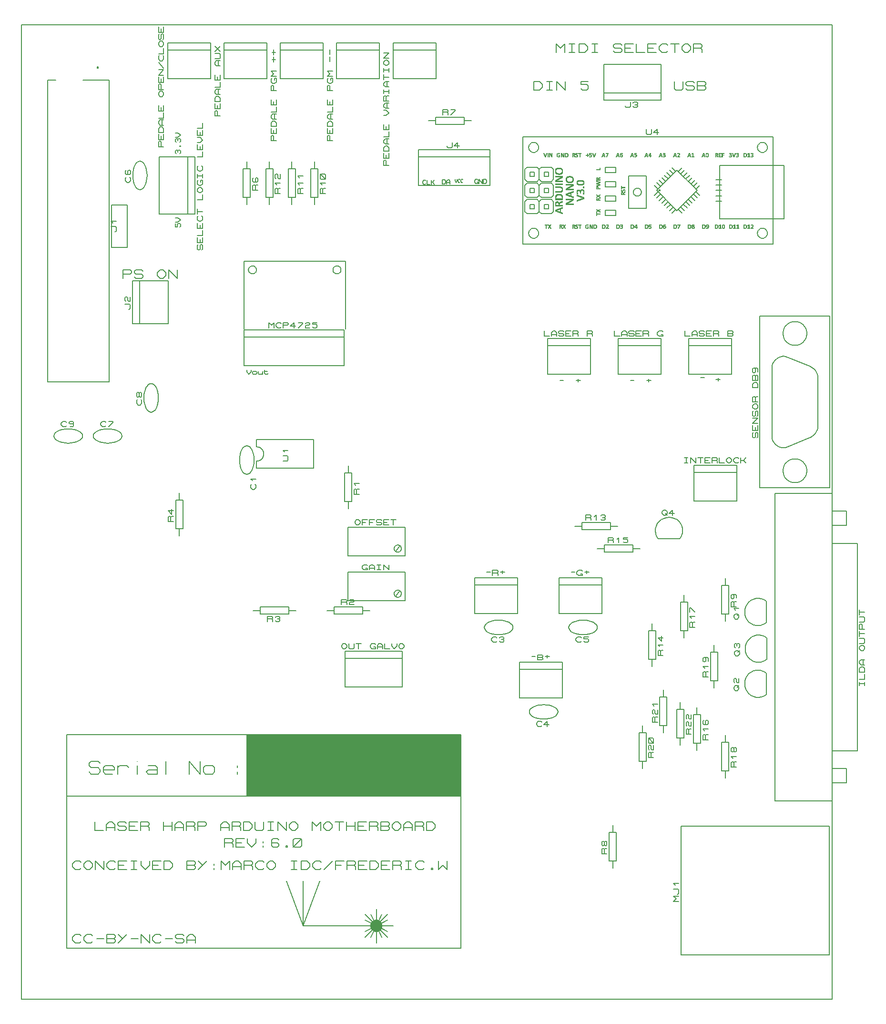
<source format=gbr>
G04 PROTEUS GERBER X2 FILE*
%TF.GenerationSoftware,Labcenter,Proteus,8.13-SP0-Build31525*%
%TF.CreationDate,2025-11-15T10:39:54+00:00*%
%TF.FileFunction,Legend,Top*%
%TF.FilePolarity,Positive*%
%TF.Part,Single*%
%TF.SameCoordinates,{dc143066-6f1e-46d0-8819-130f02736a5f}*%
%FSLAX45Y45*%
%MOMM*%
G01*
%TA.AperFunction,Material*%
%ADD29C,0.203200*%
%ADD72C,0.031750*%
%ADD73C,0.127000*%
%TA.AperFunction,Profile*%
%ADD28C,0.203200*%
%TA.AperFunction,Material*%
%ADD30C,0.200000*%
%TD.AperFunction*%
G36*
X+3400000Y-11500000D02*
X+3400000Y-10400000D01*
X+7200000Y-10400000D01*
X+7200000Y-11500000D01*
X+3400000Y-11500000D01*
G37*
D29*
X+8305500Y-1690500D02*
X+12750500Y-1690500D01*
X+12750500Y+214500D01*
X+8305500Y+214500D01*
X+8305500Y-1690500D01*
X+8585802Y-1500000D02*
X+8585497Y-1492605D01*
X+8583018Y-1477813D01*
X+8577835Y-1463021D01*
X+8569377Y-1448229D01*
X+8556436Y-1433578D01*
X+8541644Y-1422663D01*
X+8526852Y-1415664D01*
X+8512060Y-1411646D01*
X+8497268Y-1410207D01*
X+8496000Y-1410198D01*
X+8406198Y-1500000D02*
X+8406503Y-1492605D01*
X+8408982Y-1477813D01*
X+8414165Y-1463021D01*
X+8422623Y-1448229D01*
X+8435564Y-1433578D01*
X+8450356Y-1422663D01*
X+8465148Y-1415664D01*
X+8479940Y-1411646D01*
X+8494732Y-1410207D01*
X+8496000Y-1410198D01*
X+8406198Y-1500000D02*
X+8406503Y-1507395D01*
X+8408982Y-1522187D01*
X+8414165Y-1536979D01*
X+8422623Y-1551771D01*
X+8435564Y-1566422D01*
X+8450356Y-1577337D01*
X+8465148Y-1584336D01*
X+8479940Y-1588354D01*
X+8494732Y-1589793D01*
X+8496000Y-1589802D01*
X+8585802Y-1500000D02*
X+8585497Y-1507395D01*
X+8583018Y-1522187D01*
X+8577835Y-1536979D01*
X+8569377Y-1551771D01*
X+8556436Y-1566422D01*
X+8541644Y-1577337D01*
X+8526852Y-1584336D01*
X+8512060Y-1588354D01*
X+8497268Y-1589793D01*
X+8496000Y-1589802D01*
X+8585802Y+24000D02*
X+8585497Y+31395D01*
X+8583018Y+46187D01*
X+8577835Y+60979D01*
X+8569377Y+75771D01*
X+8556436Y+90422D01*
X+8541644Y+101337D01*
X+8526852Y+108336D01*
X+8512060Y+112354D01*
X+8497268Y+113793D01*
X+8496000Y+113802D01*
X+8406198Y+24000D02*
X+8406503Y+31395D01*
X+8408982Y+46187D01*
X+8414165Y+60979D01*
X+8422623Y+75771D01*
X+8435564Y+90422D01*
X+8450356Y+101337D01*
X+8465148Y+108336D01*
X+8479940Y+112354D01*
X+8494732Y+113793D01*
X+8496000Y+113802D01*
X+8406198Y+24000D02*
X+8406503Y+16605D01*
X+8408982Y+1813D01*
X+8414165Y-12979D01*
X+8422623Y-27771D01*
X+8435564Y-42422D01*
X+8450356Y-53337D01*
X+8465148Y-60336D01*
X+8479940Y-64354D01*
X+8494732Y-65793D01*
X+8496000Y-65802D01*
X+8585802Y+24000D02*
X+8585497Y+16605D01*
X+8583018Y+1813D01*
X+8577835Y-12979D01*
X+8569377Y-27771D01*
X+8556436Y-42422D01*
X+8541644Y-53337D01*
X+8526852Y-60336D01*
X+8512060Y-64354D01*
X+8497268Y-65793D01*
X+8496000Y-65802D01*
X+12649802Y+24000D02*
X+12649497Y+31395D01*
X+12647018Y+46187D01*
X+12641835Y+60979D01*
X+12633377Y+75771D01*
X+12620436Y+90422D01*
X+12605644Y+101337D01*
X+12590852Y+108336D01*
X+12576060Y+112354D01*
X+12561268Y+113793D01*
X+12560000Y+113802D01*
X+12470198Y+24000D02*
X+12470503Y+31395D01*
X+12472982Y+46187D01*
X+12478165Y+60979D01*
X+12486623Y+75771D01*
X+12499564Y+90422D01*
X+12514356Y+101337D01*
X+12529148Y+108336D01*
X+12543940Y+112354D01*
X+12558732Y+113793D01*
X+12560000Y+113802D01*
X+12470198Y+24000D02*
X+12470503Y+16605D01*
X+12472982Y+1813D01*
X+12478165Y-12979D01*
X+12486623Y-27771D01*
X+12499564Y-42422D01*
X+12514356Y-53337D01*
X+12529148Y-60336D01*
X+12543940Y-64354D01*
X+12558732Y-65793D01*
X+12560000Y-65802D01*
X+12649802Y+24000D02*
X+12649497Y+16605D01*
X+12647018Y+1813D01*
X+12641835Y-12979D01*
X+12633377Y-27771D01*
X+12620436Y-42422D01*
X+12605644Y-53337D01*
X+12590852Y-60336D01*
X+12576060Y-64354D01*
X+12561268Y-65793D01*
X+12560000Y-65802D01*
X+12649802Y-1500000D02*
X+12649497Y-1492605D01*
X+12647018Y-1477813D01*
X+12641835Y-1463021D01*
X+12633377Y-1448229D01*
X+12620436Y-1433578D01*
X+12605644Y-1422663D01*
X+12590852Y-1415664D01*
X+12576060Y-1411646D01*
X+12561268Y-1410207D01*
X+12560000Y-1410198D01*
X+12470198Y-1500000D02*
X+12470503Y-1492605D01*
X+12472982Y-1477813D01*
X+12478165Y-1463021D01*
X+12486623Y-1448229D01*
X+12499564Y-1433578D01*
X+12514356Y-1422663D01*
X+12529148Y-1415664D01*
X+12543940Y-1411646D01*
X+12558732Y-1410207D01*
X+12560000Y-1410198D01*
X+12470198Y-1500000D02*
X+12470503Y-1507395D01*
X+12472982Y-1522187D01*
X+12478165Y-1536979D01*
X+12486623Y-1551771D01*
X+12499564Y-1566422D01*
X+12514356Y-1577337D01*
X+12529148Y-1584336D01*
X+12543940Y-1588354D01*
X+12558732Y-1589793D01*
X+12560000Y-1589802D01*
X+12649802Y-1500000D02*
X+12649497Y-1507395D01*
X+12647018Y-1522187D01*
X+12641835Y-1536979D01*
X+12633377Y-1551771D01*
X+12620436Y-1566422D01*
X+12605644Y-1577337D01*
X+12590852Y-1584336D01*
X+12576060Y-1588354D01*
X+12561268Y-1589793D01*
X+12560000Y-1589802D01*
X+10739791Y-733513D02*
X+10739756Y-732682D01*
X+10739475Y-731018D01*
X+10738885Y-729354D01*
X+10737921Y-727690D01*
X+10736446Y-726049D01*
X+10734782Y-724848D01*
X+10733118Y-724083D01*
X+10731454Y-723652D01*
X+10729791Y-723513D01*
X+10719791Y-733513D02*
X+10719826Y-732682D01*
X+10720107Y-731018D01*
X+10720697Y-729354D01*
X+10721661Y-727690D01*
X+10723136Y-726049D01*
X+10724800Y-724848D01*
X+10726464Y-724083D01*
X+10728128Y-723652D01*
X+10729791Y-723513D01*
X+10719791Y-733513D02*
X+10719826Y-734344D01*
X+10720107Y-736008D01*
X+10720697Y-737672D01*
X+10721661Y-739336D01*
X+10723136Y-740977D01*
X+10724800Y-742178D01*
X+10726464Y-742943D01*
X+10728128Y-743374D01*
X+10729791Y-743513D01*
X+10739791Y-733513D02*
X+10739756Y-734344D01*
X+10739475Y-736008D01*
X+10738885Y-737672D01*
X+10737921Y-739336D01*
X+10736446Y-740977D01*
X+10734782Y-742178D01*
X+10733118Y-742943D01*
X+10731454Y-743374D01*
X+10729791Y-743513D01*
X+10704688Y-715549D02*
X+10637336Y-648197D01*
X+10749589Y-670648D02*
X+10682237Y-603296D01*
X+10794491Y-625747D02*
X+10727139Y-558395D01*
X+10839392Y-580845D02*
X+10772040Y-513493D01*
X+10884293Y-535944D02*
X+10816941Y-468592D01*
X+10929194Y-491043D02*
X+10861842Y-423691D01*
X+10974096Y-446142D02*
X+10906744Y-378790D01*
X+11018997Y-401240D02*
X+10951645Y-333888D01*
X+11131250Y-1142111D02*
X+11063898Y-1074759D01*
X+11176151Y-1097210D02*
X+11108799Y-1029858D01*
X+11221053Y-1052309D02*
X+11153701Y-984957D01*
X+11265954Y-1007408D02*
X+11198602Y-940056D01*
X+11310855Y-962506D02*
X+11243503Y-895154D01*
X+11355757Y-917605D02*
X+11288405Y-850253D01*
X+11400658Y-872704D02*
X+11333306Y-805352D01*
X+11445559Y-827802D02*
X+11378207Y-760450D01*
X+11378207Y-715549D02*
X+11445559Y-648197D01*
X+11333306Y-670648D02*
X+11400658Y-603296D01*
X+11288405Y-625747D02*
X+11355757Y-558395D01*
X+11243503Y-580845D02*
X+11310855Y-513493D01*
X+11198602Y-535944D02*
X+11265954Y-468592D01*
X+11153701Y-491043D02*
X+11221053Y-423691D01*
X+11108799Y-446142D02*
X+11176151Y-378790D01*
X+11063898Y-401240D02*
X+11131250Y-333888D01*
X+11041448Y-1097210D02*
X+11400658Y-738000D01*
X+11041448Y-378790D01*
X+10682238Y-738000D01*
X+11041448Y-1097210D01*
X+10951645Y-1142111D02*
X+11018997Y-1074759D01*
X+10906744Y-1097210D02*
X+10974096Y-1029858D01*
X+10861842Y-1052309D02*
X+10929194Y-984957D01*
X+10816941Y-1007408D02*
X+10884293Y-940056D01*
X+10772040Y-962506D02*
X+10839392Y-895154D01*
X+10727139Y-917605D02*
X+10794491Y-850253D01*
X+10682237Y-872704D02*
X+10749589Y-805352D01*
X+10637336Y-827802D02*
X+10704688Y-760450D01*
X+11829750Y-547500D02*
X+11734500Y-547500D01*
X+11829750Y-642750D02*
X+11734500Y-642750D01*
X+11829750Y-738000D02*
X+11734500Y-738000D01*
X+11829750Y-833250D02*
X+11734500Y-833250D01*
X+11829750Y-928500D02*
X+11734500Y-928500D01*
X+10178750Y-1055500D02*
X+10496250Y-1055500D01*
X+10496250Y-484000D01*
X+10178750Y-484000D01*
X+10178750Y-1055500D01*
X+10408495Y-769750D02*
X+10408253Y-763889D01*
X+10406283Y-752166D01*
X+10402164Y-740443D01*
X+10395438Y-728720D01*
X+10385149Y-717121D01*
X+10373426Y-708516D01*
X+10361703Y-703008D01*
X+10349980Y-699861D01*
X+10338257Y-698759D01*
X+10337500Y-698755D01*
X+10266505Y-769750D02*
X+10266747Y-763889D01*
X+10268717Y-752166D01*
X+10272836Y-740443D01*
X+10279562Y-728720D01*
X+10289851Y-717121D01*
X+10301574Y-708516D01*
X+10313297Y-703008D01*
X+10325020Y-699861D01*
X+10336743Y-698759D01*
X+10337500Y-698755D01*
X+10266505Y-769750D02*
X+10266747Y-775611D01*
X+10268717Y-787334D01*
X+10272836Y-799057D01*
X+10279562Y-810780D01*
X+10289851Y-822379D01*
X+10301574Y-830984D01*
X+10313297Y-836492D01*
X+10325020Y-839639D01*
X+10336743Y-840741D01*
X+10337500Y-840745D01*
X+10408495Y-769750D02*
X+10408253Y-775611D01*
X+10406283Y-787334D01*
X+10402164Y-799057D01*
X+10395438Y-810780D01*
X+10385149Y-822379D01*
X+10373426Y-830984D01*
X+10361703Y-836492D01*
X+10349980Y-839639D01*
X+10338257Y-840741D01*
X+10337500Y-840745D01*
X+9766000Y-674500D02*
X+9956500Y-674500D01*
X+9956500Y-579250D01*
X+9766000Y-579250D01*
X+9766000Y-674500D01*
X+9766000Y-420500D02*
X+9956500Y-420500D01*
X+9956500Y-325250D01*
X+9766000Y-325250D01*
X+9766000Y-420500D01*
X+9766000Y-1182500D02*
X+9956500Y-1182500D01*
X+9956500Y-1087250D01*
X+9766000Y-1087250D01*
X+9766000Y-1182500D01*
X+9766000Y-928500D02*
X+9956500Y-928500D01*
X+9956500Y-833250D01*
X+9766000Y-833250D01*
X+9766000Y-928500D01*
X+8680150Y-490350D02*
X+8756350Y-490350D01*
X+8756350Y-414150D01*
X+8680150Y-414150D01*
X+8680150Y-490350D01*
X+8426150Y-490350D02*
X+8502350Y-490350D01*
X+8502350Y-414150D01*
X+8426150Y-414150D01*
X+8426150Y-490350D01*
X+8337250Y-363350D02*
X+8375350Y-325250D01*
X+8553150Y-325250D02*
X+8591250Y-363350D01*
X+8629350Y-325250D01*
X+8807150Y-325250D02*
X+8845250Y-363350D01*
X+8845250Y-541150D01*
X+8807150Y-579250D01*
X+8629350Y-579250D01*
X+8591250Y-541150D01*
X+8553150Y-579250D01*
X+8375350Y-579250D01*
X+8337250Y-541150D01*
X+8337250Y-363350D01*
X+8591250Y-363350D02*
X+8591250Y-541150D01*
X+8375350Y-325250D02*
X+8553150Y-325250D01*
X+8629350Y-325250D02*
X+8807150Y-325250D01*
X+8680150Y-776100D02*
X+8756350Y-776100D01*
X+8756350Y-699900D01*
X+8680150Y-699900D01*
X+8680150Y-776100D01*
X+8426150Y-776100D02*
X+8502350Y-776100D01*
X+8502350Y-699900D01*
X+8426150Y-699900D01*
X+8426150Y-776100D01*
X+8337250Y-649100D02*
X+8375350Y-611000D01*
X+8553150Y-611000D02*
X+8591250Y-649100D01*
X+8629350Y-611000D01*
X+8807150Y-611000D02*
X+8845250Y-649100D01*
X+8845250Y-826900D01*
X+8807150Y-865000D01*
X+8629350Y-865000D01*
X+8591250Y-826900D01*
X+8553150Y-865000D01*
X+8375350Y-865000D01*
X+8337250Y-826900D01*
X+8337250Y-649100D01*
X+8591250Y-649100D02*
X+8591250Y-826900D01*
X+8375350Y-611000D02*
X+8553150Y-611000D01*
X+8629350Y-611000D02*
X+8807150Y-611000D01*
X+8680150Y-1061850D02*
X+8756350Y-1061850D01*
X+8756350Y-985650D01*
X+8680150Y-985650D01*
X+8680150Y-1061850D01*
X+8426150Y-1061850D02*
X+8502350Y-1061850D01*
X+8502350Y-985650D01*
X+8426150Y-985650D01*
X+8426150Y-1061850D01*
X+8337250Y-934850D02*
X+8375350Y-896750D01*
X+8553150Y-896750D02*
X+8591250Y-934850D01*
X+8629350Y-896750D01*
X+8807150Y-896750D02*
X+8845250Y-934850D01*
X+8845250Y-1112650D01*
X+8807150Y-1150750D01*
X+8629350Y-1150750D01*
X+8591250Y-1112650D01*
X+8553150Y-1150750D01*
X+8375350Y-1150750D01*
X+8337250Y-1112650D01*
X+8337250Y-934850D01*
X+8591250Y-934850D02*
X+8591250Y-1112650D01*
X+8375350Y-896750D02*
X+8553150Y-896750D01*
X+8629350Y-896750D02*
X+8807150Y-896750D01*
D72*
X+8874714Y-408184D02*
X+8874714Y-377704D01*
X+8877254Y-1104144D02*
X+8877254Y-1083824D01*
X+8877254Y-1012704D02*
X+8877254Y-964444D01*
X+8877254Y-898404D02*
X+8877254Y-847604D01*
X+8877254Y-771404D02*
X+8877254Y-753624D01*
X+8877254Y-687584D02*
X+8877254Y-669804D01*
X+8877254Y-636784D02*
X+8877254Y-619004D01*
X+8877254Y-580904D02*
X+8877254Y-560584D01*
X+8877254Y-499624D02*
X+8877254Y-481844D01*
X+8877254Y-415804D02*
X+8877254Y-367544D01*
X+8879794Y-1106684D02*
X+8879794Y-1081284D01*
X+8879794Y-1015244D02*
X+8879794Y-954284D01*
X+8879794Y-900944D02*
X+8879794Y-837444D01*
X+8879794Y-771404D02*
X+8879794Y-753624D01*
X+8879794Y-687584D02*
X+8879794Y-669804D01*
X+8879794Y-636784D02*
X+8879794Y-619004D01*
X+8879794Y-583444D02*
X+8879794Y-555504D01*
X+8879794Y-499624D02*
X+8879794Y-481844D01*
X+8879794Y-423424D02*
X+8879794Y-362464D01*
X+8882334Y-1106684D02*
X+8882334Y-1081284D01*
X+8882334Y-1015244D02*
X+8882334Y-949204D01*
X+8882334Y-900944D02*
X+8882334Y-829824D01*
X+8882334Y-771404D02*
X+8882334Y-753624D01*
X+8882334Y-687584D02*
X+8882334Y-669804D01*
X+8882334Y-636784D02*
X+8882334Y-619004D01*
X+8882334Y-583444D02*
X+8882334Y-555504D01*
X+8882334Y-499624D02*
X+8882334Y-481844D01*
X+8882334Y-428504D02*
X+8882334Y-357384D01*
X+8884874Y-1106684D02*
X+8884874Y-1081284D01*
X+8884874Y-1015244D02*
X+8884874Y-946664D01*
X+8884874Y-900944D02*
X+8884874Y-827284D01*
X+8884874Y-771404D02*
X+8884874Y-753624D01*
X+8884874Y-687584D02*
X+8884874Y-669804D01*
X+8884874Y-636784D02*
X+8884874Y-619004D01*
X+8884874Y-583444D02*
X+8884874Y-552964D01*
X+8884874Y-499624D02*
X+8884874Y-481844D01*
X+8884874Y-431044D02*
X+8884874Y-354844D01*
X+8887414Y-1109224D02*
X+8887414Y-1078744D01*
X+8887414Y-1015244D02*
X+8887414Y-941584D01*
X+8887414Y-900944D02*
X+8887414Y-822204D01*
X+8887414Y-771404D02*
X+8887414Y-753624D01*
X+8887414Y-687584D02*
X+8887414Y-669804D01*
X+8887414Y-636784D02*
X+8887414Y-619004D01*
X+8887414Y-583444D02*
X+8887414Y-550424D01*
X+8887414Y-499624D02*
X+8887414Y-481844D01*
X+8887414Y-433584D02*
X+8887414Y-352304D01*
X+8889954Y-1109224D02*
X+8889954Y-1078744D01*
X+8889954Y-1015244D02*
X+8889954Y-941584D01*
X+8889954Y-900944D02*
X+8889954Y-819664D01*
X+8889954Y-771404D02*
X+8889954Y-753624D01*
X+8889954Y-687584D02*
X+8889954Y-669804D01*
X+8889954Y-636784D02*
X+8889954Y-619004D01*
X+8889954Y-583444D02*
X+8889954Y-550424D01*
X+8889954Y-499624D02*
X+8889954Y-481844D01*
X+8889954Y-436124D02*
X+8889954Y-405644D01*
X+8889954Y-382784D02*
X+8889954Y-349764D01*
X+8892494Y-1109224D02*
X+8892494Y-1076204D01*
X+8892494Y-1015244D02*
X+8892494Y-997464D01*
X+8892494Y-966984D02*
X+8892494Y-939044D01*
X+8892494Y-900944D02*
X+8892494Y-883164D01*
X+8892494Y-850144D02*
X+8892494Y-817124D01*
X+8892494Y-771404D02*
X+8892494Y-753624D01*
X+8892494Y-687584D02*
X+8892494Y-669804D01*
X+8892494Y-636784D02*
X+8892494Y-619004D01*
X+8892494Y-583444D02*
X+8892494Y-547884D01*
X+8892494Y-499624D02*
X+8892494Y-481844D01*
X+8892494Y-438664D02*
X+8892494Y-413264D01*
X+8892494Y-375164D02*
X+8892494Y-347224D01*
X+8895034Y-1111764D02*
X+8895034Y-1096524D01*
X+8895034Y-1093984D02*
X+8895034Y-1076204D01*
X+8895034Y-1015244D02*
X+8895034Y-997464D01*
X+8895034Y-961904D02*
X+8895034Y-936504D01*
X+8895034Y-900944D02*
X+8895034Y-883164D01*
X+8895034Y-842524D02*
X+8895034Y-814584D01*
X+8895034Y-771404D02*
X+8895034Y-753624D01*
X+8895034Y-687584D02*
X+8895034Y-669804D01*
X+8895034Y-636784D02*
X+8895034Y-619004D01*
X+8895034Y-583444D02*
X+8895034Y-547884D01*
X+8895034Y-499624D02*
X+8895034Y-481844D01*
X+8895034Y-441204D02*
X+8895034Y-418344D01*
X+8895034Y-370084D02*
X+8895034Y-344684D01*
X+8897574Y-1111764D02*
X+8897574Y-1096524D01*
X+8897574Y-1093984D02*
X+8897574Y-1076204D01*
X+8897574Y-1015244D02*
X+8897574Y-997464D01*
X+8897574Y-956824D02*
X+8897574Y-936504D01*
X+8897574Y-900944D02*
X+8897574Y-883164D01*
X+8897574Y-837444D02*
X+8897574Y-812044D01*
X+8897574Y-771404D02*
X+8897574Y-753624D01*
X+8897574Y-687584D02*
X+8897574Y-669804D01*
X+8897574Y-636784D02*
X+8897574Y-619004D01*
X+8897574Y-583444D02*
X+8897574Y-545344D01*
X+8897574Y-499624D02*
X+8897574Y-481844D01*
X+8897574Y-443744D02*
X+8897574Y-420884D01*
X+8897574Y-367544D02*
X+8897574Y-344684D01*
X+8900114Y-1114304D02*
X+8900114Y-1096524D01*
X+8900114Y-1091444D02*
X+8900114Y-1073664D01*
X+8900114Y-1015244D02*
X+8900114Y-997464D01*
X+8900114Y-954284D02*
X+8900114Y-936504D01*
X+8900114Y-900944D02*
X+8900114Y-883164D01*
X+8900114Y-834904D02*
X+8900114Y-809504D01*
X+8900114Y-771404D02*
X+8900114Y-753624D01*
X+8900114Y-687584D02*
X+8900114Y-669804D01*
X+8900114Y-636784D02*
X+8900114Y-619004D01*
X+8900114Y-583444D02*
X+8900114Y-565664D01*
X+8900114Y-563124D02*
X+8900114Y-545344D01*
X+8900114Y-499624D02*
X+8900114Y-481844D01*
X+8900114Y-443744D02*
X+8900114Y-423424D01*
X+8900114Y-365004D02*
X+8900114Y-342144D01*
X+8902654Y-1114304D02*
X+8902654Y-1099064D01*
X+8902654Y-1091444D02*
X+8902654Y-1073664D01*
X+8902654Y-1015244D02*
X+8902654Y-997464D01*
X+8902654Y-954284D02*
X+8902654Y-933964D01*
X+8902654Y-900944D02*
X+8902654Y-883164D01*
X+8902654Y-829824D02*
X+8902654Y-809504D01*
X+8902654Y-771404D02*
X+8902654Y-753624D01*
X+8902654Y-687584D02*
X+8902654Y-669804D01*
X+8902654Y-636784D02*
X+8902654Y-619004D01*
X+8902654Y-583444D02*
X+8902654Y-565664D01*
X+8902654Y-563124D02*
X+8902654Y-542804D01*
X+8902654Y-499624D02*
X+8902654Y-481844D01*
X+8902654Y-446284D02*
X+8902654Y-425964D01*
X+8902654Y-362464D02*
X+8902654Y-342144D01*
X+8905194Y-1114304D02*
X+8905194Y-1099064D01*
X+8905194Y-1091444D02*
X+8905194Y-1073664D01*
X+8905194Y-1015244D02*
X+8905194Y-997464D01*
X+8905194Y-951744D02*
X+8905194Y-933964D01*
X+8905194Y-900944D02*
X+8905194Y-883164D01*
X+8905194Y-827284D02*
X+8905194Y-806964D01*
X+8905194Y-771404D02*
X+8905194Y-753624D01*
X+8905194Y-687584D02*
X+8905194Y-669804D01*
X+8905194Y-636784D02*
X+8905194Y-619004D01*
X+8905194Y-583444D02*
X+8905194Y-565664D01*
X+8905194Y-560584D02*
X+8905194Y-542804D01*
X+8905194Y-499624D02*
X+8905194Y-481844D01*
X+8905194Y-446284D02*
X+8905194Y-425964D01*
X+8905194Y-359924D02*
X+8905194Y-339604D01*
X+8907734Y-1116844D02*
X+8907734Y-1099064D01*
X+8907734Y-1088904D02*
X+8907734Y-1071124D01*
X+8907734Y-1015244D02*
X+8907734Y-997464D01*
X+8907734Y-951744D02*
X+8907734Y-933964D01*
X+8907734Y-900944D02*
X+8907734Y-883164D01*
X+8907734Y-827284D02*
X+8907734Y-806964D01*
X+8907734Y-771404D02*
X+8907734Y-753624D01*
X+8907734Y-687584D02*
X+8907734Y-669804D01*
X+8907734Y-636784D02*
X+8907734Y-619004D01*
X+8907734Y-583444D02*
X+8907734Y-565664D01*
X+8907734Y-560584D02*
X+8907734Y-540264D01*
X+8907734Y-499624D02*
X+8907734Y-481844D01*
X+8907734Y-448824D02*
X+8907734Y-428504D01*
X+8907734Y-359924D02*
X+8907734Y-339604D01*
X+8910274Y-1116844D02*
X+8910274Y-1101604D01*
X+8910274Y-1088904D02*
X+8910274Y-1071124D01*
X+8910274Y-1015244D02*
X+8910274Y-997464D01*
X+8910274Y-951744D02*
X+8910274Y-933964D01*
X+8910274Y-900944D02*
X+8910274Y-883164D01*
X+8910274Y-824744D02*
X+8910274Y-804424D01*
X+8910274Y-771404D02*
X+8910274Y-753624D01*
X+8910274Y-687584D02*
X+8910274Y-669804D01*
X+8910274Y-636784D02*
X+8910274Y-619004D01*
X+8910274Y-583444D02*
X+8910274Y-565664D01*
X+8910274Y-558044D02*
X+8910274Y-537724D01*
X+8910274Y-499624D02*
X+8910274Y-481844D01*
X+8910274Y-448824D02*
X+8910274Y-431044D01*
X+8910274Y-357384D02*
X+8910274Y-339604D01*
X+8912814Y-1116844D02*
X+8912814Y-1101604D01*
X+8912814Y-1088904D02*
X+8912814Y-1071124D01*
X+8912814Y-1015244D02*
X+8912814Y-997464D01*
X+8912814Y-951744D02*
X+8912814Y-933964D01*
X+8912814Y-900944D02*
X+8912814Y-883164D01*
X+8912814Y-822204D02*
X+8912814Y-804424D01*
X+8912814Y-771404D02*
X+8912814Y-753624D01*
X+8912814Y-687584D02*
X+8912814Y-669804D01*
X+8912814Y-636784D02*
X+8912814Y-619004D01*
X+8912814Y-583444D02*
X+8912814Y-565664D01*
X+8912814Y-558044D02*
X+8912814Y-537724D01*
X+8912814Y-499624D02*
X+8912814Y-481844D01*
X+8912814Y-448824D02*
X+8912814Y-431044D01*
X+8912814Y-357384D02*
X+8912814Y-337064D01*
X+8915354Y-1119384D02*
X+8915354Y-1101604D01*
X+8915354Y-1086364D02*
X+8915354Y-1068584D01*
X+8915354Y-1015244D02*
X+8915354Y-997464D01*
X+8915354Y-951744D02*
X+8915354Y-933964D01*
X+8915354Y-900944D02*
X+8915354Y-883164D01*
X+8915354Y-822204D02*
X+8915354Y-801884D01*
X+8915354Y-771404D02*
X+8915354Y-753624D01*
X+8915354Y-687584D02*
X+8915354Y-669804D01*
X+8915354Y-636784D02*
X+8915354Y-619004D01*
X+8915354Y-583444D02*
X+8915354Y-565664D01*
X+8915354Y-555504D02*
X+8915354Y-535184D01*
X+8915354Y-499624D02*
X+8915354Y-481844D01*
X+8915354Y-451364D02*
X+8915354Y-431044D01*
X+8915354Y-354844D02*
X+8915354Y-337064D01*
X+8917894Y-1119384D02*
X+8917894Y-1104144D01*
X+8917894Y-1086364D02*
X+8917894Y-1068584D01*
X+8917894Y-1015244D02*
X+8917894Y-997464D01*
X+8917894Y-951744D02*
X+8917894Y-933964D01*
X+8917894Y-900944D02*
X+8917894Y-883164D01*
X+8917894Y-819664D02*
X+8917894Y-801884D01*
X+8917894Y-771404D02*
X+8917894Y-753624D01*
X+8917894Y-687584D02*
X+8917894Y-669804D01*
X+8917894Y-636784D02*
X+8917894Y-619004D01*
X+8917894Y-583444D02*
X+8917894Y-565664D01*
X+8917894Y-552964D02*
X+8917894Y-535184D01*
X+8917894Y-499624D02*
X+8917894Y-481844D01*
X+8917894Y-451364D02*
X+8917894Y-433584D01*
X+8917894Y-354844D02*
X+8917894Y-337064D01*
X+8920434Y-1121924D02*
X+8920434Y-1104144D01*
X+8920434Y-1086364D02*
X+8920434Y-1066044D01*
X+8920434Y-1015244D02*
X+8920434Y-997464D01*
X+8920434Y-954284D02*
X+8920434Y-933964D01*
X+8920434Y-900944D02*
X+8920434Y-883164D01*
X+8920434Y-819664D02*
X+8920434Y-801884D01*
X+8920434Y-771404D02*
X+8920434Y-753624D01*
X+8920434Y-687584D02*
X+8920434Y-669804D01*
X+8920434Y-636784D02*
X+8920434Y-619004D01*
X+8920434Y-583444D02*
X+8920434Y-565664D01*
X+8920434Y-552964D02*
X+8920434Y-532644D01*
X+8920434Y-499624D02*
X+8920434Y-481844D01*
X+8920434Y-451364D02*
X+8920434Y-433584D01*
X+8920434Y-354844D02*
X+8920434Y-337064D01*
X+8922974Y-1121924D02*
X+8922974Y-1104144D01*
X+8922974Y-1083824D02*
X+8922974Y-1066044D01*
X+8922974Y-1015244D02*
X+8922974Y-997464D01*
X+8922974Y-954284D02*
X+8922974Y-936504D01*
X+8922974Y-900944D02*
X+8922974Y-883164D01*
X+8922974Y-819664D02*
X+8922974Y-801884D01*
X+8922974Y-771404D02*
X+8922974Y-753624D01*
X+8922974Y-687584D02*
X+8922974Y-669804D01*
X+8922974Y-636784D02*
X+8922974Y-619004D01*
X+8922974Y-583444D02*
X+8922974Y-565664D01*
X+8922974Y-550424D02*
X+8922974Y-532644D01*
X+8922974Y-499624D02*
X+8922974Y-481844D01*
X+8922974Y-451364D02*
X+8922974Y-433584D01*
X+8922974Y-354844D02*
X+8922974Y-334524D01*
X+8925514Y-1121924D02*
X+8925514Y-1106684D01*
X+8925514Y-1083824D02*
X+8925514Y-1066044D01*
X+8925514Y-1015244D02*
X+8925514Y-997464D01*
X+8925514Y-956824D02*
X+8925514Y-936504D01*
X+8925514Y-900944D02*
X+8925514Y-883164D01*
X+8925514Y-819664D02*
X+8925514Y-799344D01*
X+8925514Y-771404D02*
X+8925514Y-753624D01*
X+8925514Y-687584D02*
X+8925514Y-669804D01*
X+8925514Y-636784D02*
X+8925514Y-619004D01*
X+8925514Y-583444D02*
X+8925514Y-565664D01*
X+8925514Y-550424D02*
X+8925514Y-530104D01*
X+8925514Y-499624D02*
X+8925514Y-481844D01*
X+8925514Y-453904D02*
X+8925514Y-433584D01*
X+8925514Y-352304D02*
X+8925514Y-334524D01*
X+8928054Y-1124464D02*
X+8928054Y-1106684D01*
X+8928054Y-1083824D02*
X+8928054Y-1063504D01*
X+8928054Y-1015244D02*
X+8928054Y-997464D01*
X+8928054Y-959364D02*
X+8928054Y-939044D01*
X+8928054Y-900944D02*
X+8928054Y-883164D01*
X+8928054Y-817124D02*
X+8928054Y-799344D01*
X+8928054Y-771404D02*
X+8928054Y-753624D01*
X+8928054Y-687584D02*
X+8928054Y-669804D01*
X+8928054Y-636784D02*
X+8928054Y-619004D01*
X+8928054Y-583444D02*
X+8928054Y-565664D01*
X+8928054Y-547884D02*
X+8928054Y-530104D01*
X+8928054Y-499624D02*
X+8928054Y-481844D01*
X+8928054Y-453904D02*
X+8928054Y-436124D01*
X+8928054Y-352304D02*
X+8928054Y-334524D01*
X+8930594Y-1124464D02*
X+8930594Y-1106684D01*
X+8930594Y-1081284D02*
X+8930594Y-1063504D01*
X+8930594Y-1015244D02*
X+8930594Y-997464D01*
X+8930594Y-961904D02*
X+8930594Y-939044D01*
X+8930594Y-900944D02*
X+8930594Y-883164D01*
X+8930594Y-817124D02*
X+8930594Y-799344D01*
X+8930594Y-771404D02*
X+8930594Y-753624D01*
X+8930594Y-687584D02*
X+8930594Y-669804D01*
X+8930594Y-636784D02*
X+8930594Y-619004D01*
X+8930594Y-583444D02*
X+8930594Y-565664D01*
X+8930594Y-547884D02*
X+8930594Y-527564D01*
X+8930594Y-499624D02*
X+8930594Y-481844D01*
X+8930594Y-453904D02*
X+8930594Y-436124D01*
X+8930594Y-352304D02*
X+8930594Y-334524D01*
X+8933134Y-1124464D02*
X+8933134Y-1109224D01*
X+8933134Y-1081284D02*
X+8933134Y-1063504D01*
X+8933134Y-1015244D02*
X+8933134Y-997464D01*
X+8933134Y-969524D02*
X+8933134Y-941584D01*
X+8933134Y-900944D02*
X+8933134Y-883164D01*
X+8933134Y-817124D02*
X+8933134Y-799344D01*
X+8933134Y-771404D02*
X+8933134Y-753624D01*
X+8933134Y-687584D02*
X+8933134Y-669804D01*
X+8933134Y-636784D02*
X+8933134Y-619004D01*
X+8933134Y-583444D02*
X+8933134Y-565664D01*
X+8933134Y-545344D02*
X+8933134Y-525024D01*
X+8933134Y-499624D02*
X+8933134Y-481844D01*
X+8933134Y-453904D02*
X+8933134Y-436124D01*
X+8933134Y-352304D02*
X+8933134Y-334524D01*
X+8935674Y-1127004D02*
X+8935674Y-1109224D01*
X+8935674Y-1081284D02*
X+8935674Y-1060964D01*
X+8935674Y-1015244D02*
X+8935674Y-944124D01*
X+8935674Y-900944D02*
X+8935674Y-883164D01*
X+8935674Y-817124D02*
X+8935674Y-799344D01*
X+8935674Y-771404D02*
X+8935674Y-753624D01*
X+8935674Y-687584D02*
X+8935674Y-669804D01*
X+8935674Y-636784D02*
X+8935674Y-619004D01*
X+8935674Y-583444D02*
X+8935674Y-565664D01*
X+8935674Y-545344D02*
X+8935674Y-525024D01*
X+8935674Y-499624D02*
X+8935674Y-481844D01*
X+8935674Y-453904D02*
X+8935674Y-436124D01*
X+8935674Y-352304D02*
X+8935674Y-334524D01*
X+8938214Y-1127004D02*
X+8938214Y-1109224D01*
X+8938214Y-1078744D02*
X+8938214Y-1060964D01*
X+8938214Y-1015244D02*
X+8938214Y-946664D01*
X+8938214Y-900944D02*
X+8938214Y-883164D01*
X+8938214Y-817124D02*
X+8938214Y-799344D01*
X+8938214Y-771404D02*
X+8938214Y-753624D01*
X+8938214Y-687584D02*
X+8938214Y-669804D01*
X+8938214Y-636784D02*
X+8938214Y-619004D01*
X+8938214Y-583444D02*
X+8938214Y-565664D01*
X+8938214Y-542804D02*
X+8938214Y-522484D01*
X+8938214Y-499624D02*
X+8938214Y-481844D01*
X+8938214Y-453904D02*
X+8938214Y-436124D01*
X+8938214Y-352304D02*
X+8938214Y-334524D01*
X+8940754Y-1127004D02*
X+8940754Y-1111764D01*
X+8940754Y-1078744D02*
X+8940754Y-1060964D01*
X+8940754Y-1015244D02*
X+8940754Y-951744D01*
X+8940754Y-900944D02*
X+8940754Y-883164D01*
X+8940754Y-817124D02*
X+8940754Y-799344D01*
X+8940754Y-771404D02*
X+8940754Y-753624D01*
X+8940754Y-687584D02*
X+8940754Y-669804D01*
X+8940754Y-636784D02*
X+8940754Y-619004D01*
X+8940754Y-583444D02*
X+8940754Y-565664D01*
X+8940754Y-542804D02*
X+8940754Y-522484D01*
X+8940754Y-499624D02*
X+8940754Y-481844D01*
X+8940754Y-453904D02*
X+8940754Y-436124D01*
X+8940754Y-352304D02*
X+8940754Y-334524D01*
X+8943294Y-1129544D02*
X+8943294Y-1111764D01*
X+8943294Y-1076204D02*
X+8943294Y-1058424D01*
X+8943294Y-1015244D02*
X+8943294Y-956824D01*
X+8943294Y-900944D02*
X+8943294Y-883164D01*
X+8943294Y-817124D02*
X+8943294Y-799344D01*
X+8943294Y-771404D02*
X+8943294Y-753624D01*
X+8943294Y-687584D02*
X+8943294Y-669804D01*
X+8943294Y-636784D02*
X+8943294Y-619004D01*
X+8943294Y-583444D02*
X+8943294Y-565664D01*
X+8943294Y-540264D02*
X+8943294Y-519944D01*
X+8943294Y-499624D02*
X+8943294Y-481844D01*
X+8943294Y-453904D02*
X+8943294Y-436124D01*
X+8943294Y-352304D02*
X+8943294Y-334524D01*
X+8945834Y-1129544D02*
X+8945834Y-1111764D01*
X+8945834Y-1076204D02*
X+8945834Y-1058424D01*
X+8945834Y-1015244D02*
X+8945834Y-956824D01*
X+8945834Y-900944D02*
X+8945834Y-883164D01*
X+8945834Y-817124D02*
X+8945834Y-799344D01*
X+8945834Y-771404D02*
X+8945834Y-753624D01*
X+8945834Y-687584D02*
X+8945834Y-669804D01*
X+8945834Y-636784D02*
X+8945834Y-619004D01*
X+8945834Y-583444D02*
X+8945834Y-565664D01*
X+8945834Y-537724D02*
X+8945834Y-519944D01*
X+8945834Y-499624D02*
X+8945834Y-481844D01*
X+8945834Y-453904D02*
X+8945834Y-436124D01*
X+8945834Y-352304D02*
X+8945834Y-334524D01*
X+8948374Y-1132084D02*
X+8948374Y-1114304D01*
X+8948374Y-1076204D02*
X+8948374Y-1055884D01*
X+8948374Y-1015244D02*
X+8948374Y-951744D01*
X+8948374Y-900944D02*
X+8948374Y-883164D01*
X+8948374Y-817124D02*
X+8948374Y-799344D01*
X+8948374Y-771404D02*
X+8948374Y-753624D01*
X+8948374Y-687584D02*
X+8948374Y-669804D01*
X+8948374Y-636784D02*
X+8948374Y-619004D01*
X+8948374Y-583444D02*
X+8948374Y-565664D01*
X+8948374Y-537724D02*
X+8948374Y-517404D01*
X+8948374Y-499624D02*
X+8948374Y-481844D01*
X+8948374Y-453904D02*
X+8948374Y-436124D01*
X+8948374Y-352304D02*
X+8948374Y-334524D01*
X+8950914Y-1132084D02*
X+8950914Y-1114304D01*
X+8950914Y-1073664D02*
X+8950914Y-1055884D01*
X+8950914Y-1015244D02*
X+8950914Y-997464D01*
X+8950914Y-977144D02*
X+8950914Y-949204D01*
X+8950914Y-900944D02*
X+8950914Y-883164D01*
X+8950914Y-817124D02*
X+8950914Y-799344D01*
X+8950914Y-771404D02*
X+8950914Y-753624D01*
X+8950914Y-687584D02*
X+8950914Y-669804D01*
X+8950914Y-636784D02*
X+8950914Y-619004D01*
X+8950914Y-583444D02*
X+8950914Y-565664D01*
X+8950914Y-535184D02*
X+8950914Y-517404D01*
X+8950914Y-499624D02*
X+8950914Y-481844D01*
X+8950914Y-453904D02*
X+8950914Y-436124D01*
X+8950914Y-352304D02*
X+8950914Y-334524D01*
X+8953454Y-1132084D02*
X+8953454Y-1116844D01*
X+8953454Y-1073664D02*
X+8953454Y-1055884D01*
X+8953454Y-1015244D02*
X+8953454Y-997464D01*
X+8953454Y-972064D02*
X+8953454Y-949204D01*
X+8953454Y-900944D02*
X+8953454Y-883164D01*
X+8953454Y-817124D02*
X+8953454Y-799344D01*
X+8953454Y-771404D02*
X+8953454Y-753624D01*
X+8953454Y-687584D02*
X+8953454Y-669804D01*
X+8953454Y-636784D02*
X+8953454Y-619004D01*
X+8953454Y-583444D02*
X+8953454Y-565664D01*
X+8953454Y-535184D02*
X+8953454Y-514864D01*
X+8953454Y-499624D02*
X+8953454Y-481844D01*
X+8953454Y-453904D02*
X+8953454Y-436124D01*
X+8953454Y-352304D02*
X+8953454Y-334524D01*
X+8955994Y-1134624D02*
X+8955994Y-1116844D01*
X+8955994Y-1073664D02*
X+8955994Y-1053344D01*
X+8955994Y-1015244D02*
X+8955994Y-997464D01*
X+8955994Y-966984D02*
X+8955994Y-946664D01*
X+8955994Y-900944D02*
X+8955994Y-883164D01*
X+8955994Y-817124D02*
X+8955994Y-799344D01*
X+8955994Y-771404D02*
X+8955994Y-753624D01*
X+8955994Y-687584D02*
X+8955994Y-669804D01*
X+8955994Y-636784D02*
X+8955994Y-619004D01*
X+8955994Y-583444D02*
X+8955994Y-565664D01*
X+8955994Y-532644D02*
X+8955994Y-514864D01*
X+8955994Y-499624D02*
X+8955994Y-481844D01*
X+8955994Y-453904D02*
X+8955994Y-436124D01*
X+8955994Y-352304D02*
X+8955994Y-334524D01*
X+8958534Y-1134624D02*
X+8958534Y-1116844D01*
X+8958534Y-1071124D02*
X+8958534Y-1053344D01*
X+8958534Y-1015244D02*
X+8958534Y-997464D01*
X+8958534Y-964444D02*
X+8958534Y-944124D01*
X+8958534Y-900944D02*
X+8958534Y-883164D01*
X+8958534Y-819664D02*
X+8958534Y-801884D01*
X+8958534Y-771404D02*
X+8958534Y-753624D01*
X+8958534Y-687584D02*
X+8958534Y-669804D01*
X+8958534Y-636784D02*
X+8958534Y-619004D01*
X+8958534Y-583444D02*
X+8958534Y-565664D01*
X+8958534Y-532644D02*
X+8958534Y-512324D01*
X+8958534Y-499624D02*
X+8958534Y-481844D01*
X+8958534Y-453904D02*
X+8958534Y-436124D01*
X+8958534Y-354844D02*
X+8958534Y-337064D01*
X+8961074Y-1134624D02*
X+8961074Y-1053344D01*
X+8961074Y-1015244D02*
X+8961074Y-997464D01*
X+8961074Y-964444D02*
X+8961074Y-944124D01*
X+8961074Y-900944D02*
X+8961074Y-883164D01*
X+8961074Y-819664D02*
X+8961074Y-801884D01*
X+8961074Y-771404D02*
X+8961074Y-753624D01*
X+8961074Y-687584D02*
X+8961074Y-669804D01*
X+8961074Y-636784D02*
X+8961074Y-619004D01*
X+8961074Y-583444D02*
X+8961074Y-565664D01*
X+8961074Y-530104D02*
X+8961074Y-512324D01*
X+8961074Y-499624D02*
X+8961074Y-481844D01*
X+8961074Y-453904D02*
X+8961074Y-433584D01*
X+8961074Y-354844D02*
X+8961074Y-337064D01*
X+8963614Y-1137164D02*
X+8963614Y-1050804D01*
X+8963614Y-1015244D02*
X+8963614Y-997464D01*
X+8963614Y-961904D02*
X+8963614Y-941584D01*
X+8963614Y-900944D02*
X+8963614Y-883164D01*
X+8963614Y-819664D02*
X+8963614Y-801884D01*
X+8963614Y-771404D02*
X+8963614Y-753624D01*
X+8963614Y-687584D02*
X+8963614Y-669804D01*
X+8963614Y-636784D02*
X+8963614Y-619004D01*
X+8963614Y-583444D02*
X+8963614Y-565664D01*
X+8963614Y-530104D02*
X+8963614Y-509784D01*
X+8963614Y-499624D02*
X+8963614Y-481844D01*
X+8963614Y-451364D02*
X+8963614Y-433584D01*
X+8963614Y-354844D02*
X+8963614Y-337064D01*
X+8966154Y-1137164D02*
X+8966154Y-1050804D01*
X+8966154Y-1015244D02*
X+8966154Y-997464D01*
X+8966154Y-961904D02*
X+8966154Y-941584D01*
X+8966154Y-900944D02*
X+8966154Y-883164D01*
X+8966154Y-819664D02*
X+8966154Y-801884D01*
X+8966154Y-771404D02*
X+8966154Y-753624D01*
X+8966154Y-687584D02*
X+8966154Y-669804D01*
X+8966154Y-636784D02*
X+8966154Y-619004D01*
X+8966154Y-583444D02*
X+8966154Y-565664D01*
X+8966154Y-527564D02*
X+8966154Y-507244D01*
X+8966154Y-499624D02*
X+8966154Y-481844D01*
X+8966154Y-451364D02*
X+8966154Y-433584D01*
X+8966154Y-354844D02*
X+8966154Y-337064D01*
X+8968694Y-1139704D02*
X+8968694Y-1048264D01*
X+8968694Y-1015244D02*
X+8968694Y-997464D01*
X+8968694Y-959364D02*
X+8968694Y-941584D01*
X+8968694Y-900944D02*
X+8968694Y-883164D01*
X+8968694Y-822204D02*
X+8968694Y-804424D01*
X+8968694Y-771404D02*
X+8968694Y-753624D01*
X+8968694Y-687584D02*
X+8968694Y-669804D01*
X+8968694Y-636784D02*
X+8968694Y-619004D01*
X+8968694Y-583444D02*
X+8968694Y-565664D01*
X+8968694Y-525024D02*
X+8968694Y-507244D01*
X+8968694Y-499624D02*
X+8968694Y-481844D01*
X+8968694Y-451364D02*
X+8968694Y-433584D01*
X+8968694Y-357384D02*
X+8968694Y-337064D01*
X+8971234Y-1139704D02*
X+8971234Y-1048264D01*
X+8971234Y-1015244D02*
X+8971234Y-997464D01*
X+8971234Y-959364D02*
X+8971234Y-939044D01*
X+8971234Y-900944D02*
X+8971234Y-883164D01*
X+8971234Y-822204D02*
X+8971234Y-804424D01*
X+8971234Y-771404D02*
X+8971234Y-751084D01*
X+8971234Y-687584D02*
X+8971234Y-669804D01*
X+8971234Y-636784D02*
X+8971234Y-619004D01*
X+8971234Y-583444D02*
X+8971234Y-565664D01*
X+8971234Y-525024D02*
X+8971234Y-504704D01*
X+8971234Y-499624D02*
X+8971234Y-481844D01*
X+8971234Y-451364D02*
X+8971234Y-431044D01*
X+8971234Y-357384D02*
X+8971234Y-339604D01*
X+8973774Y-1139704D02*
X+8973774Y-1121924D01*
X+8973774Y-1066044D02*
X+8973774Y-1048264D01*
X+8973774Y-1015244D02*
X+8973774Y-997464D01*
X+8973774Y-956824D02*
X+8973774Y-939044D01*
X+8973774Y-900944D02*
X+8973774Y-883164D01*
X+8973774Y-824744D02*
X+8973774Y-804424D01*
X+8973774Y-771404D02*
X+8973774Y-751084D01*
X+8973774Y-690124D02*
X+8973774Y-672344D01*
X+8973774Y-636784D02*
X+8973774Y-619004D01*
X+8973774Y-583444D02*
X+8973774Y-565664D01*
X+8973774Y-522484D02*
X+8973774Y-504704D01*
X+8973774Y-499624D02*
X+8973774Y-481844D01*
X+8973774Y-448824D02*
X+8973774Y-431044D01*
X+8973774Y-357384D02*
X+8973774Y-339604D01*
X+8976314Y-1142244D02*
X+8976314Y-1124464D01*
X+8976314Y-1066044D02*
X+8976314Y-1045724D01*
X+8976314Y-1015244D02*
X+8976314Y-997464D01*
X+8976314Y-956824D02*
X+8976314Y-936504D01*
X+8976314Y-900944D02*
X+8976314Y-883164D01*
X+8976314Y-824744D02*
X+8976314Y-806964D01*
X+8976314Y-768864D02*
X+8976314Y-751084D01*
X+8976314Y-690124D02*
X+8976314Y-672344D01*
X+8976314Y-636784D02*
X+8976314Y-619004D01*
X+8976314Y-583444D02*
X+8976314Y-565664D01*
X+8976314Y-522484D02*
X+8976314Y-502164D01*
X+8976314Y-499624D02*
X+8976314Y-481844D01*
X+8976314Y-448824D02*
X+8976314Y-428504D01*
X+8976314Y-359924D02*
X+8976314Y-339604D01*
X+8978854Y-1142244D02*
X+8978854Y-1124464D01*
X+8978854Y-1063504D02*
X+8978854Y-1045724D01*
X+8978854Y-1015244D02*
X+8978854Y-997464D01*
X+8978854Y-954284D02*
X+8978854Y-936504D01*
X+8978854Y-900944D02*
X+8978854Y-883164D01*
X+8978854Y-827284D02*
X+8978854Y-806964D01*
X+8978854Y-768864D02*
X+8978854Y-748544D01*
X+8978854Y-690124D02*
X+8978854Y-672344D01*
X+8978854Y-636784D02*
X+8978854Y-619004D01*
X+8978854Y-583444D02*
X+8978854Y-565664D01*
X+8978854Y-519944D02*
X+8978854Y-502164D01*
X+8978854Y-499624D02*
X+8978854Y-481844D01*
X+8978854Y-448824D02*
X+8978854Y-428504D01*
X+8978854Y-359924D02*
X+8978854Y-342144D01*
X+8981394Y-1142244D02*
X+8981394Y-1124464D01*
X+8981394Y-1063504D02*
X+8981394Y-1045724D01*
X+8981394Y-1015244D02*
X+8981394Y-997464D01*
X+8981394Y-954284D02*
X+8981394Y-933964D01*
X+8981394Y-900944D02*
X+8981394Y-883164D01*
X+8981394Y-829824D02*
X+8981394Y-809504D01*
X+8981394Y-768864D02*
X+8981394Y-748544D01*
X+8981394Y-692664D02*
X+8981394Y-672344D01*
X+8981394Y-636784D02*
X+8981394Y-619004D01*
X+8981394Y-583444D02*
X+8981394Y-565664D01*
X+8981394Y-519944D02*
X+8981394Y-481844D01*
X+8981394Y-446284D02*
X+8981394Y-425964D01*
X+8981394Y-362464D02*
X+8981394Y-342144D01*
X+8983934Y-1144784D02*
X+8983934Y-1127004D01*
X+8983934Y-1063504D02*
X+8983934Y-1043184D01*
X+8983934Y-1015244D02*
X+8983934Y-997464D01*
X+8983934Y-954284D02*
X+8983934Y-933964D01*
X+8983934Y-900944D02*
X+8983934Y-883164D01*
X+8983934Y-832364D02*
X+8983934Y-809504D01*
X+8983934Y-766324D02*
X+8983934Y-746004D01*
X+8983934Y-695204D02*
X+8983934Y-674884D01*
X+8983934Y-636784D02*
X+8983934Y-619004D01*
X+8983934Y-583444D02*
X+8983934Y-565664D01*
X+8983934Y-517404D02*
X+8983934Y-481844D01*
X+8983934Y-446284D02*
X+8983934Y-423424D01*
X+8983934Y-365004D02*
X+8983934Y-344684D01*
X+8986474Y-1144784D02*
X+8986474Y-1127004D01*
X+8986474Y-1060964D02*
X+8986474Y-1043184D01*
X+8986474Y-1015244D02*
X+8986474Y-997464D01*
X+8986474Y-951744D02*
X+8986474Y-933964D01*
X+8986474Y-900944D02*
X+8986474Y-883164D01*
X+8986474Y-837444D02*
X+8986474Y-812044D01*
X+8986474Y-766324D02*
X+8986474Y-743464D01*
X+8986474Y-695204D02*
X+8986474Y-674884D01*
X+8986474Y-636784D02*
X+8986474Y-619004D01*
X+8986474Y-583444D02*
X+8986474Y-565664D01*
X+8986474Y-517404D02*
X+8986474Y-481844D01*
X+8986474Y-443744D02*
X+8986474Y-420884D01*
X+8986474Y-367544D02*
X+8986474Y-344684D01*
X+8989014Y-1144784D02*
X+8989014Y-1127004D01*
X+8989014Y-1060964D02*
X+8989014Y-1043184D01*
X+8989014Y-1015244D02*
X+8989014Y-997464D01*
X+8989014Y-951744D02*
X+8989014Y-931424D01*
X+8989014Y-900944D02*
X+8989014Y-883164D01*
X+8989014Y-842524D02*
X+8989014Y-814584D01*
X+8989014Y-763784D02*
X+8989014Y-740924D01*
X+8989014Y-700284D02*
X+8989014Y-677424D01*
X+8989014Y-636784D02*
X+8989014Y-619004D01*
X+8989014Y-583444D02*
X+8989014Y-565664D01*
X+8989014Y-514864D02*
X+8989014Y-481844D01*
X+8989014Y-443744D02*
X+8989014Y-418344D01*
X+8989014Y-370084D02*
X+8989014Y-347224D01*
X+8991554Y-1147324D02*
X+8991554Y-1129544D01*
X+8991554Y-1060964D02*
X+8991554Y-1040644D01*
X+8991554Y-1015244D02*
X+8991554Y-997464D01*
X+8991554Y-949204D02*
X+8991554Y-931424D01*
X+8991554Y-900944D02*
X+8991554Y-883164D01*
X+8991554Y-850144D02*
X+8991554Y-817124D01*
X+8991554Y-763784D02*
X+8991554Y-738384D01*
X+8991554Y-702824D02*
X+8991554Y-679964D01*
X+8991554Y-636784D02*
X+8991554Y-619004D01*
X+8991554Y-583444D02*
X+8991554Y-565664D01*
X+8991554Y-514864D02*
X+8991554Y-481844D01*
X+8991554Y-441204D02*
X+8991554Y-413264D01*
X+8991554Y-375164D02*
X+8991554Y-349764D01*
X+8994094Y-1147324D02*
X+8994094Y-1129544D01*
X+8994094Y-1058424D02*
X+8994094Y-1040644D01*
X+8994094Y-1015244D02*
X+8994094Y-997464D01*
X+8994094Y-949204D02*
X+8994094Y-928884D01*
X+8994094Y-900944D02*
X+8994094Y-819664D01*
X+8994094Y-761244D02*
X+8994094Y-730764D01*
X+8994094Y-710444D02*
X+8994094Y-679964D01*
X+8994094Y-636784D02*
X+8994094Y-619004D01*
X+8994094Y-583444D02*
X+8994094Y-565664D01*
X+8994094Y-512324D02*
X+8994094Y-481844D01*
X+8994094Y-438664D02*
X+8994094Y-408184D01*
X+8994094Y-382784D02*
X+8994094Y-352304D01*
X+8996634Y-1149864D02*
X+8996634Y-1129544D01*
X+8996634Y-1058424D02*
X+8996634Y-1038104D01*
X+8996634Y-1015244D02*
X+8996634Y-997464D01*
X+8996634Y-949204D02*
X+8996634Y-928884D01*
X+8996634Y-900944D02*
X+8996634Y-822204D01*
X+8996634Y-758704D02*
X+8996634Y-682504D01*
X+8996634Y-636784D02*
X+8996634Y-619004D01*
X+8996634Y-583444D02*
X+8996634Y-565664D01*
X+8996634Y-509784D02*
X+8996634Y-481844D01*
X+8996634Y-436124D02*
X+8996634Y-354844D01*
X+8999174Y-1149864D02*
X+8999174Y-1132084D01*
X+8999174Y-1058424D02*
X+8999174Y-1038104D01*
X+8999174Y-1015244D02*
X+8999174Y-997464D01*
X+8999174Y-946664D02*
X+8999174Y-928884D01*
X+8999174Y-900944D02*
X+8999174Y-827284D01*
X+8999174Y-756164D02*
X+8999174Y-685044D01*
X+8999174Y-636784D02*
X+8999174Y-619004D01*
X+8999174Y-583444D02*
X+8999174Y-565664D01*
X+8999174Y-509784D02*
X+8999174Y-481844D01*
X+8999174Y-433584D02*
X+8999174Y-357384D01*
X+9001714Y-1149864D02*
X+9001714Y-1132084D01*
X+9001714Y-1055884D02*
X+9001714Y-1038104D01*
X+9001714Y-1015244D02*
X+9001714Y-997464D01*
X+9001714Y-946664D02*
X+9001714Y-926344D01*
X+9001714Y-900944D02*
X+9001714Y-832364D01*
X+9001714Y-753624D02*
X+9001714Y-690124D01*
X+9001714Y-636784D02*
X+9001714Y-619004D01*
X+9001714Y-583444D02*
X+9001714Y-565664D01*
X+9001714Y-507244D02*
X+9001714Y-481844D01*
X+9001714Y-431044D02*
X+9001714Y-359924D01*
X+9004254Y-1152404D02*
X+9004254Y-1132084D01*
X+9004254Y-1055884D02*
X+9004254Y-1035564D01*
X+9004254Y-1015244D02*
X+9004254Y-997464D01*
X+9004254Y-944124D02*
X+9004254Y-926344D01*
X+9004254Y-900944D02*
X+9004254Y-837444D01*
X+9004254Y-748544D02*
X+9004254Y-692664D01*
X+9004254Y-636784D02*
X+9004254Y-619004D01*
X+9004254Y-583444D02*
X+9004254Y-565664D01*
X+9004254Y-504704D02*
X+9004254Y-481844D01*
X+9004254Y-425964D02*
X+9004254Y-365004D01*
X+9006794Y-1149864D02*
X+9006794Y-1134624D01*
X+9006794Y-1053344D02*
X+9006794Y-1038104D01*
X+9006794Y-1015244D02*
X+9006794Y-997464D01*
X+9006794Y-944124D02*
X+9006794Y-926344D01*
X+9006794Y-898404D02*
X+9006794Y-850144D01*
X+9006794Y-743464D02*
X+9006794Y-697744D01*
X+9006794Y-636784D02*
X+9006794Y-619004D01*
X+9006794Y-583444D02*
X+9006794Y-565664D01*
X+9006794Y-502164D02*
X+9006794Y-484384D01*
X+9006794Y-420884D02*
X+9006794Y-372624D01*
X+9009334Y-735844D02*
X+9009334Y-707904D01*
X+9009334Y-410724D02*
X+9009334Y-380244D01*
X+9065214Y-556519D02*
X+9065214Y-526039D01*
X+9067754Y-985779D02*
X+9067754Y-965459D01*
X+9067754Y-904499D02*
X+9067754Y-886719D01*
X+9067754Y-818139D02*
X+9067754Y-797819D01*
X+9067754Y-726699D02*
X+9067754Y-706379D01*
X+9067754Y-645419D02*
X+9067754Y-627639D01*
X+9067754Y-564139D02*
X+9067754Y-515879D01*
X+9070294Y-988319D02*
X+9070294Y-960379D01*
X+9070294Y-904499D02*
X+9070294Y-886719D01*
X+9070294Y-820679D02*
X+9070294Y-795279D01*
X+9070294Y-729239D02*
X+9070294Y-701299D01*
X+9070294Y-645419D02*
X+9070294Y-627639D01*
X+9070294Y-571759D02*
X+9070294Y-510799D01*
X+9072834Y-988319D02*
X+9072834Y-960379D01*
X+9072834Y-904499D02*
X+9072834Y-886719D01*
X+9072834Y-820679D02*
X+9072834Y-795279D01*
X+9072834Y-729239D02*
X+9072834Y-701299D01*
X+9072834Y-645419D02*
X+9072834Y-627639D01*
X+9072834Y-576839D02*
X+9072834Y-505719D01*
X+9075374Y-988319D02*
X+9075374Y-957839D01*
X+9075374Y-904499D02*
X+9075374Y-886719D01*
X+9075374Y-820679D02*
X+9075374Y-795279D01*
X+9075374Y-729239D02*
X+9075374Y-698759D01*
X+9075374Y-645419D02*
X+9075374Y-627639D01*
X+9075374Y-579379D02*
X+9075374Y-503179D01*
X+9077914Y-988319D02*
X+9077914Y-955299D01*
X+9077914Y-904499D02*
X+9077914Y-886719D01*
X+9077914Y-823219D02*
X+9077914Y-792739D01*
X+9077914Y-729239D02*
X+9077914Y-696219D01*
X+9077914Y-645419D02*
X+9077914Y-627639D01*
X+9077914Y-581919D02*
X+9077914Y-500639D01*
X+9080454Y-988319D02*
X+9080454Y-955299D01*
X+9080454Y-904499D02*
X+9080454Y-886719D01*
X+9080454Y-823219D02*
X+9080454Y-792739D01*
X+9080454Y-729239D02*
X+9080454Y-696219D01*
X+9080454Y-645419D02*
X+9080454Y-627639D01*
X+9080454Y-584459D02*
X+9080454Y-553979D01*
X+9080454Y-531119D02*
X+9080454Y-498099D01*
X+9082994Y-988319D02*
X+9082994Y-952759D01*
X+9082994Y-904499D02*
X+9082994Y-886719D01*
X+9082994Y-823219D02*
X+9082994Y-790199D01*
X+9082994Y-729239D02*
X+9082994Y-693679D01*
X+9082994Y-645419D02*
X+9082994Y-627639D01*
X+9082994Y-586999D02*
X+9082994Y-561599D01*
X+9082994Y-523499D02*
X+9082994Y-495559D01*
X+9085534Y-988319D02*
X+9085534Y-952759D01*
X+9085534Y-904499D02*
X+9085534Y-886719D01*
X+9085534Y-825759D02*
X+9085534Y-810519D01*
X+9085534Y-807979D02*
X+9085534Y-790199D01*
X+9085534Y-729239D02*
X+9085534Y-693679D01*
X+9085534Y-645419D02*
X+9085534Y-627639D01*
X+9085534Y-589539D02*
X+9085534Y-566679D01*
X+9085534Y-518419D02*
X+9085534Y-493019D01*
X+9088074Y-988319D02*
X+9088074Y-950219D01*
X+9088074Y-904499D02*
X+9088074Y-886719D01*
X+9088074Y-825759D02*
X+9088074Y-810519D01*
X+9088074Y-807979D02*
X+9088074Y-790199D01*
X+9088074Y-729239D02*
X+9088074Y-691139D01*
X+9088074Y-645419D02*
X+9088074Y-627639D01*
X+9088074Y-592079D02*
X+9088074Y-569219D01*
X+9088074Y-515879D02*
X+9088074Y-493019D01*
X+9090614Y-988319D02*
X+9090614Y-970539D01*
X+9090614Y-967999D02*
X+9090614Y-950219D01*
X+9090614Y-904499D02*
X+9090614Y-886719D01*
X+9090614Y-828299D02*
X+9090614Y-810519D01*
X+9090614Y-805439D02*
X+9090614Y-787659D01*
X+9090614Y-729239D02*
X+9090614Y-711459D01*
X+9090614Y-708919D02*
X+9090614Y-691139D01*
X+9090614Y-645419D02*
X+9090614Y-627639D01*
X+9090614Y-592079D02*
X+9090614Y-571759D01*
X+9090614Y-513339D02*
X+9090614Y-490479D01*
X+9093154Y-988319D02*
X+9093154Y-970539D01*
X+9093154Y-967999D02*
X+9093154Y-947679D01*
X+9093154Y-904499D02*
X+9093154Y-886719D01*
X+9093154Y-828299D02*
X+9093154Y-813059D01*
X+9093154Y-805439D02*
X+9093154Y-787659D01*
X+9093154Y-729239D02*
X+9093154Y-711459D01*
X+9093154Y-708919D02*
X+9093154Y-688599D01*
X+9093154Y-645419D02*
X+9093154Y-627639D01*
X+9093154Y-594619D02*
X+9093154Y-574299D01*
X+9093154Y-510799D02*
X+9093154Y-490479D01*
X+9095694Y-988319D02*
X+9095694Y-970539D01*
X+9095694Y-965459D02*
X+9095694Y-947679D01*
X+9095694Y-904499D02*
X+9095694Y-886719D01*
X+9095694Y-828299D02*
X+9095694Y-813059D01*
X+9095694Y-805439D02*
X+9095694Y-787659D01*
X+9095694Y-729239D02*
X+9095694Y-711459D01*
X+9095694Y-706379D02*
X+9095694Y-688599D01*
X+9095694Y-645419D02*
X+9095694Y-627639D01*
X+9095694Y-594619D02*
X+9095694Y-574299D01*
X+9095694Y-508259D02*
X+9095694Y-487939D01*
X+9098234Y-988319D02*
X+9098234Y-970539D01*
X+9098234Y-965459D02*
X+9098234Y-945139D01*
X+9098234Y-904499D02*
X+9098234Y-886719D01*
X+9098234Y-830839D02*
X+9098234Y-813059D01*
X+9098234Y-802899D02*
X+9098234Y-785119D01*
X+9098234Y-729239D02*
X+9098234Y-711459D01*
X+9098234Y-706379D02*
X+9098234Y-686059D01*
X+9098234Y-645419D02*
X+9098234Y-627639D01*
X+9098234Y-597159D02*
X+9098234Y-576839D01*
X+9098234Y-508259D02*
X+9098234Y-487939D01*
X+9100774Y-988319D02*
X+9100774Y-970539D01*
X+9100774Y-962919D02*
X+9100774Y-942599D01*
X+9100774Y-904499D02*
X+9100774Y-886719D01*
X+9100774Y-830839D02*
X+9100774Y-815599D01*
X+9100774Y-802899D02*
X+9100774Y-785119D01*
X+9100774Y-729239D02*
X+9100774Y-711459D01*
X+9100774Y-703839D02*
X+9100774Y-683519D01*
X+9100774Y-645419D02*
X+9100774Y-627639D01*
X+9100774Y-597159D02*
X+9100774Y-579379D01*
X+9100774Y-505719D02*
X+9100774Y-487939D01*
X+9103314Y-988319D02*
X+9103314Y-970539D01*
X+9103314Y-962919D02*
X+9103314Y-942599D01*
X+9103314Y-904499D02*
X+9103314Y-886719D01*
X+9103314Y-830839D02*
X+9103314Y-815599D01*
X+9103314Y-802899D02*
X+9103314Y-785119D01*
X+9103314Y-729239D02*
X+9103314Y-711459D01*
X+9103314Y-703839D02*
X+9103314Y-683519D01*
X+9103314Y-645419D02*
X+9103314Y-627639D01*
X+9103314Y-597159D02*
X+9103314Y-579379D01*
X+9103314Y-505719D02*
X+9103314Y-485399D01*
X+9105854Y-988319D02*
X+9105854Y-970539D01*
X+9105854Y-960379D02*
X+9105854Y-940059D01*
X+9105854Y-904499D02*
X+9105854Y-886719D01*
X+9105854Y-833379D02*
X+9105854Y-815599D01*
X+9105854Y-800359D02*
X+9105854Y-782579D01*
X+9105854Y-729239D02*
X+9105854Y-711459D01*
X+9105854Y-701299D02*
X+9105854Y-680979D01*
X+9105854Y-645419D02*
X+9105854Y-627639D01*
X+9105854Y-599699D02*
X+9105854Y-579379D01*
X+9105854Y-503179D02*
X+9105854Y-485399D01*
X+9108394Y-988319D02*
X+9108394Y-970539D01*
X+9108394Y-957839D02*
X+9108394Y-940059D01*
X+9108394Y-904499D02*
X+9108394Y-886719D01*
X+9108394Y-833379D02*
X+9108394Y-818139D01*
X+9108394Y-800359D02*
X+9108394Y-782579D01*
X+9108394Y-729239D02*
X+9108394Y-711459D01*
X+9108394Y-698759D02*
X+9108394Y-680979D01*
X+9108394Y-645419D02*
X+9108394Y-627639D01*
X+9108394Y-599699D02*
X+9108394Y-581919D01*
X+9108394Y-503179D02*
X+9108394Y-485399D01*
X+9110934Y-988319D02*
X+9110934Y-970539D01*
X+9110934Y-957839D02*
X+9110934Y-937519D01*
X+9110934Y-904499D02*
X+9110934Y-886719D01*
X+9110934Y-835919D02*
X+9110934Y-818139D01*
X+9110934Y-800359D02*
X+9110934Y-780039D01*
X+9110934Y-729239D02*
X+9110934Y-711459D01*
X+9110934Y-698759D02*
X+9110934Y-678439D01*
X+9110934Y-645419D02*
X+9110934Y-627639D01*
X+9110934Y-599699D02*
X+9110934Y-581919D01*
X+9110934Y-503179D02*
X+9110934Y-485399D01*
X+9113474Y-988319D02*
X+9113474Y-970539D01*
X+9113474Y-955299D02*
X+9113474Y-937519D01*
X+9113474Y-904499D02*
X+9113474Y-886719D01*
X+9113474Y-835919D02*
X+9113474Y-818139D01*
X+9113474Y-797819D02*
X+9113474Y-780039D01*
X+9113474Y-729239D02*
X+9113474Y-711459D01*
X+9113474Y-696219D02*
X+9113474Y-678439D01*
X+9113474Y-645419D02*
X+9113474Y-627639D01*
X+9113474Y-599699D02*
X+9113474Y-581919D01*
X+9113474Y-503179D02*
X+9113474Y-482859D01*
X+9116014Y-988319D02*
X+9116014Y-970539D01*
X+9116014Y-955299D02*
X+9116014Y-934979D01*
X+9116014Y-904499D02*
X+9116014Y-886719D01*
X+9116014Y-835919D02*
X+9116014Y-820679D01*
X+9116014Y-797819D02*
X+9116014Y-780039D01*
X+9116014Y-729239D02*
X+9116014Y-711459D01*
X+9116014Y-696219D02*
X+9116014Y-675899D01*
X+9116014Y-645419D02*
X+9116014Y-627639D01*
X+9116014Y-602239D02*
X+9116014Y-581919D01*
X+9116014Y-500639D02*
X+9116014Y-482859D01*
X+9118554Y-988319D02*
X+9118554Y-970539D01*
X+9118554Y-952759D02*
X+9118554Y-934979D01*
X+9118554Y-904499D02*
X+9118554Y-886719D01*
X+9118554Y-838459D02*
X+9118554Y-820679D01*
X+9118554Y-797819D02*
X+9118554Y-777499D01*
X+9118554Y-729239D02*
X+9118554Y-711459D01*
X+9118554Y-693679D02*
X+9118554Y-675899D01*
X+9118554Y-645419D02*
X+9118554Y-627639D01*
X+9118554Y-602239D02*
X+9118554Y-584459D01*
X+9118554Y-500639D02*
X+9118554Y-482859D01*
X+9121094Y-988319D02*
X+9121094Y-970539D01*
X+9121094Y-952759D02*
X+9121094Y-932439D01*
X+9121094Y-904499D02*
X+9121094Y-886719D01*
X+9121094Y-838459D02*
X+9121094Y-820679D01*
X+9121094Y-795279D02*
X+9121094Y-777499D01*
X+9121094Y-729239D02*
X+9121094Y-711459D01*
X+9121094Y-693679D02*
X+9121094Y-673359D01*
X+9121094Y-645419D02*
X+9121094Y-627639D01*
X+9121094Y-602239D02*
X+9121094Y-584459D01*
X+9121094Y-500639D02*
X+9121094Y-482859D01*
X+9123634Y-988319D02*
X+9123634Y-970539D01*
X+9123634Y-950219D02*
X+9123634Y-929899D01*
X+9123634Y-904499D02*
X+9123634Y-886719D01*
X+9123634Y-838459D02*
X+9123634Y-823219D01*
X+9123634Y-795279D02*
X+9123634Y-777499D01*
X+9123634Y-729239D02*
X+9123634Y-711459D01*
X+9123634Y-691139D02*
X+9123634Y-670819D01*
X+9123634Y-645419D02*
X+9123634Y-627639D01*
X+9123634Y-602239D02*
X+9123634Y-584459D01*
X+9123634Y-500639D02*
X+9123634Y-482859D01*
X+9126174Y-988319D02*
X+9126174Y-970539D01*
X+9126174Y-950219D02*
X+9126174Y-929899D01*
X+9126174Y-904499D02*
X+9126174Y-886719D01*
X+9126174Y-840999D02*
X+9126174Y-823219D01*
X+9126174Y-795279D02*
X+9126174Y-774959D01*
X+9126174Y-729239D02*
X+9126174Y-711459D01*
X+9126174Y-691139D02*
X+9126174Y-670819D01*
X+9126174Y-645419D02*
X+9126174Y-627639D01*
X+9126174Y-602239D02*
X+9126174Y-584459D01*
X+9126174Y-500639D02*
X+9126174Y-482859D01*
X+9128714Y-988319D02*
X+9128714Y-970539D01*
X+9128714Y-947679D02*
X+9128714Y-927359D01*
X+9128714Y-904499D02*
X+9128714Y-886719D01*
X+9128714Y-840999D02*
X+9128714Y-823219D01*
X+9128714Y-792739D02*
X+9128714Y-774959D01*
X+9128714Y-729239D02*
X+9128714Y-711459D01*
X+9128714Y-688599D02*
X+9128714Y-668279D01*
X+9128714Y-645419D02*
X+9128714Y-627639D01*
X+9128714Y-602239D02*
X+9128714Y-584459D01*
X+9128714Y-500639D02*
X+9128714Y-482859D01*
X+9131254Y-988319D02*
X+9131254Y-970539D01*
X+9131254Y-947679D02*
X+9131254Y-927359D01*
X+9131254Y-904499D02*
X+9131254Y-886719D01*
X+9131254Y-840999D02*
X+9131254Y-825759D01*
X+9131254Y-792739D02*
X+9131254Y-774959D01*
X+9131254Y-729239D02*
X+9131254Y-711459D01*
X+9131254Y-688599D02*
X+9131254Y-668279D01*
X+9131254Y-645419D02*
X+9131254Y-627639D01*
X+9131254Y-602239D02*
X+9131254Y-584459D01*
X+9131254Y-500639D02*
X+9131254Y-482859D01*
X+9133794Y-988319D02*
X+9133794Y-970539D01*
X+9133794Y-945139D02*
X+9133794Y-924819D01*
X+9133794Y-904499D02*
X+9133794Y-886719D01*
X+9133794Y-843539D02*
X+9133794Y-825759D01*
X+9133794Y-790199D02*
X+9133794Y-772419D01*
X+9133794Y-729239D02*
X+9133794Y-711459D01*
X+9133794Y-686059D02*
X+9133794Y-665739D01*
X+9133794Y-645419D02*
X+9133794Y-627639D01*
X+9133794Y-602239D02*
X+9133794Y-584459D01*
X+9133794Y-500639D02*
X+9133794Y-482859D01*
X+9136334Y-988319D02*
X+9136334Y-970539D01*
X+9136334Y-942599D02*
X+9136334Y-924819D01*
X+9136334Y-904499D02*
X+9136334Y-886719D01*
X+9136334Y-843539D02*
X+9136334Y-825759D01*
X+9136334Y-790199D02*
X+9136334Y-772419D01*
X+9136334Y-729239D02*
X+9136334Y-711459D01*
X+9136334Y-683519D02*
X+9136334Y-665739D01*
X+9136334Y-645419D02*
X+9136334Y-627639D01*
X+9136334Y-602239D02*
X+9136334Y-584459D01*
X+9136334Y-500639D02*
X+9136334Y-482859D01*
X+9138874Y-988319D02*
X+9138874Y-970539D01*
X+9138874Y-942599D02*
X+9138874Y-922279D01*
X+9138874Y-904499D02*
X+9138874Y-886719D01*
X+9138874Y-846079D02*
X+9138874Y-828299D01*
X+9138874Y-790199D02*
X+9138874Y-769879D01*
X+9138874Y-729239D02*
X+9138874Y-711459D01*
X+9138874Y-683519D02*
X+9138874Y-663199D01*
X+9138874Y-645419D02*
X+9138874Y-627639D01*
X+9138874Y-602239D02*
X+9138874Y-584459D01*
X+9138874Y-500639D02*
X+9138874Y-482859D01*
X+9141414Y-988319D02*
X+9141414Y-970539D01*
X+9141414Y-940059D02*
X+9141414Y-922279D01*
X+9141414Y-904499D02*
X+9141414Y-886719D01*
X+9141414Y-846079D02*
X+9141414Y-828299D01*
X+9141414Y-787659D02*
X+9141414Y-769879D01*
X+9141414Y-729239D02*
X+9141414Y-711459D01*
X+9141414Y-680979D02*
X+9141414Y-663199D01*
X+9141414Y-645419D02*
X+9141414Y-627639D01*
X+9141414Y-602239D02*
X+9141414Y-584459D01*
X+9141414Y-500639D02*
X+9141414Y-482859D01*
X+9143954Y-988319D02*
X+9143954Y-970539D01*
X+9143954Y-940059D02*
X+9143954Y-919739D01*
X+9143954Y-904499D02*
X+9143954Y-886719D01*
X+9143954Y-846079D02*
X+9143954Y-830839D01*
X+9143954Y-787659D02*
X+9143954Y-769879D01*
X+9143954Y-729239D02*
X+9143954Y-711459D01*
X+9143954Y-680979D02*
X+9143954Y-660659D01*
X+9143954Y-645419D02*
X+9143954Y-627639D01*
X+9143954Y-602239D02*
X+9143954Y-584459D01*
X+9143954Y-500639D02*
X+9143954Y-482859D01*
X+9146494Y-988319D02*
X+9146494Y-970539D01*
X+9146494Y-937519D02*
X+9146494Y-919739D01*
X+9146494Y-904499D02*
X+9146494Y-886719D01*
X+9146494Y-848619D02*
X+9146494Y-830839D01*
X+9146494Y-787659D02*
X+9146494Y-767339D01*
X+9146494Y-729239D02*
X+9146494Y-711459D01*
X+9146494Y-678439D02*
X+9146494Y-660659D01*
X+9146494Y-645419D02*
X+9146494Y-627639D01*
X+9146494Y-602239D02*
X+9146494Y-584459D01*
X+9146494Y-500639D02*
X+9146494Y-482859D01*
X+9149034Y-988319D02*
X+9149034Y-970539D01*
X+9149034Y-937519D02*
X+9149034Y-917199D01*
X+9149034Y-904499D02*
X+9149034Y-886719D01*
X+9149034Y-848619D02*
X+9149034Y-830839D01*
X+9149034Y-785119D02*
X+9149034Y-767339D01*
X+9149034Y-729239D02*
X+9149034Y-711459D01*
X+9149034Y-678439D02*
X+9149034Y-658119D01*
X+9149034Y-645419D02*
X+9149034Y-627639D01*
X+9149034Y-602239D02*
X+9149034Y-584459D01*
X+9149034Y-503179D02*
X+9149034Y-485399D01*
X+9151574Y-988319D02*
X+9151574Y-970539D01*
X+9151574Y-934979D02*
X+9151574Y-917199D01*
X+9151574Y-904499D02*
X+9151574Y-886719D01*
X+9151574Y-848619D02*
X+9151574Y-767339D01*
X+9151574Y-729239D02*
X+9151574Y-711459D01*
X+9151574Y-675899D02*
X+9151574Y-658119D01*
X+9151574Y-645419D02*
X+9151574Y-627639D01*
X+9151574Y-602239D02*
X+9151574Y-581919D01*
X+9151574Y-503179D02*
X+9151574Y-485399D01*
X+9154114Y-988319D02*
X+9154114Y-970539D01*
X+9154114Y-934979D02*
X+9154114Y-914659D01*
X+9154114Y-904499D02*
X+9154114Y-886719D01*
X+9154114Y-851159D02*
X+9154114Y-764799D01*
X+9154114Y-729239D02*
X+9154114Y-711459D01*
X+9154114Y-675899D02*
X+9154114Y-655579D01*
X+9154114Y-645419D02*
X+9154114Y-627639D01*
X+9154114Y-599699D02*
X+9154114Y-581919D01*
X+9154114Y-503179D02*
X+9154114Y-485399D01*
X+9156654Y-988319D02*
X+9156654Y-970539D01*
X+9156654Y-932439D02*
X+9156654Y-912119D01*
X+9156654Y-904499D02*
X+9156654Y-886719D01*
X+9156654Y-851159D02*
X+9156654Y-764799D01*
X+9156654Y-729239D02*
X+9156654Y-711459D01*
X+9156654Y-673359D02*
X+9156654Y-653039D01*
X+9156654Y-645419D02*
X+9156654Y-627639D01*
X+9156654Y-599699D02*
X+9156654Y-581919D01*
X+9156654Y-503179D02*
X+9156654Y-485399D01*
X+9159194Y-988319D02*
X+9159194Y-970539D01*
X+9159194Y-929899D02*
X+9159194Y-912119D01*
X+9159194Y-904499D02*
X+9159194Y-886719D01*
X+9159194Y-853699D02*
X+9159194Y-762259D01*
X+9159194Y-729239D02*
X+9159194Y-711459D01*
X+9159194Y-670819D02*
X+9159194Y-653039D01*
X+9159194Y-645419D02*
X+9159194Y-627639D01*
X+9159194Y-599699D02*
X+9159194Y-581919D01*
X+9159194Y-505719D02*
X+9159194Y-485399D01*
X+9161734Y-988319D02*
X+9161734Y-970539D01*
X+9161734Y-929899D02*
X+9161734Y-909579D01*
X+9161734Y-904499D02*
X+9161734Y-886719D01*
X+9161734Y-853699D02*
X+9161734Y-762259D01*
X+9161734Y-729239D02*
X+9161734Y-711459D01*
X+9161734Y-670819D02*
X+9161734Y-650499D01*
X+9161734Y-645419D02*
X+9161734Y-627639D01*
X+9161734Y-599699D02*
X+9161734Y-579379D01*
X+9161734Y-505719D02*
X+9161734Y-487939D01*
X+9164274Y-988319D02*
X+9164274Y-970539D01*
X+9164274Y-927359D02*
X+9164274Y-909579D01*
X+9164274Y-904499D02*
X+9164274Y-886719D01*
X+9164274Y-853699D02*
X+9164274Y-835919D01*
X+9164274Y-780039D02*
X+9164274Y-762259D01*
X+9164274Y-729239D02*
X+9164274Y-711459D01*
X+9164274Y-668279D02*
X+9164274Y-650499D01*
X+9164274Y-645419D02*
X+9164274Y-627639D01*
X+9164274Y-597159D02*
X+9164274Y-579379D01*
X+9164274Y-505719D02*
X+9164274Y-487939D01*
X+9166814Y-988319D02*
X+9166814Y-970539D01*
X+9166814Y-927359D02*
X+9166814Y-907039D01*
X+9166814Y-904499D02*
X+9166814Y-886719D01*
X+9166814Y-856239D02*
X+9166814Y-838459D01*
X+9166814Y-780039D02*
X+9166814Y-759719D01*
X+9166814Y-729239D02*
X+9166814Y-711459D01*
X+9166814Y-668279D02*
X+9166814Y-647959D01*
X+9166814Y-645419D02*
X+9166814Y-627639D01*
X+9166814Y-597159D02*
X+9166814Y-576839D01*
X+9166814Y-508259D02*
X+9166814Y-487939D01*
X+9169354Y-988319D02*
X+9169354Y-970539D01*
X+9169354Y-924819D02*
X+9169354Y-907039D01*
X+9169354Y-904499D02*
X+9169354Y-886719D01*
X+9169354Y-856239D02*
X+9169354Y-838459D01*
X+9169354Y-777499D02*
X+9169354Y-759719D01*
X+9169354Y-729239D02*
X+9169354Y-711459D01*
X+9169354Y-665739D02*
X+9169354Y-647959D01*
X+9169354Y-645419D02*
X+9169354Y-627639D01*
X+9169354Y-597159D02*
X+9169354Y-576839D01*
X+9169354Y-508259D02*
X+9169354Y-490479D01*
X+9171894Y-988319D02*
X+9171894Y-970539D01*
X+9171894Y-924819D02*
X+9171894Y-886719D01*
X+9171894Y-856239D02*
X+9171894Y-838459D01*
X+9171894Y-777499D02*
X+9171894Y-759719D01*
X+9171894Y-729239D02*
X+9171894Y-711459D01*
X+9171894Y-665739D02*
X+9171894Y-627639D01*
X+9171894Y-594619D02*
X+9171894Y-574299D01*
X+9171894Y-510799D02*
X+9171894Y-490479D01*
X+9174434Y-988319D02*
X+9174434Y-970539D01*
X+9174434Y-922279D02*
X+9174434Y-886719D01*
X+9174434Y-858779D02*
X+9174434Y-840999D01*
X+9174434Y-777499D02*
X+9174434Y-757179D01*
X+9174434Y-729239D02*
X+9174434Y-711459D01*
X+9174434Y-663199D02*
X+9174434Y-627639D01*
X+9174434Y-594619D02*
X+9174434Y-571759D01*
X+9174434Y-513339D02*
X+9174434Y-493019D01*
X+9176974Y-988319D02*
X+9176974Y-970539D01*
X+9176974Y-922279D02*
X+9176974Y-886719D01*
X+9176974Y-858779D02*
X+9176974Y-840999D01*
X+9176974Y-774959D02*
X+9176974Y-757179D01*
X+9176974Y-729239D02*
X+9176974Y-711459D01*
X+9176974Y-663199D02*
X+9176974Y-627639D01*
X+9176974Y-592079D02*
X+9176974Y-569219D01*
X+9176974Y-515879D02*
X+9176974Y-493019D01*
X+9179514Y-988319D02*
X+9179514Y-970539D01*
X+9179514Y-919739D02*
X+9179514Y-886719D01*
X+9179514Y-858779D02*
X+9179514Y-840999D01*
X+9179514Y-774959D02*
X+9179514Y-757179D01*
X+9179514Y-729239D02*
X+9179514Y-711459D01*
X+9179514Y-660659D02*
X+9179514Y-627639D01*
X+9179514Y-592079D02*
X+9179514Y-566679D01*
X+9179514Y-518419D02*
X+9179514Y-495559D01*
X+9182054Y-988319D02*
X+9182054Y-970539D01*
X+9182054Y-919739D02*
X+9182054Y-886719D01*
X+9182054Y-861319D02*
X+9182054Y-843539D01*
X+9182054Y-774959D02*
X+9182054Y-754639D01*
X+9182054Y-729239D02*
X+9182054Y-711459D01*
X+9182054Y-660659D02*
X+9182054Y-627639D01*
X+9182054Y-589539D02*
X+9182054Y-561599D01*
X+9182054Y-523499D02*
X+9182054Y-498099D01*
X+9184594Y-988319D02*
X+9184594Y-970539D01*
X+9184594Y-917199D02*
X+9184594Y-886719D01*
X+9184594Y-861319D02*
X+9184594Y-843539D01*
X+9184594Y-772419D02*
X+9184594Y-754639D01*
X+9184594Y-729239D02*
X+9184594Y-711459D01*
X+9184594Y-658119D02*
X+9184594Y-627639D01*
X+9184594Y-586999D02*
X+9184594Y-556519D01*
X+9184594Y-531119D02*
X+9184594Y-500639D01*
X+9187134Y-988319D02*
X+9187134Y-970539D01*
X+9187134Y-914659D02*
X+9187134Y-886719D01*
X+9187134Y-863859D02*
X+9187134Y-843539D01*
X+9187134Y-772419D02*
X+9187134Y-752099D01*
X+9187134Y-729239D02*
X+9187134Y-711459D01*
X+9187134Y-655579D02*
X+9187134Y-627639D01*
X+9187134Y-584459D02*
X+9187134Y-503179D01*
X+9189674Y-988319D02*
X+9189674Y-970539D01*
X+9189674Y-914659D02*
X+9189674Y-886719D01*
X+9189674Y-863859D02*
X+9189674Y-846079D01*
X+9189674Y-772419D02*
X+9189674Y-752099D01*
X+9189674Y-729239D02*
X+9189674Y-711459D01*
X+9189674Y-655579D02*
X+9189674Y-627639D01*
X+9189674Y-581919D02*
X+9189674Y-505719D01*
X+9192214Y-988319D02*
X+9192214Y-970539D01*
X+9192214Y-912119D02*
X+9192214Y-886719D01*
X+9192214Y-863859D02*
X+9192214Y-846079D01*
X+9192214Y-769879D02*
X+9192214Y-752099D01*
X+9192214Y-729239D02*
X+9192214Y-711459D01*
X+9192214Y-653039D02*
X+9192214Y-627639D01*
X+9192214Y-579379D02*
X+9192214Y-508259D01*
X+9194754Y-988319D02*
X+9194754Y-970539D01*
X+9194754Y-909579D02*
X+9194754Y-886719D01*
X+9194754Y-866399D02*
X+9194754Y-846079D01*
X+9194754Y-769879D02*
X+9194754Y-749559D01*
X+9194754Y-729239D02*
X+9194754Y-711459D01*
X+9194754Y-650499D02*
X+9194754Y-627639D01*
X+9194754Y-574299D02*
X+9194754Y-513339D01*
X+9197294Y-988319D02*
X+9197294Y-970539D01*
X+9197294Y-907039D02*
X+9197294Y-889259D01*
X+9197294Y-863859D02*
X+9197294Y-848619D01*
X+9197294Y-767339D02*
X+9197294Y-752099D01*
X+9197294Y-729239D02*
X+9197294Y-711459D01*
X+9197294Y-647959D02*
X+9197294Y-630179D01*
X+9197294Y-569219D02*
X+9197294Y-520959D01*
X+9199834Y-559059D02*
X+9199834Y-528579D01*
X+9255714Y-774669D02*
X+9255714Y-749269D01*
X+9255714Y-609569D02*
X+9255714Y-586709D01*
X+9258254Y-927069D02*
X+9258254Y-911829D01*
X+9258254Y-833089D02*
X+9258254Y-815309D01*
X+9258254Y-784829D02*
X+9258254Y-741649D01*
X+9258254Y-617189D02*
X+9258254Y-579089D01*
X+9260794Y-927069D02*
X+9260794Y-909289D01*
X+9260794Y-833089D02*
X+9260794Y-815309D01*
X+9260794Y-789909D02*
X+9260794Y-736569D01*
X+9260794Y-622269D02*
X+9260794Y-574009D01*
X+9263334Y-927069D02*
X+9263334Y-909289D01*
X+9263334Y-835629D02*
X+9263334Y-817849D01*
X+9263334Y-794989D02*
X+9263334Y-734029D01*
X+9263334Y-624809D02*
X+9263334Y-571469D01*
X+9265874Y-927069D02*
X+9265874Y-906749D01*
X+9265874Y-835629D02*
X+9265874Y-817849D01*
X+9265874Y-797529D02*
X+9265874Y-731489D01*
X+9265874Y-629889D02*
X+9265874Y-568929D01*
X+9268414Y-924529D02*
X+9268414Y-906749D01*
X+9268414Y-835629D02*
X+9268414Y-817849D01*
X+9268414Y-800069D02*
X+9268414Y-728949D01*
X+9268414Y-629889D02*
X+9268414Y-566389D01*
X+9270954Y-924529D02*
X+9270954Y-906749D01*
X+9270954Y-838169D02*
X+9270954Y-820389D01*
X+9270954Y-800069D02*
X+9270954Y-774669D01*
X+9270954Y-756889D02*
X+9270954Y-728949D01*
X+9270954Y-632429D02*
X+9270954Y-607029D01*
X+9270954Y-589249D02*
X+9270954Y-563849D01*
X+9273494Y-924529D02*
X+9273494Y-904209D01*
X+9273494Y-838169D02*
X+9273494Y-820389D01*
X+9273494Y-800069D02*
X+9273494Y-782289D01*
X+9273494Y-749269D02*
X+9273494Y-726409D01*
X+9273494Y-634969D02*
X+9273494Y-612109D01*
X+9273494Y-584169D02*
X+9273494Y-561309D01*
X+9276034Y-921989D02*
X+9276034Y-904209D01*
X+9276034Y-838169D02*
X+9276034Y-820389D01*
X+9276034Y-800069D02*
X+9276034Y-789909D01*
X+9276034Y-746729D02*
X+9276034Y-726409D01*
X+9276034Y-634969D02*
X+9276034Y-617189D01*
X+9276034Y-581629D02*
X+9276034Y-561309D01*
X+9278574Y-921989D02*
X+9278574Y-904209D01*
X+9278574Y-840709D02*
X+9278574Y-822929D01*
X+9278574Y-800069D02*
X+9278574Y-794989D01*
X+9278574Y-744189D02*
X+9278574Y-723869D01*
X+9278574Y-637509D02*
X+9278574Y-617189D01*
X+9278574Y-579089D02*
X+9278574Y-561309D01*
X+9281114Y-921989D02*
X+9281114Y-901669D01*
X+9281114Y-840709D02*
X+9281114Y-822929D01*
X+9281114Y-744189D02*
X+9281114Y-723869D01*
X+9281114Y-637509D02*
X+9281114Y-619729D01*
X+9281114Y-579089D02*
X+9281114Y-558769D01*
X+9283654Y-919449D02*
X+9283654Y-901669D01*
X+9283654Y-840709D02*
X+9283654Y-822929D01*
X+9283654Y-741649D02*
X+9283654Y-723869D01*
X+9283654Y-640049D02*
X+9283654Y-622269D01*
X+9283654Y-576549D02*
X+9283654Y-558769D01*
X+9286194Y-919449D02*
X+9286194Y-901669D01*
X+9286194Y-843249D02*
X+9286194Y-825469D01*
X+9286194Y-741649D02*
X+9286194Y-723869D01*
X+9286194Y-640049D02*
X+9286194Y-622269D01*
X+9286194Y-576549D02*
X+9286194Y-558769D01*
X+9288734Y-919449D02*
X+9288734Y-899129D01*
X+9288734Y-843249D02*
X+9288734Y-825469D01*
X+9288734Y-741649D02*
X+9288734Y-723869D01*
X+9288734Y-640049D02*
X+9288734Y-622269D01*
X+9288734Y-574009D02*
X+9288734Y-556229D01*
X+9291274Y-916909D02*
X+9291274Y-899129D01*
X+9291274Y-843249D02*
X+9291274Y-825469D01*
X+9291274Y-741649D02*
X+9291274Y-723869D01*
X+9291274Y-642589D02*
X+9291274Y-624809D01*
X+9291274Y-574009D02*
X+9291274Y-556229D01*
X+9293814Y-916909D02*
X+9293814Y-896589D01*
X+9293814Y-845789D02*
X+9293814Y-828009D01*
X+9293814Y-741649D02*
X+9293814Y-723869D01*
X+9293814Y-642589D02*
X+9293814Y-624809D01*
X+9293814Y-574009D02*
X+9293814Y-556229D01*
X+9296354Y-916909D02*
X+9296354Y-896589D01*
X+9296354Y-845789D02*
X+9296354Y-828009D01*
X+9296354Y-741649D02*
X+9296354Y-723869D01*
X+9296354Y-642589D02*
X+9296354Y-624809D01*
X+9296354Y-574009D02*
X+9296354Y-556229D01*
X+9298894Y-914369D02*
X+9298894Y-896589D01*
X+9298894Y-845789D02*
X+9298894Y-830549D01*
X+9298894Y-744189D02*
X+9298894Y-726409D01*
X+9298894Y-642589D02*
X+9298894Y-624809D01*
X+9298894Y-574009D02*
X+9298894Y-556229D01*
X+9301434Y-914369D02*
X+9301434Y-894049D01*
X+9301434Y-848329D02*
X+9301434Y-830549D01*
X+9301434Y-744189D02*
X+9301434Y-726409D01*
X+9301434Y-642589D02*
X+9301434Y-627349D01*
X+9301434Y-571469D02*
X+9301434Y-553689D01*
X+9303974Y-911829D02*
X+9303974Y-894049D01*
X+9303974Y-848329D02*
X+9303974Y-830549D01*
X+9303974Y-746729D02*
X+9303974Y-726409D01*
X+9303974Y-645129D02*
X+9303974Y-627349D01*
X+9303974Y-571469D02*
X+9303974Y-553689D01*
X+9306514Y-911829D02*
X+9306514Y-894049D01*
X+9306514Y-848329D02*
X+9306514Y-833089D01*
X+9306514Y-746729D02*
X+9306514Y-728949D01*
X+9306514Y-645129D02*
X+9306514Y-627349D01*
X+9306514Y-571469D02*
X+9306514Y-553689D01*
X+9309054Y-911829D02*
X+9309054Y-891509D01*
X+9309054Y-850869D02*
X+9309054Y-833089D01*
X+9309054Y-751809D02*
X+9309054Y-731489D01*
X+9309054Y-645129D02*
X+9309054Y-627349D01*
X+9309054Y-571469D02*
X+9309054Y-553689D01*
X+9311594Y-909289D02*
X+9311594Y-891509D01*
X+9311594Y-850869D02*
X+9311594Y-833089D01*
X+9311594Y-754349D02*
X+9311594Y-734029D01*
X+9311594Y-645129D02*
X+9311594Y-627349D01*
X+9311594Y-571469D02*
X+9311594Y-553689D01*
X+9314134Y-909289D02*
X+9314134Y-891509D01*
X+9314134Y-850869D02*
X+9314134Y-835629D01*
X+9314134Y-761969D02*
X+9314134Y-736569D01*
X+9314134Y-645129D02*
X+9314134Y-627349D01*
X+9314134Y-571469D02*
X+9314134Y-553689D01*
X+9316674Y-909289D02*
X+9316674Y-888969D01*
X+9316674Y-853409D02*
X+9316674Y-835629D01*
X+9316674Y-787369D02*
X+9316674Y-739109D01*
X+9316674Y-645129D02*
X+9316674Y-627349D01*
X+9316674Y-571469D02*
X+9316674Y-553689D01*
X+9319214Y-906749D02*
X+9319214Y-888969D01*
X+9319214Y-853409D02*
X+9319214Y-835629D01*
X+9319214Y-789909D02*
X+9319214Y-746729D01*
X+9319214Y-645129D02*
X+9319214Y-627349D01*
X+9319214Y-571469D02*
X+9319214Y-553689D01*
X+9321754Y-906749D02*
X+9321754Y-888969D01*
X+9321754Y-853409D02*
X+9321754Y-838169D01*
X+9321754Y-789909D02*
X+9321754Y-741649D01*
X+9321754Y-645129D02*
X+9321754Y-627349D01*
X+9321754Y-571469D02*
X+9321754Y-553689D01*
X+9324294Y-906749D02*
X+9324294Y-886429D01*
X+9324294Y-855949D02*
X+9324294Y-838169D01*
X+9324294Y-789909D02*
X+9324294Y-736569D01*
X+9324294Y-645129D02*
X+9324294Y-627349D01*
X+9324294Y-571469D02*
X+9324294Y-553689D01*
X+9326834Y-904209D02*
X+9326834Y-886429D01*
X+9326834Y-855949D02*
X+9326834Y-838169D01*
X+9326834Y-787369D02*
X+9326834Y-731489D01*
X+9326834Y-645129D02*
X+9326834Y-627349D01*
X+9326834Y-571469D02*
X+9326834Y-553689D01*
X+9329374Y-904209D02*
X+9329374Y-886429D01*
X+9329374Y-858489D02*
X+9329374Y-840709D01*
X+9329374Y-759429D02*
X+9329374Y-728949D01*
X+9329374Y-645129D02*
X+9329374Y-627349D01*
X+9329374Y-571469D02*
X+9329374Y-553689D01*
X+9331914Y-904209D02*
X+9331914Y-883889D01*
X+9331914Y-858489D02*
X+9331914Y-840709D01*
X+9331914Y-751809D02*
X+9331914Y-726409D01*
X+9331914Y-645129D02*
X+9331914Y-627349D01*
X+9331914Y-571469D02*
X+9331914Y-553689D01*
X+9334454Y-901669D02*
X+9334454Y-883889D01*
X+9334454Y-858489D02*
X+9334454Y-843249D01*
X+9334454Y-746729D02*
X+9334454Y-723869D01*
X+9334454Y-645129D02*
X+9334454Y-627349D01*
X+9334454Y-571469D02*
X+9334454Y-553689D01*
X+9336994Y-901669D02*
X+9336994Y-883889D01*
X+9336994Y-861029D02*
X+9336994Y-843249D01*
X+9336994Y-744189D02*
X+9336994Y-723869D01*
X+9336994Y-645129D02*
X+9336994Y-627349D01*
X+9336994Y-571469D02*
X+9336994Y-553689D01*
X+9339534Y-899129D02*
X+9339534Y-881349D01*
X+9339534Y-861029D02*
X+9339534Y-843249D01*
X+9339534Y-741649D02*
X+9339534Y-721329D01*
X+9339534Y-645129D02*
X+9339534Y-627349D01*
X+9339534Y-571469D02*
X+9339534Y-553689D01*
X+9342074Y-899129D02*
X+9342074Y-881349D01*
X+9342074Y-861029D02*
X+9342074Y-845789D01*
X+9342074Y-739109D02*
X+9342074Y-721329D01*
X+9342074Y-645129D02*
X+9342074Y-627349D01*
X+9342074Y-571469D02*
X+9342074Y-553689D01*
X+9344614Y-899129D02*
X+9344614Y-881349D01*
X+9344614Y-863569D02*
X+9344614Y-845789D01*
X+9344614Y-739109D02*
X+9344614Y-718789D01*
X+9344614Y-645129D02*
X+9344614Y-627349D01*
X+9344614Y-571469D02*
X+9344614Y-556229D01*
X+9347154Y-896589D02*
X+9347154Y-878809D01*
X+9347154Y-863569D02*
X+9347154Y-845789D01*
X+9347154Y-736569D02*
X+9347154Y-718789D01*
X+9347154Y-642589D02*
X+9347154Y-624809D01*
X+9347154Y-574009D02*
X+9347154Y-556229D01*
X+9349694Y-896589D02*
X+9349694Y-878809D01*
X+9349694Y-863569D02*
X+9349694Y-848329D01*
X+9349694Y-736569D02*
X+9349694Y-718789D01*
X+9349694Y-642589D02*
X+9349694Y-624809D01*
X+9349694Y-574009D02*
X+9349694Y-556229D01*
X+9352234Y-896589D02*
X+9352234Y-878809D01*
X+9352234Y-866109D02*
X+9352234Y-848329D01*
X+9352234Y-736569D02*
X+9352234Y-718789D01*
X+9352234Y-642589D02*
X+9352234Y-624809D01*
X+9352234Y-574009D02*
X+9352234Y-556229D01*
X+9354774Y-894049D02*
X+9354774Y-876269D01*
X+9354774Y-866109D02*
X+9354774Y-848329D01*
X+9354774Y-736569D02*
X+9354774Y-718789D01*
X+9354774Y-642589D02*
X+9354774Y-624809D01*
X+9354774Y-574009D02*
X+9354774Y-556229D01*
X+9357314Y-894049D02*
X+9357314Y-876269D01*
X+9357314Y-866109D02*
X+9357314Y-850869D01*
X+9357314Y-736569D02*
X+9357314Y-718789D01*
X+9357314Y-642589D02*
X+9357314Y-624809D01*
X+9357314Y-576549D02*
X+9357314Y-558769D01*
X+9359854Y-894049D02*
X+9359854Y-873729D01*
X+9359854Y-868649D02*
X+9359854Y-850869D01*
X+9359854Y-736569D02*
X+9359854Y-718789D01*
X+9359854Y-642589D02*
X+9359854Y-622269D01*
X+9359854Y-576549D02*
X+9359854Y-558769D01*
X+9362394Y-891509D02*
X+9362394Y-873729D01*
X+9362394Y-868649D02*
X+9362394Y-850869D01*
X+9362394Y-739109D02*
X+9362394Y-718789D01*
X+9362394Y-640049D02*
X+9362394Y-622269D01*
X+9362394Y-576549D02*
X+9362394Y-558769D01*
X+9364934Y-891509D02*
X+9364934Y-873729D01*
X+9364934Y-868649D02*
X+9364934Y-853409D01*
X+9364934Y-739109D02*
X+9364934Y-721329D01*
X+9364934Y-640049D02*
X+9364934Y-619729D01*
X+9364934Y-579089D02*
X+9364934Y-561309D01*
X+9367474Y-891509D02*
X+9367474Y-853409D01*
X+9367474Y-802609D02*
X+9367474Y-797529D01*
X+9367474Y-741649D02*
X+9367474Y-721329D01*
X+9367474Y-685769D02*
X+9367474Y-673069D01*
X+9367474Y-637509D02*
X+9367474Y-619729D01*
X+9367474Y-581629D02*
X+9367474Y-561309D01*
X+9370014Y-888969D02*
X+9370014Y-855949D01*
X+9370014Y-802609D02*
X+9370014Y-792449D01*
X+9370014Y-744189D02*
X+9370014Y-723869D01*
X+9370014Y-688309D02*
X+9370014Y-670529D01*
X+9370014Y-637509D02*
X+9370014Y-617189D01*
X+9370014Y-581629D02*
X+9370014Y-563849D01*
X+9372554Y-888969D02*
X+9372554Y-855949D01*
X+9372554Y-802609D02*
X+9372554Y-784829D01*
X+9372554Y-746729D02*
X+9372554Y-723869D01*
X+9372554Y-690849D02*
X+9372554Y-667989D01*
X+9372554Y-637509D02*
X+9372554Y-614649D01*
X+9372554Y-586709D02*
X+9372554Y-563849D01*
X+9375094Y-886429D02*
X+9375094Y-855949D01*
X+9375094Y-802609D02*
X+9375094Y-777209D01*
X+9375094Y-754349D02*
X+9375094Y-726409D01*
X+9375094Y-690849D02*
X+9375094Y-667989D01*
X+9375094Y-634969D02*
X+9375094Y-609569D01*
X+9375094Y-591789D02*
X+9375094Y-566389D01*
X+9377634Y-886429D02*
X+9377634Y-858489D01*
X+9377634Y-802609D02*
X+9377634Y-728949D01*
X+9377634Y-690849D02*
X+9377634Y-667989D01*
X+9377634Y-632429D02*
X+9377634Y-568929D01*
X+9380174Y-886429D02*
X+9380174Y-858489D01*
X+9380174Y-802609D02*
X+9380174Y-731489D01*
X+9380174Y-690849D02*
X+9380174Y-667989D01*
X+9380174Y-629889D02*
X+9380174Y-568929D01*
X+9382714Y-883889D02*
X+9382714Y-858489D01*
X+9382714Y-800069D02*
X+9382714Y-734029D01*
X+9382714Y-690849D02*
X+9382714Y-667989D01*
X+9382714Y-627349D02*
X+9382714Y-574009D01*
X+9385254Y-883889D02*
X+9385254Y-861029D01*
X+9385254Y-794989D02*
X+9385254Y-736569D01*
X+9385254Y-690849D02*
X+9385254Y-670529D01*
X+9385254Y-624809D02*
X+9385254Y-576549D01*
X+9387794Y-881349D02*
X+9387794Y-861029D01*
X+9387794Y-789909D02*
X+9387794Y-744189D01*
X+9387794Y-688309D02*
X+9387794Y-673069D01*
X+9387794Y-619729D02*
X+9387794Y-581629D01*
X+9390334Y-779749D02*
X+9390334Y-751809D01*
X+9390334Y-612109D02*
X+9390334Y-589249D01*
X+9604040Y-1179669D02*
X+9611660Y-1179669D01*
X+9604040Y-1177129D02*
X+9611660Y-1177129D01*
X+9604040Y-1174589D02*
X+9611660Y-1174589D01*
X+9604040Y-1172049D02*
X+9611660Y-1172049D01*
X+9604040Y-1169509D02*
X+9611660Y-1169509D01*
X+9604040Y-1166969D02*
X+9611660Y-1166969D01*
X+9604040Y-1164429D02*
X+9611660Y-1164429D01*
X+9604040Y-1161889D02*
X+9611660Y-1161889D01*
X+9604040Y-1159349D02*
X+9611660Y-1159349D01*
X+9604040Y-1156809D02*
X+9675160Y-1156809D01*
X+9604040Y-1154269D02*
X+9675160Y-1154269D01*
X+9604040Y-1151729D02*
X+9675160Y-1151729D01*
X+9604040Y-1149189D02*
X+9675160Y-1149189D01*
X+9604040Y-1146649D02*
X+9611660Y-1146649D01*
X+9604040Y-1144109D02*
X+9611660Y-1144109D01*
X+9604040Y-1141569D02*
X+9611660Y-1141569D01*
X+9604040Y-1139029D02*
X+9611660Y-1139029D01*
X+9604040Y-1136489D02*
X+9611660Y-1136489D01*
X+9604040Y-1133949D02*
X+9611660Y-1133949D01*
X+9604040Y-1131409D02*
X+9611660Y-1131409D01*
X+9604040Y-1128869D02*
X+9611660Y-1128869D01*
X+9604040Y-1126329D02*
X+9611660Y-1126329D01*
X+9604040Y-1121249D02*
X+9606580Y-1121249D01*
X+9670080Y-1121249D02*
X+9675160Y-1121249D01*
X+9604040Y-1118709D02*
X+9611660Y-1118709D01*
X+9667540Y-1118709D02*
X+9675160Y-1118709D01*
X+9604040Y-1116169D02*
X+9614200Y-1116169D01*
X+9662460Y-1116169D02*
X+9675160Y-1116169D01*
X+9604040Y-1113629D02*
X+9619280Y-1113629D01*
X+9659920Y-1113629D02*
X+9675160Y-1113629D01*
X+9604040Y-1111089D02*
X+9624360Y-1111089D01*
X+9654840Y-1111089D02*
X+9672620Y-1111089D01*
X+9609120Y-1108549D02*
X+9626900Y-1108549D01*
X+9649760Y-1108549D02*
X+9667540Y-1108549D01*
X+9614200Y-1106009D02*
X+9631980Y-1106009D01*
X+9647220Y-1106009D02*
X+9662460Y-1106009D01*
X+9616740Y-1103469D02*
X+9637060Y-1103469D01*
X+9642140Y-1103469D02*
X+9659920Y-1103469D01*
X+9621820Y-1100929D02*
X+9654840Y-1100929D01*
X+9626900Y-1098389D02*
X+9649760Y-1098389D01*
X+9629440Y-1095849D02*
X+9647220Y-1095849D01*
X+9629440Y-1093309D02*
X+9649760Y-1093309D01*
X+9624360Y-1090769D02*
X+9654840Y-1090769D01*
X+9619280Y-1088229D02*
X+9637060Y-1088229D01*
X+9639600Y-1088229D02*
X+9657380Y-1088229D01*
X+9616740Y-1085689D02*
X+9634520Y-1085689D01*
X+9644680Y-1085689D02*
X+9662460Y-1085689D01*
X+9611660Y-1083149D02*
X+9629440Y-1083149D01*
X+9649760Y-1083149D02*
X+9667540Y-1083149D01*
X+9606580Y-1080609D02*
X+9624360Y-1080609D01*
X+9652300Y-1080609D02*
X+9672620Y-1080609D01*
X+9604040Y-1078069D02*
X+9621820Y-1078069D01*
X+9657380Y-1078069D02*
X+9675160Y-1078069D01*
X+9604040Y-1075529D02*
X+9616740Y-1075529D01*
X+9662460Y-1075529D02*
X+9675160Y-1075529D01*
X+9604040Y-1072989D02*
X+9611660Y-1072989D01*
X+9665000Y-1072989D02*
X+9675160Y-1072989D01*
X+9604040Y-1070449D02*
X+9609120Y-1070449D01*
X+9670080Y-1070449D02*
X+9675160Y-1070449D01*
X+9604040Y-916205D02*
X+9675160Y-916205D01*
X+9604040Y-913665D02*
X+9675160Y-913665D01*
X+9604040Y-911125D02*
X+9675160Y-911125D01*
X+9604040Y-908585D02*
X+9675160Y-908585D01*
X+9604040Y-906045D02*
X+9611660Y-906045D01*
X+9634520Y-906045D02*
X+9642140Y-906045D01*
X+9604040Y-903505D02*
X+9611660Y-903505D01*
X+9634520Y-903505D02*
X+9642140Y-903505D01*
X+9604040Y-900965D02*
X+9611660Y-900965D01*
X+9634520Y-900965D02*
X+9642140Y-900965D01*
X+9604040Y-898425D02*
X+9611660Y-898425D01*
X+9634520Y-898425D02*
X+9642140Y-898425D01*
X+9604040Y-895885D02*
X+9611660Y-895885D01*
X+9634520Y-895885D02*
X+9642140Y-895885D01*
X+9604040Y-893345D02*
X+9611660Y-893345D01*
X+9634520Y-893345D02*
X+9644680Y-893345D01*
X+9604040Y-890805D02*
X+9611660Y-890805D01*
X+9631980Y-890805D02*
X+9647220Y-890805D01*
X+9604040Y-888265D02*
X+9614200Y-888265D01*
X+9631980Y-888265D02*
X+9652300Y-888265D01*
X+9606580Y-885725D02*
X+9616740Y-885725D01*
X+9629440Y-885725D02*
X+9657380Y-885725D01*
X+9606580Y-883185D02*
X+9637060Y-883185D01*
X+9642140Y-883185D02*
X+9665000Y-883185D01*
X+9609120Y-880645D02*
X+9634520Y-880645D01*
X+9647220Y-880645D02*
X+9670080Y-880645D01*
X+9611660Y-878105D02*
X+9634520Y-878105D01*
X+9652300Y-878105D02*
X+9675160Y-878105D01*
X+9614200Y-875565D02*
X+9629440Y-875565D01*
X+9657380Y-875565D02*
X+9675160Y-875565D01*
X+9662460Y-873025D02*
X+9675160Y-873025D01*
X+9670080Y-870485D02*
X+9675160Y-870485D01*
X+9604040Y-862865D02*
X+9606580Y-862865D01*
X+9670080Y-862865D02*
X+9675160Y-862865D01*
X+9604040Y-860325D02*
X+9611660Y-860325D01*
X+9667540Y-860325D02*
X+9675160Y-860325D01*
X+9604040Y-857785D02*
X+9614200Y-857785D01*
X+9662460Y-857785D02*
X+9675160Y-857785D01*
X+9604040Y-855245D02*
X+9619280Y-855245D01*
X+9659920Y-855245D02*
X+9675160Y-855245D01*
X+9604040Y-852705D02*
X+9624360Y-852705D01*
X+9654840Y-852705D02*
X+9672620Y-852705D01*
X+9609120Y-850165D02*
X+9626900Y-850165D01*
X+9649760Y-850165D02*
X+9667540Y-850165D01*
X+9614200Y-847625D02*
X+9631980Y-847625D01*
X+9647220Y-847625D02*
X+9662460Y-847625D01*
X+9616740Y-845085D02*
X+9637060Y-845085D01*
X+9642140Y-845085D02*
X+9659920Y-845085D01*
X+9621820Y-842545D02*
X+9654840Y-842545D01*
X+9626900Y-840005D02*
X+9649760Y-840005D01*
X+9629440Y-837465D02*
X+9647220Y-837465D01*
X+9629440Y-834925D02*
X+9649760Y-834925D01*
X+9624360Y-832385D02*
X+9654840Y-832385D01*
X+9619280Y-829845D02*
X+9637060Y-829845D01*
X+9639600Y-829845D02*
X+9657380Y-829845D01*
X+9616740Y-827305D02*
X+9634520Y-827305D01*
X+9644680Y-827305D02*
X+9662460Y-827305D01*
X+9611660Y-824765D02*
X+9629440Y-824765D01*
X+9649760Y-824765D02*
X+9667540Y-824765D01*
X+9606580Y-822225D02*
X+9624360Y-822225D01*
X+9652300Y-822225D02*
X+9672620Y-822225D01*
X+9604040Y-819685D02*
X+9621820Y-819685D01*
X+9657380Y-819685D02*
X+9675160Y-819685D01*
X+9604040Y-817145D02*
X+9616740Y-817145D01*
X+9662460Y-817145D02*
X+9675160Y-817145D01*
X+9604040Y-814605D02*
X+9611660Y-814605D01*
X+9665000Y-814605D02*
X+9675160Y-814605D01*
X+9604040Y-812065D02*
X+9609120Y-812065D01*
X+9670080Y-812065D02*
X+9675160Y-812065D01*
X+9604040Y-713416D02*
X+9604040Y-685476D01*
X+9604040Y-662616D02*
X+9604040Y-652456D01*
X+9604040Y-619436D02*
X+9604040Y-609276D01*
X+9604040Y-576256D02*
X+9604040Y-566096D01*
X+9604040Y-553396D02*
X+9604040Y-522916D01*
X+9606580Y-713416D02*
X+9606580Y-677856D01*
X+9606580Y-660076D02*
X+9606580Y-649916D01*
X+9606580Y-619436D02*
X+9606580Y-609276D01*
X+9606580Y-576256D02*
X+9606580Y-566096D01*
X+9606580Y-553396D02*
X+9606580Y-517836D01*
X+9609120Y-713416D02*
X+9609120Y-675316D01*
X+9609120Y-660076D02*
X+9609120Y-649916D01*
X+9609120Y-621976D02*
X+9609120Y-606736D01*
X+9609120Y-578796D02*
X+9609120Y-568636D01*
X+9609120Y-553396D02*
X+9609120Y-515296D01*
X+9611660Y-713416D02*
X+9611660Y-703256D01*
X+9611660Y-688016D02*
X+9611660Y-672776D01*
X+9611660Y-660076D02*
X+9611660Y-649916D01*
X+9611660Y-621976D02*
X+9611660Y-606736D01*
X+9611660Y-578796D02*
X+9611660Y-568636D01*
X+9611660Y-553396D02*
X+9611660Y-543236D01*
X+9611660Y-525456D02*
X+9611660Y-512756D01*
X+9614200Y-713416D02*
X+9614200Y-703256D01*
X+9614200Y-682936D02*
X+9614200Y-672776D01*
X+9614200Y-660076D02*
X+9614200Y-649916D01*
X+9614200Y-621976D02*
X+9614200Y-606736D01*
X+9614200Y-578796D02*
X+9614200Y-568636D01*
X+9614200Y-553396D02*
X+9614200Y-543236D01*
X+9614200Y-522916D02*
X+9614200Y-510216D01*
X+9616740Y-713416D02*
X+9616740Y-703256D01*
X+9616740Y-682936D02*
X+9616740Y-670236D01*
X+9616740Y-657536D02*
X+9616740Y-647376D01*
X+9616740Y-621976D02*
X+9616740Y-606736D01*
X+9616740Y-578796D02*
X+9616740Y-571176D01*
X+9616740Y-553396D02*
X+9616740Y-543236D01*
X+9616740Y-520376D02*
X+9616740Y-510216D01*
X+9619280Y-713416D02*
X+9619280Y-703256D01*
X+9619280Y-680396D02*
X+9619280Y-670236D01*
X+9619280Y-657536D02*
X+9619280Y-647376D01*
X+9619280Y-624516D02*
X+9619280Y-604196D01*
X+9619280Y-581336D02*
X+9619280Y-571176D01*
X+9619280Y-553396D02*
X+9619280Y-543236D01*
X+9619280Y-520376D02*
X+9619280Y-510216D01*
X+9621820Y-713416D02*
X+9621820Y-703256D01*
X+9621820Y-680396D02*
X+9621820Y-670236D01*
X+9621820Y-657536D02*
X+9621820Y-647376D01*
X+9621820Y-624516D02*
X+9621820Y-616896D01*
X+9621820Y-614356D02*
X+9621820Y-604196D01*
X+9621820Y-581336D02*
X+9621820Y-571176D01*
X+9621820Y-553396D02*
X+9621820Y-543236D01*
X+9621820Y-520376D02*
X+9621820Y-510216D01*
X+9624360Y-713416D02*
X+9624360Y-703256D01*
X+9624360Y-680396D02*
X+9624360Y-670236D01*
X+9624360Y-654996D02*
X+9624360Y-647376D01*
X+9624360Y-624516D02*
X+9624360Y-616896D01*
X+9624360Y-614356D02*
X+9624360Y-604196D01*
X+9624360Y-581336D02*
X+9624360Y-573716D01*
X+9624360Y-553396D02*
X+9624360Y-543236D01*
X+9624360Y-520376D02*
X+9624360Y-510216D01*
X+9626900Y-713416D02*
X+9626900Y-703256D01*
X+9626900Y-680396D02*
X+9626900Y-670236D01*
X+9626900Y-654996D02*
X+9626900Y-644836D01*
X+9626900Y-624516D02*
X+9626900Y-616896D01*
X+9626900Y-611816D02*
X+9626900Y-604196D01*
X+9626900Y-581336D02*
X+9626900Y-573716D01*
X+9626900Y-553396D02*
X+9626900Y-543236D01*
X+9626900Y-520376D02*
X+9626900Y-510216D01*
X+9629440Y-713416D02*
X+9629440Y-703256D01*
X+9629440Y-680396D02*
X+9629440Y-670236D01*
X+9629440Y-654996D02*
X+9629440Y-644836D01*
X+9629440Y-627056D02*
X+9629440Y-616896D01*
X+9629440Y-611816D02*
X+9629440Y-601656D01*
X+9629440Y-583876D02*
X+9629440Y-573716D01*
X+9629440Y-553396D02*
X+9629440Y-543236D01*
X+9629440Y-522916D02*
X+9629440Y-512756D01*
X+9631980Y-713416D02*
X+9631980Y-703256D01*
X+9631980Y-682936D02*
X+9631980Y-672776D01*
X+9631980Y-654996D02*
X+9631980Y-644836D01*
X+9631980Y-627056D02*
X+9631980Y-619436D01*
X+9631980Y-611816D02*
X+9631980Y-601656D01*
X+9631980Y-583876D02*
X+9631980Y-573716D01*
X+9631980Y-553396D02*
X+9631980Y-543236D01*
X+9631980Y-527996D02*
X+9631980Y-512756D01*
X+9634520Y-713416D02*
X+9634520Y-703256D01*
X+9634520Y-685476D02*
X+9634520Y-672776D01*
X+9634520Y-652456D02*
X+9634520Y-642296D01*
X+9634520Y-627056D02*
X+9634520Y-619436D01*
X+9634520Y-609276D02*
X+9634520Y-601656D01*
X+9634520Y-583876D02*
X+9634520Y-576256D01*
X+9634520Y-553396D02*
X+9634520Y-517836D01*
X+9637060Y-713416D02*
X+9637060Y-703256D01*
X+9637060Y-688016D02*
X+9637060Y-675316D01*
X+9637060Y-652456D02*
X+9637060Y-642296D01*
X+9637060Y-629596D02*
X+9637060Y-619436D01*
X+9637060Y-609276D02*
X+9637060Y-599116D01*
X+9637060Y-586416D02*
X+9637060Y-576256D01*
X+9637060Y-553396D02*
X+9637060Y-520376D01*
X+9639600Y-713416D02*
X+9639600Y-677856D01*
X+9639600Y-652456D02*
X+9639600Y-642296D01*
X+9639600Y-629596D02*
X+9639600Y-619436D01*
X+9639600Y-609276D02*
X+9639600Y-599116D01*
X+9639600Y-586416D02*
X+9639600Y-576256D01*
X+9639600Y-553396D02*
X+9639600Y-520376D01*
X+9642140Y-713416D02*
X+9642140Y-680396D01*
X+9642140Y-649916D02*
X+9642140Y-642296D01*
X+9642140Y-629596D02*
X+9642140Y-621976D01*
X+9642140Y-609276D02*
X+9642140Y-599116D01*
X+9642140Y-586416D02*
X+9642140Y-578796D01*
X+9642140Y-553396D02*
X+9642140Y-543236D01*
X+9642140Y-530536D02*
X+9642140Y-517836D01*
X+9644680Y-713416D02*
X+9644680Y-685476D01*
X+9644680Y-649916D02*
X+9644680Y-639756D01*
X+9644680Y-629596D02*
X+9644680Y-621976D01*
X+9644680Y-606736D02*
X+9644680Y-599116D01*
X+9644680Y-586416D02*
X+9644680Y-578796D01*
X+9644680Y-553396D02*
X+9644680Y-543236D01*
X+9644680Y-527996D02*
X+9644680Y-517836D01*
X+9647220Y-713416D02*
X+9647220Y-703256D01*
X+9647220Y-649916D02*
X+9647220Y-639756D01*
X+9647220Y-632136D02*
X+9647220Y-621976D01*
X+9647220Y-606736D02*
X+9647220Y-596576D01*
X+9647220Y-588956D02*
X+9647220Y-578796D01*
X+9647220Y-553396D02*
X+9647220Y-543236D01*
X+9647220Y-525456D02*
X+9647220Y-515296D01*
X+9649760Y-713416D02*
X+9649760Y-703256D01*
X+9649760Y-647376D02*
X+9649760Y-639756D01*
X+9649760Y-632136D02*
X+9649760Y-621976D01*
X+9649760Y-606736D02*
X+9649760Y-596576D01*
X+9649760Y-588956D02*
X+9649760Y-578796D01*
X+9649760Y-553396D02*
X+9649760Y-543236D01*
X+9649760Y-525456D02*
X+9649760Y-515296D01*
X+9652300Y-713416D02*
X+9652300Y-703256D01*
X+9652300Y-647376D02*
X+9652300Y-639756D01*
X+9652300Y-632136D02*
X+9652300Y-624516D01*
X+9652300Y-604196D02*
X+9652300Y-596576D01*
X+9652300Y-588956D02*
X+9652300Y-581336D01*
X+9652300Y-553396D02*
X+9652300Y-543236D01*
X+9652300Y-522916D02*
X+9652300Y-512756D01*
X+9654840Y-713416D02*
X+9654840Y-703256D01*
X+9654840Y-647376D02*
X+9654840Y-637216D01*
X+9654840Y-632136D02*
X+9654840Y-624516D01*
X+9654840Y-604196D02*
X+9654840Y-594036D01*
X+9654840Y-588956D02*
X+9654840Y-581336D01*
X+9654840Y-553396D02*
X+9654840Y-543236D01*
X+9654840Y-522916D02*
X+9654840Y-512756D01*
X+9657380Y-713416D02*
X+9657380Y-703256D01*
X+9657380Y-647376D02*
X+9657380Y-637216D01*
X+9657380Y-634676D02*
X+9657380Y-624516D01*
X+9657380Y-604196D02*
X+9657380Y-594036D01*
X+9657380Y-591496D02*
X+9657380Y-581336D01*
X+9657380Y-553396D02*
X+9657380Y-543236D01*
X+9657380Y-520376D02*
X+9657380Y-510216D01*
X+9659920Y-713416D02*
X+9659920Y-703256D01*
X+9659920Y-644836D02*
X+9659920Y-637216D01*
X+9659920Y-634676D02*
X+9659920Y-627056D01*
X+9659920Y-604196D02*
X+9659920Y-594036D01*
X+9659920Y-591496D02*
X+9659920Y-583876D01*
X+9659920Y-553396D02*
X+9659920Y-543236D01*
X+9659920Y-520376D02*
X+9659920Y-510216D01*
X+9662460Y-713416D02*
X+9662460Y-703256D01*
X+9662460Y-644836D02*
X+9662460Y-627056D01*
X+9662460Y-601656D02*
X+9662460Y-594036D01*
X+9662460Y-591496D02*
X+9662460Y-583876D01*
X+9662460Y-553396D02*
X+9662460Y-543236D01*
X+9662460Y-520376D02*
X+9662460Y-507676D01*
X+9665000Y-713416D02*
X+9665000Y-703256D01*
X+9665000Y-644836D02*
X+9665000Y-627056D01*
X+9665000Y-601656D02*
X+9665000Y-583876D01*
X+9665000Y-553396D02*
X+9665000Y-543236D01*
X+9665000Y-517836D02*
X+9665000Y-507676D01*
X+9667540Y-713416D02*
X+9667540Y-703256D01*
X+9667540Y-642296D02*
X+9667540Y-627056D01*
X+9667540Y-601656D02*
X+9667540Y-586416D01*
X+9667540Y-553396D02*
X+9667540Y-543236D01*
X+9667540Y-517836D02*
X+9667540Y-507676D01*
X+9670080Y-713416D02*
X+9670080Y-703256D01*
X+9670080Y-642296D02*
X+9670080Y-629596D01*
X+9670080Y-599116D02*
X+9670080Y-586416D01*
X+9670080Y-553396D02*
X+9670080Y-543236D01*
X+9670080Y-515296D02*
X+9670080Y-505136D01*
X+9672620Y-713416D02*
X+9672620Y-703256D01*
X+9672620Y-642296D02*
X+9672620Y-629596D01*
X+9672620Y-599116D02*
X+9672620Y-586416D01*
X+9672620Y-553396D02*
X+9672620Y-543236D01*
X+9672620Y-515296D02*
X+9672620Y-505136D01*
X+9604040Y-373678D02*
X+9675160Y-373678D01*
X+9604040Y-371138D02*
X+9675160Y-371138D01*
X+9604040Y-368598D02*
X+9675160Y-368598D01*
X+9604040Y-366058D02*
X+9675160Y-366058D01*
X+9667540Y-363518D02*
X+9675160Y-363518D01*
X+9667540Y-360978D02*
X+9675160Y-360978D01*
X+9667540Y-358438D02*
X+9675160Y-358438D01*
X+9667540Y-355898D02*
X+9675160Y-355898D01*
X+9667540Y-353358D02*
X+9675160Y-353358D01*
X+9667540Y-350818D02*
X+9675160Y-350818D01*
X+9667540Y-348278D02*
X+9675160Y-348278D01*
X+9667540Y-345738D02*
X+9675160Y-345738D01*
X+9667540Y-343198D02*
X+9675160Y-343198D01*
X+9667540Y-340658D02*
X+9675160Y-340658D01*
X+9667540Y-338118D02*
X+9675160Y-338118D01*
X+10048540Y-813881D02*
X+10048540Y-783401D01*
X+10048540Y-745301D02*
X+10048540Y-730061D01*
X+10048540Y-712281D02*
X+10048540Y-656401D01*
X+10051080Y-813881D02*
X+10051080Y-778321D01*
X+10051080Y-750381D02*
X+10051080Y-724981D01*
X+10051080Y-712281D02*
X+10051080Y-656401D01*
X+10053620Y-813881D02*
X+10053620Y-775781D01*
X+10053620Y-752921D02*
X+10053620Y-722441D01*
X+10053620Y-712281D02*
X+10053620Y-656401D01*
X+10056160Y-813881D02*
X+10056160Y-803721D01*
X+10056160Y-785941D02*
X+10056160Y-773241D01*
X+10056160Y-755461D02*
X+10056160Y-742761D01*
X+10056160Y-730061D02*
X+10056160Y-722441D01*
X+10056160Y-689421D02*
X+10056160Y-679261D01*
X+10058700Y-813881D02*
X+10058700Y-803721D01*
X+10058700Y-783401D02*
X+10058700Y-770701D01*
X+10058700Y-758001D02*
X+10058700Y-745301D01*
X+10058700Y-724981D02*
X+10058700Y-722441D01*
X+10058700Y-689421D02*
X+10058700Y-679261D01*
X+10061240Y-813881D02*
X+10061240Y-803721D01*
X+10061240Y-780861D02*
X+10061240Y-770701D01*
X+10061240Y-758001D02*
X+10061240Y-747841D01*
X+10061240Y-689421D02*
X+10061240Y-679261D01*
X+10063780Y-813881D02*
X+10063780Y-803721D01*
X+10063780Y-780861D02*
X+10063780Y-770701D01*
X+10063780Y-758001D02*
X+10063780Y-747841D01*
X+10063780Y-689421D02*
X+10063780Y-679261D01*
X+10066320Y-813881D02*
X+10066320Y-803721D01*
X+10066320Y-780861D02*
X+10066320Y-770701D01*
X+10066320Y-758001D02*
X+10066320Y-747841D01*
X+10066320Y-689421D02*
X+10066320Y-679261D01*
X+10068860Y-813881D02*
X+10068860Y-803721D01*
X+10068860Y-780861D02*
X+10068860Y-770701D01*
X+10068860Y-758001D02*
X+10068860Y-747841D01*
X+10068860Y-689421D02*
X+10068860Y-679261D01*
X+10071400Y-813881D02*
X+10071400Y-803721D01*
X+10071400Y-780861D02*
X+10071400Y-770701D01*
X+10071400Y-758001D02*
X+10071400Y-745301D01*
X+10071400Y-689421D02*
X+10071400Y-679261D01*
X+10073940Y-813881D02*
X+10073940Y-803721D01*
X+10073940Y-783401D02*
X+10073940Y-773241D01*
X+10073940Y-755461D02*
X+10073940Y-742761D01*
X+10073940Y-689421D02*
X+10073940Y-679261D01*
X+10076480Y-813881D02*
X+10076480Y-803721D01*
X+10076480Y-788481D02*
X+10076480Y-773241D01*
X+10076480Y-755461D02*
X+10076480Y-737681D01*
X+10076480Y-689421D02*
X+10076480Y-679261D01*
X+10079020Y-813881D02*
X+10079020Y-778321D01*
X+10079020Y-752921D02*
X+10079020Y-732601D01*
X+10079020Y-689421D02*
X+10079020Y-679261D01*
X+10081560Y-813881D02*
X+10081560Y-780861D01*
X+10081560Y-747841D02*
X+10081560Y-727521D01*
X+10081560Y-689421D02*
X+10081560Y-679261D01*
X+10084100Y-813881D02*
X+10084100Y-780861D01*
X+10084100Y-745301D02*
X+10084100Y-724981D01*
X+10084100Y-689421D02*
X+10084100Y-679261D01*
X+10086640Y-813881D02*
X+10086640Y-803721D01*
X+10086640Y-791021D02*
X+10086640Y-778321D01*
X+10086640Y-737681D02*
X+10086640Y-722441D01*
X+10086640Y-689421D02*
X+10086640Y-679261D01*
X+10089180Y-813881D02*
X+10089180Y-803721D01*
X+10089180Y-788481D02*
X+10089180Y-778321D01*
X+10089180Y-735141D02*
X+10089180Y-719901D01*
X+10089180Y-689421D02*
X+10089180Y-679261D01*
X+10091720Y-813881D02*
X+10091720Y-803721D01*
X+10091720Y-785941D02*
X+10091720Y-775781D01*
X+10091720Y-730061D02*
X+10091720Y-717361D01*
X+10091720Y-689421D02*
X+10091720Y-679261D01*
X+10094260Y-813881D02*
X+10094260Y-803721D01*
X+10094260Y-785941D02*
X+10094260Y-775781D01*
X+10094260Y-727521D02*
X+10094260Y-717361D01*
X+10094260Y-689421D02*
X+10094260Y-679261D01*
X+10096800Y-813881D02*
X+10096800Y-803721D01*
X+10096800Y-783401D02*
X+10096800Y-773241D01*
X+10096800Y-727521D02*
X+10096800Y-717361D01*
X+10096800Y-689421D02*
X+10096800Y-679261D01*
X+10099340Y-813881D02*
X+10099340Y-803721D01*
X+10099340Y-783401D02*
X+10099340Y-773241D01*
X+10099340Y-727521D02*
X+10099340Y-717361D01*
X+10099340Y-689421D02*
X+10099340Y-679261D01*
X+10101880Y-813881D02*
X+10101880Y-803721D01*
X+10101880Y-780861D02*
X+10101880Y-770701D01*
X+10101880Y-727521D02*
X+10101880Y-717361D01*
X+10101880Y-689421D02*
X+10101880Y-679261D01*
X+10104420Y-813881D02*
X+10104420Y-803721D01*
X+10104420Y-780861D02*
X+10104420Y-770701D01*
X+10104420Y-727521D02*
X+10104420Y-717361D01*
X+10104420Y-689421D02*
X+10104420Y-679261D01*
X+10106960Y-813881D02*
X+10106960Y-803721D01*
X+10106960Y-780861D02*
X+10106960Y-768161D01*
X+10106960Y-760541D02*
X+10106960Y-755461D01*
X+10106960Y-730061D02*
X+10106960Y-719901D01*
X+10106960Y-689421D02*
X+10106960Y-679261D01*
X+10109500Y-813881D02*
X+10109500Y-803721D01*
X+10109500Y-778321D02*
X+10109500Y-768161D01*
X+10109500Y-760541D02*
X+10109500Y-750381D01*
X+10109500Y-735141D02*
X+10109500Y-719901D01*
X+10109500Y-689421D02*
X+10109500Y-679261D01*
X+10112040Y-813881D02*
X+10112040Y-803721D01*
X+10112040Y-778321D02*
X+10112040Y-768161D01*
X+10112040Y-760541D02*
X+10112040Y-722441D01*
X+10112040Y-689421D02*
X+10112040Y-679261D01*
X+10114580Y-813881D02*
X+10114580Y-803721D01*
X+10114580Y-775781D02*
X+10114580Y-765621D01*
X+10114580Y-758001D02*
X+10114580Y-727521D01*
X+10114580Y-689421D02*
X+10114580Y-679261D01*
X+10117120Y-813881D02*
X+10117120Y-803721D01*
X+10117120Y-775781D02*
X+10117120Y-765621D01*
X+10117120Y-750381D02*
X+10117120Y-732601D01*
X+10117120Y-689421D02*
X+10117120Y-679261D01*
X+8952795Y-1413039D02*
X+8952795Y-1341919D01*
X+8955335Y-1413039D02*
X+8955335Y-1341919D01*
X+8957875Y-1413039D02*
X+8957875Y-1341919D01*
X+8960415Y-1413039D02*
X+8960415Y-1341919D01*
X+8962955Y-1380019D02*
X+8962955Y-1372399D01*
X+8962955Y-1349539D02*
X+8962955Y-1341919D01*
X+8965495Y-1380019D02*
X+8965495Y-1372399D01*
X+8965495Y-1349539D02*
X+8965495Y-1341919D01*
X+8968035Y-1380019D02*
X+8968035Y-1372399D01*
X+8968035Y-1349539D02*
X+8968035Y-1341919D01*
X+8970575Y-1380019D02*
X+8970575Y-1372399D01*
X+8970575Y-1349539D02*
X+8970575Y-1341919D01*
X+8973115Y-1380019D02*
X+8973115Y-1372399D01*
X+8973115Y-1349539D02*
X+8973115Y-1341919D01*
X+8975655Y-1382559D02*
X+8975655Y-1372399D01*
X+8975655Y-1349539D02*
X+8975655Y-1341919D01*
X+8978195Y-1385099D02*
X+8978195Y-1369859D01*
X+8978195Y-1349539D02*
X+8978195Y-1341919D01*
X+8980735Y-1390179D02*
X+8980735Y-1369859D01*
X+8980735Y-1352079D02*
X+8980735Y-1341919D01*
X+8983275Y-1395259D02*
X+8983275Y-1367319D01*
X+8983275Y-1354619D02*
X+8983275Y-1344459D01*
X+8985815Y-1402879D02*
X+8985815Y-1380019D01*
X+8985815Y-1374939D02*
X+8985815Y-1344459D01*
X+8988355Y-1407959D02*
X+8988355Y-1385099D01*
X+8988355Y-1372399D02*
X+8988355Y-1346999D01*
X+8990895Y-1413039D02*
X+8990895Y-1390179D01*
X+8990895Y-1372399D02*
X+8990895Y-1349539D01*
X+8993435Y-1413039D02*
X+8993435Y-1395259D01*
X+8993435Y-1367319D02*
X+8993435Y-1352079D01*
X+8995975Y-1413039D02*
X+8995975Y-1400339D01*
X+8998515Y-1413039D02*
X+8998515Y-1407959D01*
X+9006135Y-1413039D02*
X+9006135Y-1407959D01*
X+9006135Y-1344459D02*
X+9006135Y-1341919D01*
X+9008675Y-1413039D02*
X+9008675Y-1405419D01*
X+9008675Y-1349539D02*
X+9008675Y-1341919D01*
X+9011215Y-1413039D02*
X+9011215Y-1400339D01*
X+9011215Y-1352079D02*
X+9011215Y-1341919D01*
X+9013755Y-1413039D02*
X+9013755Y-1397799D01*
X+9013755Y-1357159D02*
X+9013755Y-1341919D01*
X+9016295Y-1410499D02*
X+9016295Y-1392719D01*
X+9016295Y-1362239D02*
X+9016295Y-1341919D01*
X+9018835Y-1405419D02*
X+9018835Y-1387639D01*
X+9018835Y-1364779D02*
X+9018835Y-1346999D01*
X+9021375Y-1400339D02*
X+9021375Y-1385099D01*
X+9021375Y-1369859D02*
X+9021375Y-1352079D01*
X+9023915Y-1397799D02*
X+9023915Y-1380019D01*
X+9023915Y-1374939D02*
X+9023915Y-1354619D01*
X+9026455Y-1392719D02*
X+9026455Y-1359699D01*
X+9028995Y-1387639D02*
X+9028995Y-1364779D01*
X+9031535Y-1385099D02*
X+9031535Y-1367319D01*
X+9034075Y-1387639D02*
X+9034075Y-1367319D01*
X+9036615Y-1392719D02*
X+9036615Y-1362239D01*
X+9039155Y-1395259D02*
X+9039155Y-1377479D01*
X+9039155Y-1374939D02*
X+9039155Y-1357159D01*
X+9041695Y-1400339D02*
X+9041695Y-1382559D01*
X+9041695Y-1372399D02*
X+9041695Y-1354619D01*
X+9044235Y-1405419D02*
X+9044235Y-1387639D01*
X+9044235Y-1367319D02*
X+9044235Y-1349539D01*
X+9046775Y-1410499D02*
X+9046775Y-1390179D01*
X+9046775Y-1362239D02*
X+9046775Y-1344459D01*
X+9049315Y-1413039D02*
X+9049315Y-1395259D01*
X+9049315Y-1359699D02*
X+9049315Y-1341919D01*
X+9051855Y-1413039D02*
X+9051855Y-1400339D01*
X+9051855Y-1354619D02*
X+9051855Y-1341919D01*
X+9054395Y-1413039D02*
X+9054395Y-1402879D01*
X+9054395Y-1349539D02*
X+9054395Y-1341919D01*
X+9056935Y-1413039D02*
X+9056935Y-1407959D01*
X+9056935Y-1346999D02*
X+9056935Y-1341919D01*
X+8689331Y-1349539D02*
X+8689331Y-1341919D01*
X+8691871Y-1349539D02*
X+8691871Y-1341919D01*
X+8694411Y-1349539D02*
X+8694411Y-1341919D01*
X+8696951Y-1349539D02*
X+8696951Y-1341919D01*
X+8699491Y-1349539D02*
X+8699491Y-1341919D01*
X+8702031Y-1349539D02*
X+8702031Y-1341919D01*
X+8704571Y-1349539D02*
X+8704571Y-1341919D01*
X+8707111Y-1349539D02*
X+8707111Y-1341919D01*
X+8709651Y-1349539D02*
X+8709651Y-1341919D01*
X+8712191Y-1413039D02*
X+8712191Y-1341919D01*
X+8714731Y-1413039D02*
X+8714731Y-1341919D01*
X+8717271Y-1413039D02*
X+8717271Y-1341919D01*
X+8719811Y-1413039D02*
X+8719811Y-1341919D01*
X+8722351Y-1349539D02*
X+8722351Y-1341919D01*
X+8724891Y-1349539D02*
X+8724891Y-1341919D01*
X+8727431Y-1349539D02*
X+8727431Y-1341919D01*
X+8729971Y-1349539D02*
X+8729971Y-1341919D01*
X+8732511Y-1349539D02*
X+8732511Y-1341919D01*
X+8735051Y-1349539D02*
X+8735051Y-1341919D01*
X+8737591Y-1349539D02*
X+8737591Y-1341919D01*
X+8740131Y-1349539D02*
X+8740131Y-1341919D01*
X+8742671Y-1349539D02*
X+8742671Y-1341919D01*
X+8747751Y-1413039D02*
X+8747751Y-1407959D01*
X+8747751Y-1344459D02*
X+8747751Y-1341919D01*
X+8750291Y-1413039D02*
X+8750291Y-1405419D01*
X+8750291Y-1349539D02*
X+8750291Y-1341919D01*
X+8752831Y-1413039D02*
X+8752831Y-1400339D01*
X+8752831Y-1352079D02*
X+8752831Y-1341919D01*
X+8755371Y-1413039D02*
X+8755371Y-1397799D01*
X+8755371Y-1357159D02*
X+8755371Y-1341919D01*
X+8757911Y-1410499D02*
X+8757911Y-1392719D01*
X+8757911Y-1362239D02*
X+8757911Y-1341919D01*
X+8760451Y-1405419D02*
X+8760451Y-1387639D01*
X+8760451Y-1364779D02*
X+8760451Y-1346999D01*
X+8762991Y-1400339D02*
X+8762991Y-1385099D01*
X+8762991Y-1369859D02*
X+8762991Y-1352079D01*
X+8765531Y-1397799D02*
X+8765531Y-1380019D01*
X+8765531Y-1374939D02*
X+8765531Y-1354619D01*
X+8768071Y-1392719D02*
X+8768071Y-1359699D01*
X+8770611Y-1387639D02*
X+8770611Y-1364779D01*
X+8773151Y-1385099D02*
X+8773151Y-1367319D01*
X+8775691Y-1387639D02*
X+8775691Y-1367319D01*
X+8778231Y-1392719D02*
X+8778231Y-1362239D01*
X+8780771Y-1395259D02*
X+8780771Y-1377479D01*
X+8780771Y-1374939D02*
X+8780771Y-1357159D01*
X+8783311Y-1400339D02*
X+8783311Y-1382559D01*
X+8783311Y-1372399D02*
X+8783311Y-1354619D01*
X+8785851Y-1405419D02*
X+8785851Y-1387639D01*
X+8785851Y-1367319D02*
X+8785851Y-1349539D01*
X+8788391Y-1410499D02*
X+8788391Y-1390179D01*
X+8788391Y-1362239D02*
X+8788391Y-1344459D01*
X+8790931Y-1413039D02*
X+8790931Y-1395259D01*
X+8790931Y-1359699D02*
X+8790931Y-1341919D01*
X+8793471Y-1413039D02*
X+8793471Y-1400339D01*
X+8793471Y-1354619D02*
X+8793471Y-1341919D01*
X+8796011Y-1413039D02*
X+8796011Y-1402879D01*
X+8796011Y-1349539D02*
X+8796011Y-1341919D01*
X+8798551Y-1413039D02*
X+8798551Y-1407959D01*
X+8798551Y-1346999D02*
X+8798551Y-1341919D01*
X+9179579Y-1413039D02*
X+9189739Y-1413039D01*
X+9217679Y-1413039D02*
X+9227839Y-1413039D01*
X+9245619Y-1413039D02*
X+9263399Y-1413039D01*
X+9306579Y-1413039D02*
X+9316739Y-1413039D01*
X+9179579Y-1410499D02*
X+9189739Y-1410499D01*
X+9217679Y-1410499D02*
X+9227839Y-1410499D01*
X+9237999Y-1410499D02*
X+9268479Y-1410499D01*
X+9306579Y-1410499D02*
X+9316739Y-1410499D01*
X+9179579Y-1407959D02*
X+9189739Y-1407959D01*
X+9215139Y-1407959D02*
X+9225299Y-1407959D01*
X+9235459Y-1407959D02*
X+9273559Y-1407959D01*
X+9306579Y-1407959D02*
X+9316739Y-1407959D01*
X+9179579Y-1405419D02*
X+9189739Y-1405419D01*
X+9215139Y-1405419D02*
X+9225299Y-1405419D01*
X+9235459Y-1405419D02*
X+9245619Y-1405419D01*
X+9260859Y-1405419D02*
X+9276099Y-1405419D01*
X+9306579Y-1405419D02*
X+9316739Y-1405419D01*
X+9179579Y-1402879D02*
X+9189739Y-1402879D01*
X+9212599Y-1402879D02*
X+9225299Y-1402879D01*
X+9235459Y-1402879D02*
X+9240539Y-1402879D01*
X+9265939Y-1402879D02*
X+9276099Y-1402879D01*
X+9306579Y-1402879D02*
X+9316739Y-1402879D01*
X+9179579Y-1400339D02*
X+9189739Y-1400339D01*
X+9212599Y-1400339D02*
X+9222759Y-1400339D01*
X+9268479Y-1400339D02*
X+9278639Y-1400339D01*
X+9306579Y-1400339D02*
X+9316739Y-1400339D01*
X+9179579Y-1397799D02*
X+9189739Y-1397799D01*
X+9212599Y-1397799D02*
X+9222759Y-1397799D01*
X+9268479Y-1397799D02*
X+9278639Y-1397799D01*
X+9306579Y-1397799D02*
X+9316739Y-1397799D01*
X+9179579Y-1395259D02*
X+9189739Y-1395259D01*
X+9210059Y-1395259D02*
X+9220219Y-1395259D01*
X+9268479Y-1395259D02*
X+9278639Y-1395259D01*
X+9306579Y-1395259D02*
X+9316739Y-1395259D01*
X+9179579Y-1392719D02*
X+9189739Y-1392719D01*
X+9210059Y-1392719D02*
X+9220219Y-1392719D01*
X+9268479Y-1392719D02*
X+9278639Y-1392719D01*
X+9306579Y-1392719D02*
X+9316739Y-1392719D01*
X+9179579Y-1390179D02*
X+9189739Y-1390179D01*
X+9207519Y-1390179D02*
X+9217679Y-1390179D01*
X+9268479Y-1390179D02*
X+9278639Y-1390179D01*
X+9306579Y-1390179D02*
X+9316739Y-1390179D01*
X+9179579Y-1387639D02*
X+9189739Y-1387639D01*
X+9207519Y-1387639D02*
X+9217679Y-1387639D01*
X+9265939Y-1387639D02*
X+9278639Y-1387639D01*
X+9306579Y-1387639D02*
X+9316739Y-1387639D01*
X+9179579Y-1385099D02*
X+9189739Y-1385099D01*
X+9204979Y-1385099D02*
X+9215139Y-1385099D01*
X+9260859Y-1385099D02*
X+9276099Y-1385099D01*
X+9306579Y-1385099D02*
X+9316739Y-1385099D01*
X+9179579Y-1382559D02*
X+9189739Y-1382559D01*
X+9202439Y-1382559D02*
X+9215139Y-1382559D01*
X+9258319Y-1382559D02*
X+9273559Y-1382559D01*
X+9306579Y-1382559D02*
X+9316739Y-1382559D01*
X+9179579Y-1380019D02*
X+9212599Y-1380019D01*
X+9250699Y-1380019D02*
X+9271019Y-1380019D01*
X+9306579Y-1380019D02*
X+9316739Y-1380019D01*
X+9179579Y-1377479D02*
X+9212599Y-1377479D01*
X+9248159Y-1377479D02*
X+9268479Y-1377479D01*
X+9306579Y-1377479D02*
X+9316739Y-1377479D01*
X+9179579Y-1374939D02*
X+9215139Y-1374939D01*
X+9243079Y-1374939D02*
X+9263399Y-1374939D01*
X+9306579Y-1374939D02*
X+9316739Y-1374939D01*
X+9179579Y-1372399D02*
X+9189739Y-1372399D01*
X+9204979Y-1372399D02*
X+9220219Y-1372399D01*
X+9240539Y-1372399D02*
X+9258319Y-1372399D01*
X+9306579Y-1372399D02*
X+9316739Y-1372399D01*
X+9179579Y-1369859D02*
X+9189739Y-1369859D01*
X+9210059Y-1369859D02*
X+9220219Y-1369859D01*
X+9240539Y-1369859D02*
X+9253239Y-1369859D01*
X+9306579Y-1369859D02*
X+9316739Y-1369859D01*
X+9179579Y-1367319D02*
X+9189739Y-1367319D01*
X+9212599Y-1367319D02*
X+9222759Y-1367319D01*
X+9237999Y-1367319D02*
X+9250699Y-1367319D01*
X+9306579Y-1367319D02*
X+9316739Y-1367319D01*
X+9179579Y-1364779D02*
X+9189739Y-1364779D01*
X+9212599Y-1364779D02*
X+9222759Y-1364779D01*
X+9237999Y-1364779D02*
X+9248159Y-1364779D01*
X+9306579Y-1364779D02*
X+9316739Y-1364779D01*
X+9179579Y-1362239D02*
X+9189739Y-1362239D01*
X+9212599Y-1362239D02*
X+9222759Y-1362239D01*
X+9237999Y-1362239D02*
X+9248159Y-1362239D01*
X+9306579Y-1362239D02*
X+9316739Y-1362239D01*
X+9179579Y-1359699D02*
X+9189739Y-1359699D01*
X+9212599Y-1359699D02*
X+9222759Y-1359699D01*
X+9237999Y-1359699D02*
X+9248159Y-1359699D01*
X+9306579Y-1359699D02*
X+9316739Y-1359699D01*
X+9179579Y-1357159D02*
X+9189739Y-1357159D01*
X+9212599Y-1357159D02*
X+9222759Y-1357159D01*
X+9237999Y-1357159D02*
X+9248159Y-1357159D01*
X+9306579Y-1357159D02*
X+9316739Y-1357159D01*
X+9179579Y-1354619D02*
X+9189739Y-1354619D01*
X+9210059Y-1354619D02*
X+9222759Y-1354619D01*
X+9237999Y-1354619D02*
X+9250699Y-1354619D01*
X+9271019Y-1354619D02*
X+9273559Y-1354619D01*
X+9306579Y-1354619D02*
X+9316739Y-1354619D01*
X+9179579Y-1352079D02*
X+9189739Y-1352079D01*
X+9207519Y-1352079D02*
X+9220219Y-1352079D01*
X+9240539Y-1352079D02*
X+9253239Y-1352079D01*
X+9265939Y-1352079D02*
X+9273559Y-1352079D01*
X+9306579Y-1352079D02*
X+9316739Y-1352079D01*
X+9179579Y-1349539D02*
X+9217679Y-1349539D01*
X+9243079Y-1349539D02*
X+9273559Y-1349539D01*
X+9283719Y-1349539D02*
X+9339599Y-1349539D01*
X+9179579Y-1346999D02*
X+9215139Y-1346999D01*
X+9245619Y-1346999D02*
X+9271019Y-1346999D01*
X+9283719Y-1346999D02*
X+9339599Y-1346999D01*
X+9179579Y-1344459D02*
X+9210059Y-1344459D01*
X+9250699Y-1344459D02*
X+9265939Y-1344459D01*
X+9283719Y-1344459D02*
X+9339599Y-1344459D01*
X+9433208Y-1413039D02*
X+9453528Y-1413039D01*
X+9484008Y-1413039D02*
X+9494168Y-1413039D01*
X+9524648Y-1413039D02*
X+9537348Y-1413039D01*
X+9557668Y-1413039D02*
X+9588148Y-1413039D01*
X+9425588Y-1410499D02*
X+9461148Y-1410499D01*
X+9484008Y-1410499D02*
X+9494168Y-1410499D01*
X+9522108Y-1410499D02*
X+9537348Y-1410499D01*
X+9557668Y-1410499D02*
X+9595768Y-1410499D01*
X+9420508Y-1407959D02*
X+9466228Y-1407959D01*
X+9484008Y-1407959D02*
X+9494168Y-1407959D01*
X+9522108Y-1407959D02*
X+9537348Y-1407959D01*
X+9557668Y-1407959D02*
X+9600848Y-1407959D01*
X+9417968Y-1405419D02*
X+9435748Y-1405419D01*
X+9450988Y-1405419D02*
X+9466228Y-1405419D01*
X+9484008Y-1405419D02*
X+9494168Y-1405419D01*
X+9519568Y-1405419D02*
X+9537348Y-1405419D01*
X+9557668Y-1405419D02*
X+9567828Y-1405419D01*
X+9588148Y-1405419D02*
X+9603388Y-1405419D01*
X+9415428Y-1402879D02*
X+9428128Y-1402879D01*
X+9456068Y-1402879D02*
X+9466228Y-1402879D01*
X+9484008Y-1402879D02*
X+9494168Y-1402879D01*
X+9519568Y-1402879D02*
X+9537348Y-1402879D01*
X+9557668Y-1402879D02*
X+9567828Y-1402879D01*
X+9593228Y-1402879D02*
X+9605928Y-1402879D01*
X+9412888Y-1400339D02*
X+9425588Y-1400339D01*
X+9456068Y-1400339D02*
X+9466228Y-1400339D01*
X+9484008Y-1400339D02*
X+9494168Y-1400339D01*
X+9517028Y-1400339D02*
X+9537348Y-1400339D01*
X+9557668Y-1400339D02*
X+9567828Y-1400339D01*
X+9595768Y-1400339D02*
X+9608468Y-1400339D01*
X+9412888Y-1397799D02*
X+9423048Y-1397799D01*
X+9456068Y-1397799D02*
X+9466228Y-1397799D01*
X+9484008Y-1397799D02*
X+9494168Y-1397799D01*
X+9517028Y-1397799D02*
X+9524648Y-1397799D01*
X+9527188Y-1397799D02*
X+9537348Y-1397799D01*
X+9557668Y-1397799D02*
X+9567828Y-1397799D01*
X+9598308Y-1397799D02*
X+9608468Y-1397799D01*
X+9410348Y-1395259D02*
X+9423048Y-1395259D01*
X+9456068Y-1395259D02*
X+9466228Y-1395259D01*
X+9484008Y-1395259D02*
X+9494168Y-1395259D01*
X+9514488Y-1395259D02*
X+9524648Y-1395259D01*
X+9527188Y-1395259D02*
X+9537348Y-1395259D01*
X+9557668Y-1395259D02*
X+9567828Y-1395259D01*
X+9600848Y-1395259D02*
X+9611008Y-1395259D01*
X+9410348Y-1392719D02*
X+9420508Y-1392719D01*
X+9456068Y-1392719D02*
X+9466228Y-1392719D01*
X+9484008Y-1392719D02*
X+9494168Y-1392719D01*
X+9514488Y-1392719D02*
X+9522108Y-1392719D01*
X+9527188Y-1392719D02*
X+9537348Y-1392719D01*
X+9557668Y-1392719D02*
X+9567828Y-1392719D01*
X+9600848Y-1392719D02*
X+9611008Y-1392719D01*
X+9410348Y-1390179D02*
X+9420508Y-1390179D01*
X+9456068Y-1390179D02*
X+9466228Y-1390179D01*
X+9484008Y-1390179D02*
X+9494168Y-1390179D01*
X+9511948Y-1390179D02*
X+9522108Y-1390179D01*
X+9527188Y-1390179D02*
X+9537348Y-1390179D01*
X+9557668Y-1390179D02*
X+9567828Y-1390179D01*
X+9600848Y-1390179D02*
X+9611008Y-1390179D01*
X+9407808Y-1387639D02*
X+9417968Y-1387639D01*
X+9456068Y-1387639D02*
X+9466228Y-1387639D01*
X+9484008Y-1387639D02*
X+9494168Y-1387639D01*
X+9511948Y-1387639D02*
X+9522108Y-1387639D01*
X+9527188Y-1387639D02*
X+9537348Y-1387639D01*
X+9557668Y-1387639D02*
X+9567828Y-1387639D01*
X+9603388Y-1387639D02*
X+9613548Y-1387639D01*
X+9407808Y-1385099D02*
X+9417968Y-1385099D01*
X+9456068Y-1385099D02*
X+9466228Y-1385099D01*
X+9484008Y-1385099D02*
X+9494168Y-1385099D01*
X+9509408Y-1385099D02*
X+9519568Y-1385099D01*
X+9527188Y-1385099D02*
X+9537348Y-1385099D01*
X+9557668Y-1385099D02*
X+9567828Y-1385099D01*
X+9603388Y-1385099D02*
X+9613548Y-1385099D01*
X+9407808Y-1382559D02*
X+9417968Y-1382559D01*
X+9438288Y-1382559D02*
X+9466228Y-1382559D01*
X+9484008Y-1382559D02*
X+9494168Y-1382559D01*
X+9509408Y-1382559D02*
X+9519568Y-1382559D01*
X+9527188Y-1382559D02*
X+9537348Y-1382559D01*
X+9557668Y-1382559D02*
X+9567828Y-1382559D01*
X+9603388Y-1382559D02*
X+9613548Y-1382559D01*
X+9407808Y-1380019D02*
X+9417968Y-1380019D01*
X+9438288Y-1380019D02*
X+9466228Y-1380019D01*
X+9484008Y-1380019D02*
X+9494168Y-1380019D01*
X+9506868Y-1380019D02*
X+9517028Y-1380019D01*
X+9527188Y-1380019D02*
X+9537348Y-1380019D01*
X+9557668Y-1380019D02*
X+9567828Y-1380019D01*
X+9603388Y-1380019D02*
X+9613548Y-1380019D01*
X+9407808Y-1377479D02*
X+9417968Y-1377479D01*
X+9438288Y-1377479D02*
X+9466228Y-1377479D01*
X+9484008Y-1377479D02*
X+9494168Y-1377479D01*
X+9506868Y-1377479D02*
X+9517028Y-1377479D01*
X+9527188Y-1377479D02*
X+9537348Y-1377479D01*
X+9557668Y-1377479D02*
X+9567828Y-1377479D01*
X+9603388Y-1377479D02*
X+9613548Y-1377479D01*
X+9407808Y-1374939D02*
X+9417968Y-1374939D01*
X+9484008Y-1374939D02*
X+9494168Y-1374939D01*
X+9504328Y-1374939D02*
X+9514488Y-1374939D01*
X+9527188Y-1374939D02*
X+9537348Y-1374939D01*
X+9557668Y-1374939D02*
X+9567828Y-1374939D01*
X+9603388Y-1374939D02*
X+9613548Y-1374939D01*
X+9407808Y-1372399D02*
X+9417968Y-1372399D01*
X+9484008Y-1372399D02*
X+9494168Y-1372399D01*
X+9504328Y-1372399D02*
X+9514488Y-1372399D01*
X+9527188Y-1372399D02*
X+9537348Y-1372399D01*
X+9557668Y-1372399D02*
X+9567828Y-1372399D01*
X+9603388Y-1372399D02*
X+9613548Y-1372399D01*
X+9407808Y-1369859D02*
X+9417968Y-1369859D01*
X+9484008Y-1369859D02*
X+9494168Y-1369859D01*
X+9501788Y-1369859D02*
X+9511948Y-1369859D01*
X+9527188Y-1369859D02*
X+9537348Y-1369859D01*
X+9557668Y-1369859D02*
X+9567828Y-1369859D01*
X+9603388Y-1369859D02*
X+9613548Y-1369859D01*
X+9410348Y-1367319D02*
X+9420508Y-1367319D01*
X+9484008Y-1367319D02*
X+9494168Y-1367319D01*
X+9501788Y-1367319D02*
X+9511948Y-1367319D01*
X+9527188Y-1367319D02*
X+9537348Y-1367319D01*
X+9557668Y-1367319D02*
X+9567828Y-1367319D01*
X+9600848Y-1367319D02*
X+9613548Y-1367319D01*
X+9410348Y-1364779D02*
X+9420508Y-1364779D01*
X+9484008Y-1364779D02*
X+9494168Y-1364779D01*
X+9499248Y-1364779D02*
X+9509408Y-1364779D01*
X+9527188Y-1364779D02*
X+9537348Y-1364779D01*
X+9557668Y-1364779D02*
X+9567828Y-1364779D01*
X+9600848Y-1364779D02*
X+9611008Y-1364779D01*
X+9410348Y-1362239D02*
X+9423048Y-1362239D01*
X+9484008Y-1362239D02*
X+9494168Y-1362239D01*
X+9499248Y-1362239D02*
X+9509408Y-1362239D01*
X+9527188Y-1362239D02*
X+9537348Y-1362239D01*
X+9557668Y-1362239D02*
X+9567828Y-1362239D01*
X+9600848Y-1362239D02*
X+9611008Y-1362239D01*
X+9412888Y-1359699D02*
X+9423048Y-1359699D01*
X+9484008Y-1359699D02*
X+9494168Y-1359699D01*
X+9496708Y-1359699D02*
X+9506868Y-1359699D01*
X+9527188Y-1359699D02*
X+9537348Y-1359699D01*
X+9557668Y-1359699D02*
X+9567828Y-1359699D01*
X+9598308Y-1359699D02*
X+9611008Y-1359699D01*
X+9415428Y-1357159D02*
X+9425588Y-1357159D01*
X+9461148Y-1357159D02*
X+9466228Y-1357159D01*
X+9484008Y-1357159D02*
X+9494168Y-1357159D01*
X+9496708Y-1357159D02*
X+9506868Y-1357159D01*
X+9527188Y-1357159D02*
X+9537348Y-1357159D01*
X+9557668Y-1357159D02*
X+9567828Y-1357159D01*
X+9595768Y-1357159D02*
X+9608468Y-1357159D01*
X+9415428Y-1354619D02*
X+9430668Y-1354619D01*
X+9458608Y-1354619D02*
X+9466228Y-1354619D01*
X+9484008Y-1354619D02*
X+9504328Y-1354619D01*
X+9527188Y-1354619D02*
X+9537348Y-1354619D01*
X+9557668Y-1354619D02*
X+9567828Y-1354619D01*
X+9593228Y-1354619D02*
X+9605928Y-1354619D01*
X+9417968Y-1352079D02*
X+9435748Y-1352079D01*
X+9450988Y-1352079D02*
X+9466228Y-1352079D01*
X+9484008Y-1352079D02*
X+9504328Y-1352079D01*
X+9527188Y-1352079D02*
X+9537348Y-1352079D01*
X+9557668Y-1352079D02*
X+9567828Y-1352079D01*
X+9588148Y-1352079D02*
X+9603388Y-1352079D01*
X+9423048Y-1349539D02*
X+9463688Y-1349539D01*
X+9484008Y-1349539D02*
X+9501788Y-1349539D01*
X+9527188Y-1349539D02*
X+9537348Y-1349539D01*
X+9557668Y-1349539D02*
X+9600848Y-1349539D01*
X+9425588Y-1346999D02*
X+9461148Y-1346999D01*
X+9484008Y-1346999D02*
X+9501788Y-1346999D01*
X+9527188Y-1346999D02*
X+9537348Y-1346999D01*
X+9557668Y-1346999D02*
X+9595768Y-1346999D01*
X+9433208Y-1344459D02*
X+9453528Y-1344459D01*
X+9484008Y-1344459D02*
X+9499248Y-1344459D01*
X+9527188Y-1344459D02*
X+9537348Y-1344459D01*
X+9557668Y-1344459D02*
X+9590688Y-1344459D01*
X+9711354Y-1413039D02*
X+9711354Y-1341919D01*
X+9713894Y-1413039D02*
X+9713894Y-1341919D01*
X+9716434Y-1413039D02*
X+9716434Y-1341919D01*
X+9718974Y-1413039D02*
X+9718974Y-1341919D01*
X+9721514Y-1413039D02*
X+9721514Y-1405419D01*
X+9721514Y-1349539D02*
X+9721514Y-1341919D01*
X+9724054Y-1413039D02*
X+9724054Y-1405419D01*
X+9724054Y-1349539D02*
X+9724054Y-1341919D01*
X+9726594Y-1413039D02*
X+9726594Y-1405419D01*
X+9726594Y-1349539D02*
X+9726594Y-1341919D01*
X+9729134Y-1413039D02*
X+9729134Y-1405419D01*
X+9729134Y-1349539D02*
X+9729134Y-1341919D01*
X+9731674Y-1413039D02*
X+9731674Y-1405419D01*
X+9731674Y-1349539D02*
X+9731674Y-1341919D01*
X+9734214Y-1413039D02*
X+9734214Y-1405419D01*
X+9734214Y-1349539D02*
X+9734214Y-1341919D01*
X+9736754Y-1413039D02*
X+9736754Y-1405419D01*
X+9736754Y-1349539D02*
X+9736754Y-1341919D01*
X+9739294Y-1413039D02*
X+9739294Y-1405419D01*
X+9739294Y-1349539D02*
X+9739294Y-1341919D01*
X+9741834Y-1410499D02*
X+9741834Y-1402879D01*
X+9741834Y-1352079D02*
X+9741834Y-1341919D01*
X+9744374Y-1410499D02*
X+9744374Y-1402879D01*
X+9744374Y-1352079D02*
X+9744374Y-1344459D01*
X+9746914Y-1410499D02*
X+9746914Y-1400339D01*
X+9746914Y-1354619D02*
X+9746914Y-1344459D01*
X+9749454Y-1407959D02*
X+9749454Y-1397799D01*
X+9749454Y-1357159D02*
X+9749454Y-1346999D01*
X+9751994Y-1407959D02*
X+9751994Y-1395259D01*
X+9751994Y-1359699D02*
X+9751994Y-1346999D01*
X+9754534Y-1405419D02*
X+9754534Y-1387639D01*
X+9754534Y-1367319D02*
X+9754534Y-1349539D01*
X+9757074Y-1402879D02*
X+9757074Y-1352079D01*
X+9759614Y-1400339D02*
X+9759614Y-1354619D01*
X+9762154Y-1395259D02*
X+9762154Y-1357159D01*
X+9764694Y-1387639D02*
X+9764694Y-1364779D01*
X+9779934Y-1413039D02*
X+9779934Y-1405419D01*
X+9782474Y-1413039D02*
X+9782474Y-1402879D01*
X+9782474Y-1354619D02*
X+9782474Y-1346999D01*
X+9785014Y-1413039D02*
X+9785014Y-1400339D01*
X+9785014Y-1354619D02*
X+9785014Y-1344459D01*
X+9787554Y-1413039D02*
X+9787554Y-1397799D01*
X+9787554Y-1352079D02*
X+9787554Y-1344459D01*
X+9790094Y-1413039D02*
X+9790094Y-1395259D01*
X+9790094Y-1352079D02*
X+9790094Y-1344459D01*
X+9792634Y-1413039D02*
X+9792634Y-1405419D01*
X+9792634Y-1402879D02*
X+9792634Y-1392719D01*
X+9792634Y-1349539D02*
X+9792634Y-1341919D01*
X+9795174Y-1413039D02*
X+9795174Y-1405419D01*
X+9795174Y-1400339D02*
X+9795174Y-1390179D01*
X+9795174Y-1349539D02*
X+9795174Y-1341919D01*
X+9797714Y-1413039D02*
X+9797714Y-1405419D01*
X+9797714Y-1397799D02*
X+9797714Y-1387639D01*
X+9797714Y-1349539D02*
X+9797714Y-1341919D01*
X+9800254Y-1413039D02*
X+9800254Y-1405419D01*
X+9800254Y-1395259D02*
X+9800254Y-1385099D01*
X+9800254Y-1349539D02*
X+9800254Y-1341919D01*
X+9802794Y-1413039D02*
X+9802794Y-1405419D01*
X+9802794Y-1392719D02*
X+9802794Y-1380019D01*
X+9802794Y-1349539D02*
X+9802794Y-1341919D01*
X+9805334Y-1413039D02*
X+9805334Y-1405419D01*
X+9805334Y-1390179D02*
X+9805334Y-1377479D01*
X+9805334Y-1349539D02*
X+9805334Y-1341919D01*
X+9807874Y-1413039D02*
X+9807874Y-1405419D01*
X+9807874Y-1387639D02*
X+9807874Y-1374939D01*
X+9807874Y-1352079D02*
X+9807874Y-1341919D01*
X+9810414Y-1413039D02*
X+9810414Y-1405419D01*
X+9810414Y-1385099D02*
X+9810414Y-1369859D01*
X+9810414Y-1354619D02*
X+9810414Y-1344459D01*
X+9812954Y-1413039D02*
X+9812954Y-1405419D01*
X+9812954Y-1382559D02*
X+9812954Y-1344459D01*
X+9815494Y-1413039D02*
X+9815494Y-1405419D01*
X+9815494Y-1380019D02*
X+9815494Y-1346999D01*
X+9818034Y-1413039D02*
X+9818034Y-1405419D01*
X+9818034Y-1374939D02*
X+9818034Y-1349539D01*
X+9820574Y-1413039D02*
X+9820574Y-1405419D01*
X+9820574Y-1369859D02*
X+9820574Y-1352079D01*
X+9823114Y-1413039D02*
X+9823114Y-1405419D01*
X+9965354Y-1413039D02*
X+9965354Y-1341919D01*
X+9967894Y-1413039D02*
X+9967894Y-1341919D01*
X+9970434Y-1413039D02*
X+9970434Y-1341919D01*
X+9972974Y-1413039D02*
X+9972974Y-1341919D01*
X+9975514Y-1413039D02*
X+9975514Y-1405419D01*
X+9975514Y-1349539D02*
X+9975514Y-1341919D01*
X+9978054Y-1413039D02*
X+9978054Y-1405419D01*
X+9978054Y-1349539D02*
X+9978054Y-1341919D01*
X+9980594Y-1413039D02*
X+9980594Y-1405419D01*
X+9980594Y-1349539D02*
X+9980594Y-1341919D01*
X+9983134Y-1413039D02*
X+9983134Y-1405419D01*
X+9983134Y-1349539D02*
X+9983134Y-1341919D01*
X+9985674Y-1413039D02*
X+9985674Y-1405419D01*
X+9985674Y-1349539D02*
X+9985674Y-1341919D01*
X+9988214Y-1413039D02*
X+9988214Y-1405419D01*
X+9988214Y-1349539D02*
X+9988214Y-1341919D01*
X+9990754Y-1413039D02*
X+9990754Y-1405419D01*
X+9990754Y-1349539D02*
X+9990754Y-1341919D01*
X+9993294Y-1413039D02*
X+9993294Y-1405419D01*
X+9993294Y-1349539D02*
X+9993294Y-1341919D01*
X+9995834Y-1410499D02*
X+9995834Y-1402879D01*
X+9995834Y-1352079D02*
X+9995834Y-1341919D01*
X+9998374Y-1410499D02*
X+9998374Y-1402879D01*
X+9998374Y-1352079D02*
X+9998374Y-1344459D01*
X+10000914Y-1410499D02*
X+10000914Y-1400339D01*
X+10000914Y-1354619D02*
X+10000914Y-1344459D01*
X+10003454Y-1407959D02*
X+10003454Y-1397799D01*
X+10003454Y-1357159D02*
X+10003454Y-1346999D01*
X+10005994Y-1407959D02*
X+10005994Y-1395259D01*
X+10005994Y-1359699D02*
X+10005994Y-1346999D01*
X+10008534Y-1405419D02*
X+10008534Y-1387639D01*
X+10008534Y-1367319D02*
X+10008534Y-1349539D01*
X+10011074Y-1402879D02*
X+10011074Y-1352079D01*
X+10013614Y-1400339D02*
X+10013614Y-1354619D01*
X+10016154Y-1395259D02*
X+10016154Y-1357159D01*
X+10018694Y-1387639D02*
X+10018694Y-1364779D01*
X+10031394Y-1407959D02*
X+10031394Y-1400339D01*
X+10033934Y-1410499D02*
X+10033934Y-1400339D01*
X+10033934Y-1354619D02*
X+10033934Y-1346999D01*
X+10036474Y-1410499D02*
X+10036474Y-1402879D01*
X+10036474Y-1354619D02*
X+10036474Y-1344459D01*
X+10039014Y-1410499D02*
X+10039014Y-1402879D01*
X+10039014Y-1380019D02*
X+10039014Y-1372399D01*
X+10039014Y-1352079D02*
X+10039014Y-1344459D01*
X+10041554Y-1413039D02*
X+10041554Y-1405419D01*
X+10041554Y-1380019D02*
X+10041554Y-1372399D01*
X+10041554Y-1352079D02*
X+10041554Y-1344459D01*
X+10044094Y-1413039D02*
X+10044094Y-1405419D01*
X+10044094Y-1380019D02*
X+10044094Y-1372399D01*
X+10044094Y-1349539D02*
X+10044094Y-1341919D01*
X+10046634Y-1413039D02*
X+10046634Y-1405419D01*
X+10046634Y-1380019D02*
X+10046634Y-1372399D01*
X+10046634Y-1349539D02*
X+10046634Y-1341919D01*
X+10049174Y-1413039D02*
X+10049174Y-1405419D01*
X+10049174Y-1380019D02*
X+10049174Y-1372399D01*
X+10049174Y-1349539D02*
X+10049174Y-1341919D01*
X+10051714Y-1413039D02*
X+10051714Y-1405419D01*
X+10051714Y-1380019D02*
X+10051714Y-1372399D01*
X+10051714Y-1349539D02*
X+10051714Y-1341919D01*
X+10054254Y-1413039D02*
X+10054254Y-1405419D01*
X+10054254Y-1380019D02*
X+10054254Y-1372399D01*
X+10054254Y-1349539D02*
X+10054254Y-1341919D01*
X+10056794Y-1413039D02*
X+10056794Y-1405419D01*
X+10056794Y-1382559D02*
X+10056794Y-1369859D01*
X+10056794Y-1349539D02*
X+10056794Y-1341919D01*
X+10059334Y-1413039D02*
X+10059334Y-1402879D01*
X+10059334Y-1382559D02*
X+10059334Y-1367319D01*
X+10059334Y-1352079D02*
X+10059334Y-1341919D01*
X+10061874Y-1410499D02*
X+10061874Y-1402879D01*
X+10061874Y-1385099D02*
X+10061874Y-1364779D01*
X+10061874Y-1354619D02*
X+10061874Y-1344459D01*
X+10064414Y-1410499D02*
X+10064414Y-1397799D01*
X+10064414Y-1387639D02*
X+10064414Y-1377479D01*
X+10064414Y-1374939D02*
X+10064414Y-1344459D01*
X+10066954Y-1407959D02*
X+10066954Y-1377479D01*
X+10066954Y-1372399D02*
X+10066954Y-1344459D01*
X+10069494Y-1407959D02*
X+10069494Y-1380019D01*
X+10069494Y-1369859D02*
X+10069494Y-1346999D01*
X+10072034Y-1405419D02*
X+10072034Y-1382559D01*
X+10072034Y-1364779D02*
X+10072034Y-1352079D01*
X+10074574Y-1400339D02*
X+10074574Y-1385099D01*
X+10219354Y-1413039D02*
X+10219354Y-1341919D01*
X+10221894Y-1413039D02*
X+10221894Y-1341919D01*
X+10224434Y-1413039D02*
X+10224434Y-1341919D01*
X+10226974Y-1413039D02*
X+10226974Y-1341919D01*
X+10229514Y-1413039D02*
X+10229514Y-1405419D01*
X+10229514Y-1349539D02*
X+10229514Y-1341919D01*
X+10232054Y-1413039D02*
X+10232054Y-1405419D01*
X+10232054Y-1349539D02*
X+10232054Y-1341919D01*
X+10234594Y-1413039D02*
X+10234594Y-1405419D01*
X+10234594Y-1349539D02*
X+10234594Y-1341919D01*
X+10237134Y-1413039D02*
X+10237134Y-1405419D01*
X+10237134Y-1349539D02*
X+10237134Y-1341919D01*
X+10239674Y-1413039D02*
X+10239674Y-1405419D01*
X+10239674Y-1349539D02*
X+10239674Y-1341919D01*
X+10242214Y-1413039D02*
X+10242214Y-1405419D01*
X+10242214Y-1349539D02*
X+10242214Y-1341919D01*
X+10244754Y-1413039D02*
X+10244754Y-1405419D01*
X+10244754Y-1349539D02*
X+10244754Y-1341919D01*
X+10247294Y-1413039D02*
X+10247294Y-1405419D01*
X+10247294Y-1349539D02*
X+10247294Y-1341919D01*
X+10249834Y-1410499D02*
X+10249834Y-1402879D01*
X+10249834Y-1352079D02*
X+10249834Y-1341919D01*
X+10252374Y-1410499D02*
X+10252374Y-1402879D01*
X+10252374Y-1352079D02*
X+10252374Y-1344459D01*
X+10254914Y-1410499D02*
X+10254914Y-1400339D01*
X+10254914Y-1354619D02*
X+10254914Y-1344459D01*
X+10257454Y-1407959D02*
X+10257454Y-1397799D01*
X+10257454Y-1357159D02*
X+10257454Y-1346999D01*
X+10259994Y-1407959D02*
X+10259994Y-1395259D01*
X+10259994Y-1359699D02*
X+10259994Y-1346999D01*
X+10262534Y-1405419D02*
X+10262534Y-1387639D01*
X+10262534Y-1367319D02*
X+10262534Y-1349539D01*
X+10265074Y-1402879D02*
X+10265074Y-1352079D01*
X+10267614Y-1400339D02*
X+10267614Y-1354619D01*
X+10270154Y-1395259D02*
X+10270154Y-1357159D01*
X+10272694Y-1387639D02*
X+10272694Y-1364779D01*
X+10285394Y-1395259D02*
X+10285394Y-1385099D01*
X+10287934Y-1395259D02*
X+10287934Y-1380019D01*
X+10290474Y-1395259D02*
X+10290474Y-1377479D01*
X+10293014Y-1395259D02*
X+10293014Y-1372399D01*
X+10295554Y-1395259D02*
X+10295554Y-1387639D01*
X+10295554Y-1382559D02*
X+10295554Y-1367319D01*
X+10298094Y-1395259D02*
X+10298094Y-1387639D01*
X+10298094Y-1377479D02*
X+10298094Y-1362239D01*
X+10300634Y-1395259D02*
X+10300634Y-1387639D01*
X+10300634Y-1374939D02*
X+10300634Y-1359699D01*
X+10303174Y-1395259D02*
X+10303174Y-1387639D01*
X+10303174Y-1369859D02*
X+10303174Y-1354619D01*
X+10305714Y-1395259D02*
X+10305714Y-1387639D01*
X+10305714Y-1364779D02*
X+10305714Y-1349539D01*
X+10308254Y-1395259D02*
X+10308254Y-1387639D01*
X+10308254Y-1359699D02*
X+10308254Y-1346999D01*
X+10310794Y-1395259D02*
X+10310794Y-1387639D01*
X+10310794Y-1357159D02*
X+10310794Y-1341919D01*
X+10313334Y-1395259D02*
X+10313334Y-1387639D01*
X+10313334Y-1352079D02*
X+10313334Y-1341919D01*
X+10315874Y-1413039D02*
X+10315874Y-1341919D01*
X+10318414Y-1413039D02*
X+10318414Y-1341919D01*
X+10320954Y-1413039D02*
X+10320954Y-1341919D01*
X+10323494Y-1413039D02*
X+10323494Y-1341919D01*
X+10326034Y-1395259D02*
X+10326034Y-1387639D01*
X+10328574Y-1395259D02*
X+10328574Y-1387639D01*
X+10331114Y-1395259D02*
X+10331114Y-1387639D01*
X+10333654Y-1395259D02*
X+10333654Y-1387639D01*
X+10473354Y-1413039D02*
X+10473354Y-1341919D01*
X+10475894Y-1413039D02*
X+10475894Y-1341919D01*
X+10478434Y-1413039D02*
X+10478434Y-1341919D01*
X+10480974Y-1413039D02*
X+10480974Y-1341919D01*
X+10483514Y-1413039D02*
X+10483514Y-1405419D01*
X+10483514Y-1349539D02*
X+10483514Y-1341919D01*
X+10486054Y-1413039D02*
X+10486054Y-1405419D01*
X+10486054Y-1349539D02*
X+10486054Y-1341919D01*
X+10488594Y-1413039D02*
X+10488594Y-1405419D01*
X+10488594Y-1349539D02*
X+10488594Y-1341919D01*
X+10491134Y-1413039D02*
X+10491134Y-1405419D01*
X+10491134Y-1349539D02*
X+10491134Y-1341919D01*
X+10493674Y-1413039D02*
X+10493674Y-1405419D01*
X+10493674Y-1349539D02*
X+10493674Y-1341919D01*
X+10496214Y-1413039D02*
X+10496214Y-1405419D01*
X+10496214Y-1349539D02*
X+10496214Y-1341919D01*
X+10498754Y-1413039D02*
X+10498754Y-1405419D01*
X+10498754Y-1349539D02*
X+10498754Y-1341919D01*
X+10501294Y-1413039D02*
X+10501294Y-1405419D01*
X+10501294Y-1349539D02*
X+10501294Y-1341919D01*
X+10503834Y-1410499D02*
X+10503834Y-1402879D01*
X+10503834Y-1352079D02*
X+10503834Y-1341919D01*
X+10506374Y-1410499D02*
X+10506374Y-1402879D01*
X+10506374Y-1352079D02*
X+10506374Y-1344459D01*
X+10508914Y-1410499D02*
X+10508914Y-1400339D01*
X+10508914Y-1354619D02*
X+10508914Y-1344459D01*
X+10511454Y-1407959D02*
X+10511454Y-1397799D01*
X+10511454Y-1357159D02*
X+10511454Y-1346999D01*
X+10513994Y-1407959D02*
X+10513994Y-1395259D01*
X+10513994Y-1359699D02*
X+10513994Y-1346999D01*
X+10516534Y-1405419D02*
X+10516534Y-1387639D01*
X+10516534Y-1367319D02*
X+10516534Y-1349539D01*
X+10519074Y-1402879D02*
X+10519074Y-1352079D01*
X+10521614Y-1400339D02*
X+10521614Y-1354619D01*
X+10524154Y-1395259D02*
X+10524154Y-1357159D01*
X+10526694Y-1387639D02*
X+10526694Y-1364779D01*
X+10539394Y-1407959D02*
X+10539394Y-1400339D01*
X+10541934Y-1410499D02*
X+10541934Y-1400339D01*
X+10541934Y-1377479D02*
X+10541934Y-1341919D01*
X+10544474Y-1410499D02*
X+10544474Y-1402879D01*
X+10544474Y-1377479D02*
X+10544474Y-1341919D01*
X+10547014Y-1413039D02*
X+10547014Y-1402879D01*
X+10547014Y-1377479D02*
X+10547014Y-1341919D01*
X+10549554Y-1413039D02*
X+10549554Y-1405419D01*
X+10549554Y-1377479D02*
X+10549554Y-1341919D01*
X+10552094Y-1413039D02*
X+10552094Y-1405419D01*
X+10552094Y-1377479D02*
X+10552094Y-1369859D01*
X+10552094Y-1349539D02*
X+10552094Y-1341919D01*
X+10554634Y-1413039D02*
X+10554634Y-1405419D01*
X+10554634Y-1377479D02*
X+10554634Y-1369859D01*
X+10554634Y-1349539D02*
X+10554634Y-1341919D01*
X+10557174Y-1413039D02*
X+10557174Y-1405419D01*
X+10557174Y-1377479D02*
X+10557174Y-1369859D01*
X+10557174Y-1349539D02*
X+10557174Y-1341919D01*
X+10559714Y-1413039D02*
X+10559714Y-1405419D01*
X+10559714Y-1377479D02*
X+10559714Y-1369859D01*
X+10559714Y-1349539D02*
X+10559714Y-1341919D01*
X+10562254Y-1413039D02*
X+10562254Y-1405419D01*
X+10562254Y-1377479D02*
X+10562254Y-1369859D01*
X+10562254Y-1349539D02*
X+10562254Y-1341919D01*
X+10564794Y-1413039D02*
X+10564794Y-1405419D01*
X+10564794Y-1377479D02*
X+10564794Y-1369859D01*
X+10564794Y-1349539D02*
X+10564794Y-1341919D01*
X+10567334Y-1410499D02*
X+10567334Y-1402879D01*
X+10567334Y-1380019D02*
X+10567334Y-1369859D01*
X+10567334Y-1349539D02*
X+10567334Y-1341919D01*
X+10569874Y-1410499D02*
X+10569874Y-1400339D01*
X+10569874Y-1382559D02*
X+10569874Y-1372399D01*
X+10569874Y-1349539D02*
X+10569874Y-1341919D01*
X+10572414Y-1410499D02*
X+10572414Y-1397799D01*
X+10572414Y-1385099D02*
X+10572414Y-1372399D01*
X+10572414Y-1349539D02*
X+10572414Y-1341919D01*
X+10574954Y-1407959D02*
X+10574954Y-1372399D01*
X+10574954Y-1349539D02*
X+10574954Y-1341919D01*
X+10577494Y-1405419D02*
X+10577494Y-1374939D01*
X+10577494Y-1349539D02*
X+10577494Y-1341919D01*
X+10580034Y-1402879D02*
X+10580034Y-1377479D01*
X+10582574Y-1397799D02*
X+10582574Y-1382559D01*
X+10727354Y-1413039D02*
X+10727354Y-1341919D01*
X+10729894Y-1413039D02*
X+10729894Y-1341919D01*
X+10732434Y-1413039D02*
X+10732434Y-1341919D01*
X+10734974Y-1413039D02*
X+10734974Y-1341919D01*
X+10737514Y-1413039D02*
X+10737514Y-1405419D01*
X+10737514Y-1349539D02*
X+10737514Y-1341919D01*
X+10740054Y-1413039D02*
X+10740054Y-1405419D01*
X+10740054Y-1349539D02*
X+10740054Y-1341919D01*
X+10742594Y-1413039D02*
X+10742594Y-1405419D01*
X+10742594Y-1349539D02*
X+10742594Y-1341919D01*
X+10745134Y-1413039D02*
X+10745134Y-1405419D01*
X+10745134Y-1349539D02*
X+10745134Y-1341919D01*
X+10747674Y-1413039D02*
X+10747674Y-1405419D01*
X+10747674Y-1349539D02*
X+10747674Y-1341919D01*
X+10750214Y-1413039D02*
X+10750214Y-1405419D01*
X+10750214Y-1349539D02*
X+10750214Y-1341919D01*
X+10752754Y-1413039D02*
X+10752754Y-1405419D01*
X+10752754Y-1349539D02*
X+10752754Y-1341919D01*
X+10755294Y-1413039D02*
X+10755294Y-1405419D01*
X+10755294Y-1349539D02*
X+10755294Y-1341919D01*
X+10757834Y-1410499D02*
X+10757834Y-1402879D01*
X+10757834Y-1352079D02*
X+10757834Y-1341919D01*
X+10760374Y-1410499D02*
X+10760374Y-1402879D01*
X+10760374Y-1352079D02*
X+10760374Y-1344459D01*
X+10762914Y-1410499D02*
X+10762914Y-1400339D01*
X+10762914Y-1354619D02*
X+10762914Y-1344459D01*
X+10765454Y-1407959D02*
X+10765454Y-1397799D01*
X+10765454Y-1357159D02*
X+10765454Y-1346999D01*
X+10767994Y-1407959D02*
X+10767994Y-1395259D01*
X+10767994Y-1359699D02*
X+10767994Y-1346999D01*
X+10770534Y-1405419D02*
X+10770534Y-1387639D01*
X+10770534Y-1367319D02*
X+10770534Y-1349539D01*
X+10773074Y-1402879D02*
X+10773074Y-1352079D01*
X+10775614Y-1400339D02*
X+10775614Y-1354619D01*
X+10778154Y-1395259D02*
X+10778154Y-1357159D01*
X+10780694Y-1387639D02*
X+10780694Y-1364779D01*
X+10793394Y-1395259D02*
X+10793394Y-1367319D01*
X+10795934Y-1402879D02*
X+10795934Y-1359699D01*
X+10798474Y-1405419D02*
X+10798474Y-1354619D01*
X+10801014Y-1407959D02*
X+10801014Y-1349539D01*
X+10803554Y-1410499D02*
X+10803554Y-1395259D01*
X+10803554Y-1380019D02*
X+10803554Y-1374939D01*
X+10803554Y-1364779D02*
X+10803554Y-1346999D01*
X+10806094Y-1410499D02*
X+10806094Y-1400339D01*
X+10806094Y-1380019D02*
X+10806094Y-1372399D01*
X+10806094Y-1359699D02*
X+10806094Y-1346999D01*
X+10808634Y-1413039D02*
X+10808634Y-1402879D01*
X+10808634Y-1380019D02*
X+10808634Y-1372399D01*
X+10808634Y-1354619D02*
X+10808634Y-1344459D01*
X+10811174Y-1413039D02*
X+10811174Y-1405419D01*
X+10811174Y-1377479D02*
X+10811174Y-1369859D01*
X+10811174Y-1352079D02*
X+10811174Y-1344459D01*
X+10813714Y-1413039D02*
X+10813714Y-1405419D01*
X+10813714Y-1377479D02*
X+10813714Y-1369859D01*
X+10813714Y-1352079D02*
X+10813714Y-1341919D01*
X+10816254Y-1413039D02*
X+10816254Y-1405419D01*
X+10816254Y-1377479D02*
X+10816254Y-1369859D01*
X+10816254Y-1349539D02*
X+10816254Y-1341919D01*
X+10818794Y-1413039D02*
X+10818794Y-1405419D01*
X+10818794Y-1377479D02*
X+10818794Y-1369859D01*
X+10818794Y-1349539D02*
X+10818794Y-1341919D01*
X+10821334Y-1413039D02*
X+10821334Y-1405419D01*
X+10821334Y-1377479D02*
X+10821334Y-1369859D01*
X+10821334Y-1349539D02*
X+10821334Y-1341919D01*
X+10823874Y-1413039D02*
X+10823874Y-1402879D01*
X+10823874Y-1377479D02*
X+10823874Y-1369859D01*
X+10823874Y-1349539D02*
X+10823874Y-1341919D01*
X+10826414Y-1410499D02*
X+10826414Y-1400339D01*
X+10826414Y-1380019D02*
X+10826414Y-1369859D01*
X+10826414Y-1349539D02*
X+10826414Y-1341919D01*
X+10828954Y-1410499D02*
X+10828954Y-1397799D01*
X+10828954Y-1382559D02*
X+10828954Y-1372399D01*
X+10828954Y-1349539D02*
X+10828954Y-1341919D01*
X+10831494Y-1407959D02*
X+10831494Y-1372399D01*
X+10831494Y-1349539D02*
X+10831494Y-1341919D01*
X+10834034Y-1405419D02*
X+10834034Y-1374939D01*
X+10834034Y-1352079D02*
X+10834034Y-1344459D01*
X+10836574Y-1402879D02*
X+10836574Y-1377479D01*
X+10836574Y-1352079D02*
X+10836574Y-1344459D01*
X+10839114Y-1397799D02*
X+10839114Y-1380019D01*
X+10981354Y-1413039D02*
X+10981354Y-1341919D01*
X+10983894Y-1413039D02*
X+10983894Y-1341919D01*
X+10986434Y-1413039D02*
X+10986434Y-1341919D01*
X+10988974Y-1413039D02*
X+10988974Y-1341919D01*
X+10991514Y-1413039D02*
X+10991514Y-1405419D01*
X+10991514Y-1349539D02*
X+10991514Y-1341919D01*
X+10994054Y-1413039D02*
X+10994054Y-1405419D01*
X+10994054Y-1349539D02*
X+10994054Y-1341919D01*
X+10996594Y-1413039D02*
X+10996594Y-1405419D01*
X+10996594Y-1349539D02*
X+10996594Y-1341919D01*
X+10999134Y-1413039D02*
X+10999134Y-1405419D01*
X+10999134Y-1349539D02*
X+10999134Y-1341919D01*
X+11001674Y-1413039D02*
X+11001674Y-1405419D01*
X+11001674Y-1349539D02*
X+11001674Y-1341919D01*
X+11004214Y-1413039D02*
X+11004214Y-1405419D01*
X+11004214Y-1349539D02*
X+11004214Y-1341919D01*
X+11006754Y-1413039D02*
X+11006754Y-1405419D01*
X+11006754Y-1349539D02*
X+11006754Y-1341919D01*
X+11009294Y-1413039D02*
X+11009294Y-1405419D01*
X+11009294Y-1349539D02*
X+11009294Y-1341919D01*
X+11011834Y-1410499D02*
X+11011834Y-1402879D01*
X+11011834Y-1352079D02*
X+11011834Y-1341919D01*
X+11014374Y-1410499D02*
X+11014374Y-1402879D01*
X+11014374Y-1352079D02*
X+11014374Y-1344459D01*
X+11016914Y-1410499D02*
X+11016914Y-1400339D01*
X+11016914Y-1354619D02*
X+11016914Y-1344459D01*
X+11019454Y-1407959D02*
X+11019454Y-1397799D01*
X+11019454Y-1357159D02*
X+11019454Y-1346999D01*
X+11021994Y-1407959D02*
X+11021994Y-1395259D01*
X+11021994Y-1359699D02*
X+11021994Y-1346999D01*
X+11024534Y-1405419D02*
X+11024534Y-1387639D01*
X+11024534Y-1367319D02*
X+11024534Y-1349539D01*
X+11027074Y-1402879D02*
X+11027074Y-1352079D01*
X+11029614Y-1400339D02*
X+11029614Y-1354619D01*
X+11032154Y-1395259D02*
X+11032154Y-1357159D01*
X+11034694Y-1387639D02*
X+11034694Y-1364779D01*
X+11047394Y-1349539D02*
X+11047394Y-1341919D01*
X+11049934Y-1349539D02*
X+11049934Y-1341919D01*
X+11052474Y-1349539D02*
X+11052474Y-1341919D01*
X+11055014Y-1349539D02*
X+11055014Y-1341919D01*
X+11057554Y-1413039D02*
X+11057554Y-1405419D01*
X+11057554Y-1349539D02*
X+11057554Y-1341919D01*
X+11060094Y-1413039D02*
X+11060094Y-1400339D01*
X+11060094Y-1349539D02*
X+11060094Y-1341919D01*
X+11062634Y-1413039D02*
X+11062634Y-1395259D01*
X+11062634Y-1349539D02*
X+11062634Y-1341919D01*
X+11065174Y-1413039D02*
X+11065174Y-1390179D01*
X+11065174Y-1349539D02*
X+11065174Y-1341919D01*
X+11067714Y-1407959D02*
X+11067714Y-1385099D01*
X+11067714Y-1349539D02*
X+11067714Y-1341919D01*
X+11070254Y-1402879D02*
X+11070254Y-1380019D01*
X+11070254Y-1349539D02*
X+11070254Y-1341919D01*
X+11072794Y-1397799D02*
X+11072794Y-1372399D01*
X+11072794Y-1349539D02*
X+11072794Y-1341919D01*
X+11075334Y-1390179D02*
X+11075334Y-1367319D01*
X+11075334Y-1349539D02*
X+11075334Y-1341919D01*
X+11077874Y-1385099D02*
X+11077874Y-1362239D01*
X+11077874Y-1349539D02*
X+11077874Y-1341919D01*
X+11080414Y-1380019D02*
X+11080414Y-1357159D01*
X+11080414Y-1349539D02*
X+11080414Y-1341919D01*
X+11082954Y-1374939D02*
X+11082954Y-1352079D01*
X+11082954Y-1349539D02*
X+11082954Y-1341919D01*
X+11085494Y-1367319D02*
X+11085494Y-1341919D01*
X+11088034Y-1362239D02*
X+11088034Y-1341919D01*
X+11090574Y-1357159D02*
X+11090574Y-1341919D01*
X+11093114Y-1352079D02*
X+11093114Y-1341919D01*
X+11235354Y-1413039D02*
X+11235354Y-1341919D01*
X+11237894Y-1413039D02*
X+11237894Y-1341919D01*
X+11240434Y-1413039D02*
X+11240434Y-1341919D01*
X+11242974Y-1413039D02*
X+11242974Y-1341919D01*
X+11245514Y-1413039D02*
X+11245514Y-1405419D01*
X+11245514Y-1349539D02*
X+11245514Y-1341919D01*
X+11248054Y-1413039D02*
X+11248054Y-1405419D01*
X+11248054Y-1349539D02*
X+11248054Y-1341919D01*
X+11250594Y-1413039D02*
X+11250594Y-1405419D01*
X+11250594Y-1349539D02*
X+11250594Y-1341919D01*
X+11253134Y-1413039D02*
X+11253134Y-1405419D01*
X+11253134Y-1349539D02*
X+11253134Y-1341919D01*
X+11255674Y-1413039D02*
X+11255674Y-1405419D01*
X+11255674Y-1349539D02*
X+11255674Y-1341919D01*
X+11258214Y-1413039D02*
X+11258214Y-1405419D01*
X+11258214Y-1349539D02*
X+11258214Y-1341919D01*
X+11260754Y-1413039D02*
X+11260754Y-1405419D01*
X+11260754Y-1349539D02*
X+11260754Y-1341919D01*
X+11263294Y-1413039D02*
X+11263294Y-1405419D01*
X+11263294Y-1349539D02*
X+11263294Y-1341919D01*
X+11265834Y-1410499D02*
X+11265834Y-1402879D01*
X+11265834Y-1352079D02*
X+11265834Y-1341919D01*
X+11268374Y-1410499D02*
X+11268374Y-1402879D01*
X+11268374Y-1352079D02*
X+11268374Y-1344459D01*
X+11270914Y-1410499D02*
X+11270914Y-1400339D01*
X+11270914Y-1354619D02*
X+11270914Y-1344459D01*
X+11273454Y-1407959D02*
X+11273454Y-1397799D01*
X+11273454Y-1357159D02*
X+11273454Y-1346999D01*
X+11275994Y-1407959D02*
X+11275994Y-1395259D01*
X+11275994Y-1359699D02*
X+11275994Y-1346999D01*
X+11278534Y-1405419D02*
X+11278534Y-1387639D01*
X+11278534Y-1367319D02*
X+11278534Y-1349539D01*
X+11281074Y-1402879D02*
X+11281074Y-1352079D01*
X+11283614Y-1400339D02*
X+11283614Y-1354619D01*
X+11286154Y-1395259D02*
X+11286154Y-1357159D01*
X+11288694Y-1387639D02*
X+11288694Y-1364779D01*
X+11301394Y-1402879D02*
X+11301394Y-1390179D01*
X+11303934Y-1405419D02*
X+11303934Y-1385099D01*
X+11303934Y-1364779D02*
X+11303934Y-1352079D01*
X+11306474Y-1407959D02*
X+11306474Y-1382559D01*
X+11306474Y-1369859D02*
X+11306474Y-1349539D01*
X+11309014Y-1410499D02*
X+11309014Y-1380019D01*
X+11309014Y-1372399D02*
X+11309014Y-1346999D01*
X+11311554Y-1410499D02*
X+11311554Y-1400339D01*
X+11311554Y-1390179D02*
X+11311554Y-1380019D01*
X+11311554Y-1374939D02*
X+11311554Y-1344459D01*
X+11314094Y-1413039D02*
X+11314094Y-1402879D01*
X+11314094Y-1387639D02*
X+11314094Y-1377479D01*
X+11314094Y-1374939D02*
X+11314094Y-1364779D01*
X+11314094Y-1354619D02*
X+11314094Y-1344459D01*
X+11316634Y-1413039D02*
X+11316634Y-1405419D01*
X+11316634Y-1385099D02*
X+11316634Y-1367319D01*
X+11316634Y-1352079D02*
X+11316634Y-1341919D01*
X+11319174Y-1413039D02*
X+11319174Y-1405419D01*
X+11319174Y-1382559D02*
X+11319174Y-1369859D01*
X+11319174Y-1349539D02*
X+11319174Y-1341919D01*
X+11321714Y-1413039D02*
X+11321714Y-1405419D01*
X+11321714Y-1380019D02*
X+11321714Y-1369859D01*
X+11321714Y-1349539D02*
X+11321714Y-1341919D01*
X+11324254Y-1413039D02*
X+11324254Y-1405419D01*
X+11324254Y-1380019D02*
X+11324254Y-1372399D01*
X+11324254Y-1349539D02*
X+11324254Y-1341919D01*
X+11326794Y-1413039D02*
X+11326794Y-1405419D01*
X+11326794Y-1382559D02*
X+11326794Y-1372399D01*
X+11326794Y-1349539D02*
X+11326794Y-1341919D01*
X+11329334Y-1413039D02*
X+11329334Y-1405419D01*
X+11329334Y-1382559D02*
X+11329334Y-1369859D01*
X+11329334Y-1349539D02*
X+11329334Y-1341919D01*
X+11331874Y-1413039D02*
X+11331874Y-1405419D01*
X+11331874Y-1385099D02*
X+11331874Y-1367319D01*
X+11331874Y-1352079D02*
X+11331874Y-1341919D01*
X+11334414Y-1410499D02*
X+11334414Y-1402879D01*
X+11334414Y-1387639D02*
X+11334414Y-1377479D01*
X+11334414Y-1374939D02*
X+11334414Y-1364779D01*
X+11334414Y-1354619D02*
X+11334414Y-1344459D01*
X+11336954Y-1410499D02*
X+11336954Y-1400339D01*
X+11336954Y-1390179D02*
X+11336954Y-1377479D01*
X+11336954Y-1372399D02*
X+11336954Y-1344459D01*
X+11339494Y-1410499D02*
X+11339494Y-1380019D01*
X+11339494Y-1369859D02*
X+11339494Y-1344459D01*
X+11342034Y-1407959D02*
X+11342034Y-1382559D01*
X+11342034Y-1367319D02*
X+11342034Y-1346999D01*
X+11344574Y-1405419D02*
X+11344574Y-1385099D01*
X+11344574Y-1364779D02*
X+11344574Y-1352079D01*
X+11347114Y-1400339D02*
X+11347114Y-1387639D01*
X+11489354Y-1413039D02*
X+11489354Y-1341919D01*
X+11491894Y-1413039D02*
X+11491894Y-1341919D01*
X+11494434Y-1413039D02*
X+11494434Y-1341919D01*
X+11496974Y-1413039D02*
X+11496974Y-1341919D01*
X+11499514Y-1413039D02*
X+11499514Y-1405419D01*
X+11499514Y-1349539D02*
X+11499514Y-1341919D01*
X+11502054Y-1413039D02*
X+11502054Y-1405419D01*
X+11502054Y-1349539D02*
X+11502054Y-1341919D01*
X+11504594Y-1413039D02*
X+11504594Y-1405419D01*
X+11504594Y-1349539D02*
X+11504594Y-1341919D01*
X+11507134Y-1413039D02*
X+11507134Y-1405419D01*
X+11507134Y-1349539D02*
X+11507134Y-1341919D01*
X+11509674Y-1413039D02*
X+11509674Y-1405419D01*
X+11509674Y-1349539D02*
X+11509674Y-1341919D01*
X+11512214Y-1413039D02*
X+11512214Y-1405419D01*
X+11512214Y-1349539D02*
X+11512214Y-1341919D01*
X+11514754Y-1413039D02*
X+11514754Y-1405419D01*
X+11514754Y-1349539D02*
X+11514754Y-1341919D01*
X+11517294Y-1413039D02*
X+11517294Y-1405419D01*
X+11517294Y-1349539D02*
X+11517294Y-1341919D01*
X+11519834Y-1410499D02*
X+11519834Y-1402879D01*
X+11519834Y-1352079D02*
X+11519834Y-1341919D01*
X+11522374Y-1410499D02*
X+11522374Y-1402879D01*
X+11522374Y-1352079D02*
X+11522374Y-1344459D01*
X+11524914Y-1410499D02*
X+11524914Y-1400339D01*
X+11524914Y-1354619D02*
X+11524914Y-1344459D01*
X+11527454Y-1407959D02*
X+11527454Y-1397799D01*
X+11527454Y-1357159D02*
X+11527454Y-1346999D01*
X+11529994Y-1407959D02*
X+11529994Y-1395259D01*
X+11529994Y-1359699D02*
X+11529994Y-1346999D01*
X+11532534Y-1405419D02*
X+11532534Y-1387639D01*
X+11532534Y-1367319D02*
X+11532534Y-1349539D01*
X+11535074Y-1402879D02*
X+11535074Y-1352079D01*
X+11537614Y-1400339D02*
X+11537614Y-1354619D01*
X+11540154Y-1395259D02*
X+11540154Y-1357159D01*
X+11542694Y-1387639D02*
X+11542694Y-1364779D01*
X+11555394Y-1372399D02*
X+11555394Y-1357159D01*
X+11557934Y-1410499D02*
X+11557934Y-1402879D01*
X+11557934Y-1377479D02*
X+11557934Y-1352079D01*
X+11560474Y-1410499D02*
X+11560474Y-1402879D01*
X+11560474Y-1380019D02*
X+11560474Y-1349539D01*
X+11563014Y-1413039D02*
X+11563014Y-1405419D01*
X+11563014Y-1382559D02*
X+11563014Y-1346999D01*
X+11565554Y-1413039D02*
X+11565554Y-1405419D01*
X+11565554Y-1382559D02*
X+11565554Y-1372399D01*
X+11565554Y-1357159D02*
X+11565554Y-1344459D01*
X+11568094Y-1413039D02*
X+11568094Y-1405419D01*
X+11568094Y-1385099D02*
X+11568094Y-1374939D01*
X+11568094Y-1352079D02*
X+11568094Y-1344459D01*
X+11570634Y-1413039D02*
X+11570634Y-1405419D01*
X+11570634Y-1385099D02*
X+11570634Y-1377479D01*
X+11570634Y-1352079D02*
X+11570634Y-1341919D01*
X+11573174Y-1413039D02*
X+11573174Y-1405419D01*
X+11573174Y-1385099D02*
X+11573174Y-1377479D01*
X+11573174Y-1349539D02*
X+11573174Y-1341919D01*
X+11575714Y-1413039D02*
X+11575714Y-1405419D01*
X+11575714Y-1385099D02*
X+11575714Y-1377479D01*
X+11575714Y-1349539D02*
X+11575714Y-1341919D01*
X+11578254Y-1413039D02*
X+11578254Y-1405419D01*
X+11578254Y-1385099D02*
X+11578254Y-1377479D01*
X+11578254Y-1349539D02*
X+11578254Y-1341919D01*
X+11580794Y-1413039D02*
X+11580794Y-1402879D01*
X+11580794Y-1385099D02*
X+11580794Y-1377479D01*
X+11580794Y-1349539D02*
X+11580794Y-1341919D01*
X+11583334Y-1410499D02*
X+11583334Y-1402879D01*
X+11583334Y-1385099D02*
X+11583334Y-1377479D01*
X+11583334Y-1349539D02*
X+11583334Y-1341919D01*
X+11585874Y-1410499D02*
X+11585874Y-1400339D01*
X+11585874Y-1382559D02*
X+11585874Y-1377479D01*
X+11585874Y-1352079D02*
X+11585874Y-1341919D01*
X+11588414Y-1407959D02*
X+11588414Y-1397799D01*
X+11588414Y-1382559D02*
X+11588414Y-1374939D01*
X+11588414Y-1354619D02*
X+11588414Y-1344459D01*
X+11590954Y-1407959D02*
X+11590954Y-1390179D01*
X+11590954Y-1382559D02*
X+11590954Y-1374939D01*
X+11590954Y-1359699D02*
X+11590954Y-1344459D01*
X+11593494Y-1405419D02*
X+11593494Y-1346999D01*
X+11596034Y-1400339D02*
X+11596034Y-1349539D01*
X+11598574Y-1395259D02*
X+11598574Y-1352079D01*
X+11601114Y-1387639D02*
X+11601114Y-1359699D01*
X+11714065Y-1413039D02*
X+11744545Y-1413039D01*
X+11785185Y-1413039D02*
X+11828365Y-1413039D01*
X+11853765Y-1413039D02*
X+11871545Y-1413039D01*
X+11714065Y-1410499D02*
X+11752165Y-1410499D01*
X+11785185Y-1410499D02*
X+11828365Y-1410499D01*
X+11848685Y-1410499D02*
X+11876625Y-1410499D01*
X+11714065Y-1407959D02*
X+11757245Y-1407959D01*
X+11785185Y-1407959D02*
X+11828365Y-1407959D01*
X+11846145Y-1407959D02*
X+11879165Y-1407959D01*
X+11714065Y-1405419D02*
X+11724225Y-1405419D01*
X+11744545Y-1405419D02*
X+11759785Y-1405419D01*
X+11802965Y-1405419D02*
X+11813125Y-1405419D01*
X+11843605Y-1405419D02*
X+11856305Y-1405419D01*
X+11869005Y-1405419D02*
X+11881705Y-1405419D01*
X+11714065Y-1402879D02*
X+11724225Y-1402879D01*
X+11749625Y-1402879D02*
X+11762325Y-1402879D01*
X+11802965Y-1402879D02*
X+11813125Y-1402879D01*
X+11843605Y-1402879D02*
X+11853765Y-1402879D01*
X+11871545Y-1402879D02*
X+11881705Y-1402879D01*
X+11714065Y-1400339D02*
X+11724225Y-1400339D01*
X+11752165Y-1400339D02*
X+11764865Y-1400339D01*
X+11802965Y-1400339D02*
X+11813125Y-1400339D01*
X+11841065Y-1400339D02*
X+11851225Y-1400339D01*
X+11874085Y-1400339D02*
X+11884245Y-1400339D01*
X+11714065Y-1397799D02*
X+11724225Y-1397799D01*
X+11754705Y-1397799D02*
X+11764865Y-1397799D01*
X+11802965Y-1397799D02*
X+11813125Y-1397799D01*
X+11841065Y-1397799D02*
X+11851225Y-1397799D01*
X+11874085Y-1397799D02*
X+11884245Y-1397799D01*
X+11714065Y-1395259D02*
X+11724225Y-1395259D01*
X+11757245Y-1395259D02*
X+11767405Y-1395259D01*
X+11802965Y-1395259D02*
X+11813125Y-1395259D01*
X+11841065Y-1395259D02*
X+11851225Y-1395259D01*
X+11874085Y-1395259D02*
X+11884245Y-1395259D01*
X+11714065Y-1392719D02*
X+11724225Y-1392719D01*
X+11757245Y-1392719D02*
X+11767405Y-1392719D01*
X+11802965Y-1392719D02*
X+11813125Y-1392719D01*
X+11838525Y-1392719D02*
X+11848685Y-1392719D01*
X+11876625Y-1392719D02*
X+11886785Y-1392719D01*
X+11714065Y-1390179D02*
X+11724225Y-1390179D01*
X+11757245Y-1390179D02*
X+11767405Y-1390179D01*
X+11802965Y-1390179D02*
X+11813125Y-1390179D01*
X+11838525Y-1390179D02*
X+11848685Y-1390179D01*
X+11876625Y-1390179D02*
X+11886785Y-1390179D01*
X+11714065Y-1387639D02*
X+11724225Y-1387639D01*
X+11759785Y-1387639D02*
X+11769945Y-1387639D01*
X+11802965Y-1387639D02*
X+11813125Y-1387639D01*
X+11838525Y-1387639D02*
X+11848685Y-1387639D01*
X+11876625Y-1387639D02*
X+11886785Y-1387639D01*
X+11714065Y-1385099D02*
X+11724225Y-1385099D01*
X+11759785Y-1385099D02*
X+11769945Y-1385099D01*
X+11802965Y-1385099D02*
X+11813125Y-1385099D01*
X+11838525Y-1385099D02*
X+11848685Y-1385099D01*
X+11876625Y-1385099D02*
X+11886785Y-1385099D01*
X+11714065Y-1382559D02*
X+11724225Y-1382559D01*
X+11759785Y-1382559D02*
X+11769945Y-1382559D01*
X+11802965Y-1382559D02*
X+11813125Y-1382559D01*
X+11838525Y-1382559D02*
X+11848685Y-1382559D01*
X+11876625Y-1382559D02*
X+11886785Y-1382559D01*
X+11714065Y-1380019D02*
X+11724225Y-1380019D01*
X+11759785Y-1380019D02*
X+11769945Y-1380019D01*
X+11802965Y-1380019D02*
X+11813125Y-1380019D01*
X+11838525Y-1380019D02*
X+11848685Y-1380019D01*
X+11876625Y-1380019D02*
X+11886785Y-1380019D01*
X+11714065Y-1377479D02*
X+11724225Y-1377479D01*
X+11759785Y-1377479D02*
X+11769945Y-1377479D01*
X+11802965Y-1377479D02*
X+11813125Y-1377479D01*
X+11838525Y-1377479D02*
X+11848685Y-1377479D01*
X+11876625Y-1377479D02*
X+11886785Y-1377479D01*
X+11714065Y-1374939D02*
X+11724225Y-1374939D01*
X+11759785Y-1374939D02*
X+11769945Y-1374939D01*
X+11802965Y-1374939D02*
X+11813125Y-1374939D01*
X+11838525Y-1374939D02*
X+11848685Y-1374939D01*
X+11876625Y-1374939D02*
X+11886785Y-1374939D01*
X+11714065Y-1372399D02*
X+11724225Y-1372399D01*
X+11759785Y-1372399D02*
X+11769945Y-1372399D01*
X+11802965Y-1372399D02*
X+11813125Y-1372399D01*
X+11838525Y-1372399D02*
X+11848685Y-1372399D01*
X+11876625Y-1372399D02*
X+11886785Y-1372399D01*
X+11714065Y-1369859D02*
X+11724225Y-1369859D01*
X+11759785Y-1369859D02*
X+11769945Y-1369859D01*
X+11802965Y-1369859D02*
X+11813125Y-1369859D01*
X+11838525Y-1369859D02*
X+11848685Y-1369859D01*
X+11876625Y-1369859D02*
X+11886785Y-1369859D01*
X+11714065Y-1367319D02*
X+11724225Y-1367319D01*
X+11757245Y-1367319D02*
X+11769945Y-1367319D01*
X+11802965Y-1367319D02*
X+11813125Y-1367319D01*
X+11838525Y-1367319D02*
X+11848685Y-1367319D01*
X+11876625Y-1367319D02*
X+11886785Y-1367319D01*
X+11714065Y-1364779D02*
X+11724225Y-1364779D01*
X+11757245Y-1364779D02*
X+11767405Y-1364779D01*
X+11802965Y-1364779D02*
X+11813125Y-1364779D01*
X+11838525Y-1364779D02*
X+11848685Y-1364779D01*
X+11876625Y-1364779D02*
X+11886785Y-1364779D01*
X+11714065Y-1362239D02*
X+11724225Y-1362239D01*
X+11757245Y-1362239D02*
X+11767405Y-1362239D01*
X+11802965Y-1362239D02*
X+11813125Y-1362239D01*
X+11841065Y-1362239D02*
X+11851225Y-1362239D01*
X+11874085Y-1362239D02*
X+11884245Y-1362239D01*
X+11714065Y-1359699D02*
X+11724225Y-1359699D01*
X+11754705Y-1359699D02*
X+11767405Y-1359699D01*
X+11785185Y-1359699D02*
X+11790265Y-1359699D01*
X+11802965Y-1359699D02*
X+11813125Y-1359699D01*
X+11841065Y-1359699D02*
X+11851225Y-1359699D01*
X+11874085Y-1359699D02*
X+11884245Y-1359699D01*
X+11714065Y-1357159D02*
X+11724225Y-1357159D01*
X+11752165Y-1357159D02*
X+11764865Y-1357159D01*
X+11785185Y-1357159D02*
X+11795345Y-1357159D01*
X+11802965Y-1357159D02*
X+11813125Y-1357159D01*
X+11841065Y-1357159D02*
X+11851225Y-1357159D01*
X+11874085Y-1357159D02*
X+11884245Y-1357159D01*
X+11714065Y-1354619D02*
X+11724225Y-1354619D01*
X+11749625Y-1354619D02*
X+11762325Y-1354619D01*
X+11785185Y-1354619D02*
X+11800425Y-1354619D01*
X+11802965Y-1354619D02*
X+11813125Y-1354619D01*
X+11843605Y-1354619D02*
X+11853765Y-1354619D01*
X+11871545Y-1354619D02*
X+11881705Y-1354619D01*
X+11714065Y-1352079D02*
X+11724225Y-1352079D01*
X+11744545Y-1352079D02*
X+11759785Y-1352079D01*
X+11790265Y-1352079D02*
X+11813125Y-1352079D01*
X+11843605Y-1352079D02*
X+11856305Y-1352079D01*
X+11869005Y-1352079D02*
X+11881705Y-1352079D01*
X+11714065Y-1349539D02*
X+11757245Y-1349539D01*
X+11795345Y-1349539D02*
X+11813125Y-1349539D01*
X+11846145Y-1349539D02*
X+11879165Y-1349539D01*
X+11714065Y-1346999D02*
X+11752165Y-1346999D01*
X+11797885Y-1346999D02*
X+11813125Y-1346999D01*
X+11848685Y-1346999D02*
X+11876625Y-1346999D01*
X+11714065Y-1344459D02*
X+11747085Y-1344459D01*
X+11802965Y-1344459D02*
X+11813125Y-1344459D01*
X+11853765Y-1344459D02*
X+11871545Y-1344459D01*
X+11968065Y-1413039D02*
X+11998545Y-1413039D01*
X+12039185Y-1413039D02*
X+12082365Y-1413039D01*
X+12097605Y-1413039D02*
X+12140785Y-1413039D01*
X+11968065Y-1410499D02*
X+12006165Y-1410499D01*
X+12039185Y-1410499D02*
X+12082365Y-1410499D01*
X+12097605Y-1410499D02*
X+12140785Y-1410499D01*
X+11968065Y-1407959D02*
X+12011245Y-1407959D01*
X+12039185Y-1407959D02*
X+12082365Y-1407959D01*
X+12097605Y-1407959D02*
X+12140785Y-1407959D01*
X+11968065Y-1405419D02*
X+11978225Y-1405419D01*
X+11998545Y-1405419D02*
X+12013785Y-1405419D01*
X+12056965Y-1405419D02*
X+12067125Y-1405419D01*
X+12115385Y-1405419D02*
X+12125545Y-1405419D01*
X+11968065Y-1402879D02*
X+11978225Y-1402879D01*
X+12003625Y-1402879D02*
X+12016325Y-1402879D01*
X+12056965Y-1402879D02*
X+12067125Y-1402879D01*
X+12115385Y-1402879D02*
X+12125545Y-1402879D01*
X+11968065Y-1400339D02*
X+11978225Y-1400339D01*
X+12006165Y-1400339D02*
X+12018865Y-1400339D01*
X+12056965Y-1400339D02*
X+12067125Y-1400339D01*
X+12115385Y-1400339D02*
X+12125545Y-1400339D01*
X+11968065Y-1397799D02*
X+11978225Y-1397799D01*
X+12008705Y-1397799D02*
X+12018865Y-1397799D01*
X+12056965Y-1397799D02*
X+12067125Y-1397799D01*
X+12115385Y-1397799D02*
X+12125545Y-1397799D01*
X+11968065Y-1395259D02*
X+11978225Y-1395259D01*
X+12011245Y-1395259D02*
X+12021405Y-1395259D01*
X+12056965Y-1395259D02*
X+12067125Y-1395259D01*
X+12115385Y-1395259D02*
X+12125545Y-1395259D01*
X+11968065Y-1392719D02*
X+11978225Y-1392719D01*
X+12011245Y-1392719D02*
X+12021405Y-1392719D01*
X+12056965Y-1392719D02*
X+12067125Y-1392719D01*
X+12115385Y-1392719D02*
X+12125545Y-1392719D01*
X+11968065Y-1390179D02*
X+11978225Y-1390179D01*
X+12011245Y-1390179D02*
X+12021405Y-1390179D01*
X+12056965Y-1390179D02*
X+12067125Y-1390179D01*
X+12115385Y-1390179D02*
X+12125545Y-1390179D01*
X+11968065Y-1387639D02*
X+11978225Y-1387639D01*
X+12013785Y-1387639D02*
X+12023945Y-1387639D01*
X+12056965Y-1387639D02*
X+12067125Y-1387639D01*
X+12115385Y-1387639D02*
X+12125545Y-1387639D01*
X+11968065Y-1385099D02*
X+11978225Y-1385099D01*
X+12013785Y-1385099D02*
X+12023945Y-1385099D01*
X+12056965Y-1385099D02*
X+12067125Y-1385099D01*
X+12115385Y-1385099D02*
X+12125545Y-1385099D01*
X+11968065Y-1382559D02*
X+11978225Y-1382559D01*
X+12013785Y-1382559D02*
X+12023945Y-1382559D01*
X+12056965Y-1382559D02*
X+12067125Y-1382559D01*
X+12115385Y-1382559D02*
X+12125545Y-1382559D01*
X+11968065Y-1380019D02*
X+11978225Y-1380019D01*
X+12013785Y-1380019D02*
X+12023945Y-1380019D01*
X+12056965Y-1380019D02*
X+12067125Y-1380019D01*
X+12115385Y-1380019D02*
X+12125545Y-1380019D01*
X+11968065Y-1377479D02*
X+11978225Y-1377479D01*
X+12013785Y-1377479D02*
X+12023945Y-1377479D01*
X+12056965Y-1377479D02*
X+12067125Y-1377479D01*
X+12115385Y-1377479D02*
X+12125545Y-1377479D01*
X+11968065Y-1374939D02*
X+11978225Y-1374939D01*
X+12013785Y-1374939D02*
X+12023945Y-1374939D01*
X+12056965Y-1374939D02*
X+12067125Y-1374939D01*
X+12115385Y-1374939D02*
X+12125545Y-1374939D01*
X+11968065Y-1372399D02*
X+11978225Y-1372399D01*
X+12013785Y-1372399D02*
X+12023945Y-1372399D01*
X+12056965Y-1372399D02*
X+12067125Y-1372399D01*
X+12115385Y-1372399D02*
X+12125545Y-1372399D01*
X+11968065Y-1369859D02*
X+11978225Y-1369859D01*
X+12013785Y-1369859D02*
X+12023945Y-1369859D01*
X+12056965Y-1369859D02*
X+12067125Y-1369859D01*
X+12115385Y-1369859D02*
X+12125545Y-1369859D01*
X+11968065Y-1367319D02*
X+11978225Y-1367319D01*
X+12011245Y-1367319D02*
X+12023945Y-1367319D01*
X+12056965Y-1367319D02*
X+12067125Y-1367319D01*
X+12115385Y-1367319D02*
X+12125545Y-1367319D01*
X+11968065Y-1364779D02*
X+11978225Y-1364779D01*
X+12011245Y-1364779D02*
X+12021405Y-1364779D01*
X+12056965Y-1364779D02*
X+12067125Y-1364779D01*
X+12115385Y-1364779D02*
X+12125545Y-1364779D01*
X+11968065Y-1362239D02*
X+11978225Y-1362239D01*
X+12011245Y-1362239D02*
X+12021405Y-1362239D01*
X+12056965Y-1362239D02*
X+12067125Y-1362239D01*
X+12115385Y-1362239D02*
X+12125545Y-1362239D01*
X+11968065Y-1359699D02*
X+11978225Y-1359699D01*
X+12008705Y-1359699D02*
X+12021405Y-1359699D01*
X+12039185Y-1359699D02*
X+12044265Y-1359699D01*
X+12056965Y-1359699D02*
X+12067125Y-1359699D01*
X+12097605Y-1359699D02*
X+12102685Y-1359699D01*
X+12115385Y-1359699D02*
X+12125545Y-1359699D01*
X+11968065Y-1357159D02*
X+11978225Y-1357159D01*
X+12006165Y-1357159D02*
X+12018865Y-1357159D01*
X+12039185Y-1357159D02*
X+12049345Y-1357159D01*
X+12056965Y-1357159D02*
X+12067125Y-1357159D01*
X+12097605Y-1357159D02*
X+12107765Y-1357159D01*
X+12115385Y-1357159D02*
X+12125545Y-1357159D01*
X+11968065Y-1354619D02*
X+11978225Y-1354619D01*
X+12003625Y-1354619D02*
X+12016325Y-1354619D01*
X+12039185Y-1354619D02*
X+12054425Y-1354619D01*
X+12056965Y-1354619D02*
X+12067125Y-1354619D01*
X+12097605Y-1354619D02*
X+12112845Y-1354619D01*
X+12115385Y-1354619D02*
X+12125545Y-1354619D01*
X+11968065Y-1352079D02*
X+11978225Y-1352079D01*
X+11998545Y-1352079D02*
X+12013785Y-1352079D01*
X+12044265Y-1352079D02*
X+12067125Y-1352079D01*
X+12102685Y-1352079D02*
X+12125545Y-1352079D01*
X+11968065Y-1349539D02*
X+12011245Y-1349539D01*
X+12049345Y-1349539D02*
X+12067125Y-1349539D01*
X+12107765Y-1349539D02*
X+12125545Y-1349539D01*
X+11968065Y-1346999D02*
X+12006165Y-1346999D01*
X+12051885Y-1346999D02*
X+12067125Y-1346999D01*
X+12110305Y-1346999D02*
X+12125545Y-1346999D01*
X+11968065Y-1344459D02*
X+12001085Y-1344459D01*
X+12056965Y-1344459D02*
X+12067125Y-1344459D01*
X+12115385Y-1344459D02*
X+12125545Y-1344459D01*
X+12222065Y-1413039D02*
X+12252545Y-1413039D01*
X+12293185Y-1413039D02*
X+12336365Y-1413039D01*
X+12349065Y-1413039D02*
X+12394785Y-1413039D01*
X+12222065Y-1410499D02*
X+12260165Y-1410499D01*
X+12293185Y-1410499D02*
X+12336365Y-1410499D01*
X+12349065Y-1410499D02*
X+12394785Y-1410499D01*
X+12222065Y-1407959D02*
X+12265245Y-1407959D01*
X+12293185Y-1407959D02*
X+12336365Y-1407959D01*
X+12349065Y-1407959D02*
X+12394785Y-1407959D01*
X+12222065Y-1405419D02*
X+12232225Y-1405419D01*
X+12252545Y-1405419D02*
X+12267785Y-1405419D01*
X+12310965Y-1405419D02*
X+12321125Y-1405419D01*
X+12351605Y-1405419D02*
X+12361765Y-1405419D01*
X+12222065Y-1402879D02*
X+12232225Y-1402879D01*
X+12257625Y-1402879D02*
X+12270325Y-1402879D01*
X+12310965Y-1402879D02*
X+12321125Y-1402879D01*
X+12354145Y-1402879D02*
X+12364305Y-1402879D01*
X+12222065Y-1400339D02*
X+12232225Y-1400339D01*
X+12260165Y-1400339D02*
X+12272865Y-1400339D01*
X+12310965Y-1400339D02*
X+12321125Y-1400339D01*
X+12356685Y-1400339D02*
X+12366845Y-1400339D01*
X+12222065Y-1397799D02*
X+12232225Y-1397799D01*
X+12262705Y-1397799D02*
X+12272865Y-1397799D01*
X+12310965Y-1397799D02*
X+12321125Y-1397799D01*
X+12359225Y-1397799D02*
X+12369385Y-1397799D01*
X+12222065Y-1395259D02*
X+12232225Y-1395259D01*
X+12265245Y-1395259D02*
X+12275405Y-1395259D01*
X+12310965Y-1395259D02*
X+12321125Y-1395259D01*
X+12361765Y-1395259D02*
X+12371925Y-1395259D01*
X+12222065Y-1392719D02*
X+12232225Y-1392719D01*
X+12265245Y-1392719D02*
X+12275405Y-1392719D01*
X+12310965Y-1392719D02*
X+12321125Y-1392719D01*
X+12364305Y-1392719D02*
X+12374465Y-1392719D01*
X+12222065Y-1390179D02*
X+12232225Y-1390179D01*
X+12265245Y-1390179D02*
X+12275405Y-1390179D01*
X+12310965Y-1390179D02*
X+12321125Y-1390179D01*
X+12366845Y-1390179D02*
X+12377005Y-1390179D01*
X+12222065Y-1387639D02*
X+12232225Y-1387639D01*
X+12267785Y-1387639D02*
X+12277945Y-1387639D01*
X+12310965Y-1387639D02*
X+12321125Y-1387639D01*
X+12369385Y-1387639D02*
X+12379545Y-1387639D01*
X+12222065Y-1385099D02*
X+12232225Y-1385099D01*
X+12267785Y-1385099D02*
X+12277945Y-1385099D01*
X+12310965Y-1385099D02*
X+12321125Y-1385099D01*
X+12371925Y-1385099D02*
X+12382085Y-1385099D01*
X+12222065Y-1382559D02*
X+12232225Y-1382559D01*
X+12267785Y-1382559D02*
X+12277945Y-1382559D01*
X+12310965Y-1382559D02*
X+12321125Y-1382559D01*
X+12371925Y-1382559D02*
X+12384625Y-1382559D01*
X+12222065Y-1380019D02*
X+12232225Y-1380019D01*
X+12267785Y-1380019D02*
X+12277945Y-1380019D01*
X+12310965Y-1380019D02*
X+12321125Y-1380019D01*
X+12374465Y-1380019D02*
X+12387165Y-1380019D01*
X+12222065Y-1377479D02*
X+12232225Y-1377479D01*
X+12267785Y-1377479D02*
X+12277945Y-1377479D01*
X+12310965Y-1377479D02*
X+12321125Y-1377479D01*
X+12377005Y-1377479D02*
X+12387165Y-1377479D01*
X+12222065Y-1374939D02*
X+12232225Y-1374939D01*
X+12267785Y-1374939D02*
X+12277945Y-1374939D01*
X+12310965Y-1374939D02*
X+12321125Y-1374939D01*
X+12379545Y-1374939D02*
X+12389705Y-1374939D01*
X+12222065Y-1372399D02*
X+12232225Y-1372399D01*
X+12267785Y-1372399D02*
X+12277945Y-1372399D01*
X+12310965Y-1372399D02*
X+12321125Y-1372399D01*
X+12379545Y-1372399D02*
X+12389705Y-1372399D01*
X+12222065Y-1369859D02*
X+12232225Y-1369859D01*
X+12267785Y-1369859D02*
X+12277945Y-1369859D01*
X+12310965Y-1369859D02*
X+12321125Y-1369859D01*
X+12382085Y-1369859D02*
X+12392245Y-1369859D01*
X+12222065Y-1367319D02*
X+12232225Y-1367319D01*
X+12265245Y-1367319D02*
X+12277945Y-1367319D01*
X+12310965Y-1367319D02*
X+12321125Y-1367319D01*
X+12382085Y-1367319D02*
X+12392245Y-1367319D01*
X+12222065Y-1364779D02*
X+12232225Y-1364779D01*
X+12265245Y-1364779D02*
X+12275405Y-1364779D01*
X+12310965Y-1364779D02*
X+12321125Y-1364779D01*
X+12382085Y-1364779D02*
X+12392245Y-1364779D01*
X+12222065Y-1362239D02*
X+12232225Y-1362239D01*
X+12265245Y-1362239D02*
X+12275405Y-1362239D01*
X+12310965Y-1362239D02*
X+12321125Y-1362239D01*
X+12382085Y-1362239D02*
X+12392245Y-1362239D01*
X+12222065Y-1359699D02*
X+12232225Y-1359699D01*
X+12262705Y-1359699D02*
X+12275405Y-1359699D01*
X+12293185Y-1359699D02*
X+12298265Y-1359699D01*
X+12310965Y-1359699D02*
X+12321125Y-1359699D01*
X+12382085Y-1359699D02*
X+12392245Y-1359699D01*
X+12222065Y-1357159D02*
X+12232225Y-1357159D01*
X+12260165Y-1357159D02*
X+12272865Y-1357159D01*
X+12293185Y-1357159D02*
X+12303345Y-1357159D01*
X+12310965Y-1357159D02*
X+12321125Y-1357159D01*
X+12382085Y-1357159D02*
X+12392245Y-1357159D01*
X+12222065Y-1354619D02*
X+12232225Y-1354619D01*
X+12257625Y-1354619D02*
X+12270325Y-1354619D01*
X+12293185Y-1354619D02*
X+12308425Y-1354619D01*
X+12310965Y-1354619D02*
X+12321125Y-1354619D01*
X+12351605Y-1354619D02*
X+12356685Y-1354619D01*
X+12379545Y-1354619D02*
X+12392245Y-1354619D01*
X+12222065Y-1352079D02*
X+12232225Y-1352079D01*
X+12252545Y-1352079D02*
X+12267785Y-1352079D01*
X+12298265Y-1352079D02*
X+12321125Y-1352079D01*
X+12351605Y-1352079D02*
X+12361765Y-1352079D01*
X+12377005Y-1352079D02*
X+12389705Y-1352079D01*
X+12222065Y-1349539D02*
X+12265245Y-1349539D01*
X+12303345Y-1349539D02*
X+12321125Y-1349539D01*
X+12351605Y-1349539D02*
X+12387165Y-1349539D01*
X+12222065Y-1346999D02*
X+12260165Y-1346999D01*
X+12305885Y-1346999D02*
X+12321125Y-1346999D01*
X+12354145Y-1346999D02*
X+12384625Y-1346999D01*
X+12222065Y-1344459D02*
X+12255085Y-1344459D01*
X+12310965Y-1344459D02*
X+12321125Y-1344459D01*
X+12361765Y-1344459D02*
X+12379545Y-1344459D01*
D29*
X+11798000Y-1246000D02*
X+12941000Y-1246000D01*
X+12941000Y-293500D01*
X+11798000Y-293500D01*
X+11798000Y-1246000D01*
D72*
X+12222065Y-143039D02*
X+12252545Y-143039D01*
X+12293185Y-143039D02*
X+12336365Y-143039D01*
X+12356685Y-143039D02*
X+12377005Y-143039D01*
X+12222065Y-140499D02*
X+12260165Y-140499D01*
X+12293185Y-140499D02*
X+12336365Y-140499D01*
X+12349065Y-140499D02*
X+12382085Y-140499D01*
X+12222065Y-137959D02*
X+12265245Y-137959D01*
X+12293185Y-137959D02*
X+12336365Y-137959D01*
X+12346525Y-137959D02*
X+12387165Y-137959D01*
X+12222065Y-135419D02*
X+12232225Y-135419D01*
X+12252545Y-135419D02*
X+12267785Y-135419D01*
X+12310965Y-135419D02*
X+12321125Y-135419D01*
X+12346525Y-135419D02*
X+12356685Y-135419D01*
X+12374465Y-135419D02*
X+12389705Y-135419D01*
X+12222065Y-132879D02*
X+12232225Y-132879D01*
X+12257625Y-132879D02*
X+12270325Y-132879D01*
X+12310965Y-132879D02*
X+12321125Y-132879D01*
X+12346525Y-132879D02*
X+12351605Y-132879D01*
X+12379545Y-132879D02*
X+12389705Y-132879D01*
X+12222065Y-130339D02*
X+12232225Y-130339D01*
X+12260165Y-130339D02*
X+12272865Y-130339D01*
X+12310965Y-130339D02*
X+12321125Y-130339D01*
X+12379545Y-130339D02*
X+12392245Y-130339D01*
X+12222065Y-127799D02*
X+12232225Y-127799D01*
X+12262705Y-127799D02*
X+12272865Y-127799D01*
X+12310965Y-127799D02*
X+12321125Y-127799D01*
X+12382085Y-127799D02*
X+12392245Y-127799D01*
X+12222065Y-125259D02*
X+12232225Y-125259D01*
X+12265245Y-125259D02*
X+12275405Y-125259D01*
X+12310965Y-125259D02*
X+12321125Y-125259D01*
X+12382085Y-125259D02*
X+12392245Y-125259D01*
X+12222065Y-122719D02*
X+12232225Y-122719D01*
X+12265245Y-122719D02*
X+12275405Y-122719D01*
X+12310965Y-122719D02*
X+12321125Y-122719D01*
X+12382085Y-122719D02*
X+12392245Y-122719D01*
X+12222065Y-120179D02*
X+12232225Y-120179D01*
X+12265245Y-120179D02*
X+12275405Y-120179D01*
X+12310965Y-120179D02*
X+12321125Y-120179D01*
X+12382085Y-120179D02*
X+12392245Y-120179D01*
X+12222065Y-117639D02*
X+12232225Y-117639D01*
X+12267785Y-117639D02*
X+12277945Y-117639D01*
X+12310965Y-117639D02*
X+12321125Y-117639D01*
X+12379545Y-117639D02*
X+12392245Y-117639D01*
X+12222065Y-115099D02*
X+12232225Y-115099D01*
X+12267785Y-115099D02*
X+12277945Y-115099D01*
X+12310965Y-115099D02*
X+12321125Y-115099D01*
X+12377005Y-115099D02*
X+12389705Y-115099D01*
X+12222065Y-112559D02*
X+12232225Y-112559D01*
X+12267785Y-112559D02*
X+12277945Y-112559D01*
X+12310965Y-112559D02*
X+12321125Y-112559D01*
X+12371925Y-112559D02*
X+12387165Y-112559D01*
X+12222065Y-110019D02*
X+12232225Y-110019D01*
X+12267785Y-110019D02*
X+12277945Y-110019D01*
X+12310965Y-110019D02*
X+12321125Y-110019D01*
X+12354145Y-110019D02*
X+12384625Y-110019D01*
X+12222065Y-107479D02*
X+12232225Y-107479D01*
X+12267785Y-107479D02*
X+12277945Y-107479D01*
X+12310965Y-107479D02*
X+12321125Y-107479D01*
X+12354145Y-107479D02*
X+12379545Y-107479D01*
X+12222065Y-104939D02*
X+12232225Y-104939D01*
X+12267785Y-104939D02*
X+12277945Y-104939D01*
X+12310965Y-104939D02*
X+12321125Y-104939D01*
X+12354145Y-104939D02*
X+12382085Y-104939D01*
X+12222065Y-102399D02*
X+12232225Y-102399D01*
X+12267785Y-102399D02*
X+12277945Y-102399D01*
X+12310965Y-102399D02*
X+12321125Y-102399D01*
X+12371925Y-102399D02*
X+12384625Y-102399D01*
X+12222065Y-99859D02*
X+12232225Y-99859D01*
X+12267785Y-99859D02*
X+12277945Y-99859D01*
X+12310965Y-99859D02*
X+12321125Y-99859D01*
X+12374465Y-99859D02*
X+12387165Y-99859D01*
X+12222065Y-97319D02*
X+12232225Y-97319D01*
X+12265245Y-97319D02*
X+12277945Y-97319D01*
X+12310965Y-97319D02*
X+12321125Y-97319D01*
X+12377005Y-97319D02*
X+12387165Y-97319D01*
X+12222065Y-94779D02*
X+12232225Y-94779D01*
X+12265245Y-94779D02*
X+12275405Y-94779D01*
X+12310965Y-94779D02*
X+12321125Y-94779D01*
X+12379545Y-94779D02*
X+12389705Y-94779D01*
X+12222065Y-92239D02*
X+12232225Y-92239D01*
X+12265245Y-92239D02*
X+12275405Y-92239D01*
X+12310965Y-92239D02*
X+12321125Y-92239D01*
X+12379545Y-92239D02*
X+12389705Y-92239D01*
X+12222065Y-89699D02*
X+12232225Y-89699D01*
X+12262705Y-89699D02*
X+12275405Y-89699D01*
X+12293185Y-89699D02*
X+12298265Y-89699D01*
X+12310965Y-89699D02*
X+12321125Y-89699D01*
X+12379545Y-89699D02*
X+12389705Y-89699D01*
X+12222065Y-87159D02*
X+12232225Y-87159D01*
X+12260165Y-87159D02*
X+12272865Y-87159D01*
X+12293185Y-87159D02*
X+12303345Y-87159D01*
X+12310965Y-87159D02*
X+12321125Y-87159D01*
X+12379545Y-87159D02*
X+12389705Y-87159D01*
X+12222065Y-84619D02*
X+12232225Y-84619D01*
X+12257625Y-84619D02*
X+12270325Y-84619D01*
X+12293185Y-84619D02*
X+12308425Y-84619D01*
X+12310965Y-84619D02*
X+12321125Y-84619D01*
X+12349065Y-84619D02*
X+12354145Y-84619D01*
X+12377005Y-84619D02*
X+12389705Y-84619D01*
X+12222065Y-82079D02*
X+12232225Y-82079D01*
X+12252545Y-82079D02*
X+12267785Y-82079D01*
X+12298265Y-82079D02*
X+12321125Y-82079D01*
X+12349065Y-82079D02*
X+12359225Y-82079D01*
X+12374465Y-82079D02*
X+12387165Y-82079D01*
X+12222065Y-79539D02*
X+12265245Y-79539D01*
X+12303345Y-79539D02*
X+12321125Y-79539D01*
X+12349065Y-79539D02*
X+12387165Y-79539D01*
X+12222065Y-76999D02*
X+12260165Y-76999D01*
X+12305885Y-76999D02*
X+12321125Y-76999D01*
X+12351605Y-76999D02*
X+12384625Y-76999D01*
X+12222065Y-74459D02*
X+12255085Y-74459D01*
X+12310965Y-74459D02*
X+12321125Y-74459D01*
X+12359225Y-74459D02*
X+12377005Y-74459D01*
X+11973359Y-143039D02*
X+11993679Y-143039D01*
X+12041939Y-143039D02*
X+12054639Y-143039D01*
X+12097819Y-143039D02*
X+12118139Y-143039D01*
X+11965739Y-140499D02*
X+11998759Y-140499D01*
X+12041939Y-140499D02*
X+12057179Y-140499D01*
X+12090199Y-140499D02*
X+12123219Y-140499D01*
X+11963199Y-137959D02*
X+12003839Y-137959D01*
X+12041939Y-137959D02*
X+12057179Y-137959D01*
X+12087659Y-137959D02*
X+12128299Y-137959D01*
X+11963199Y-135419D02*
X+11973359Y-135419D01*
X+11991139Y-135419D02*
X+12006379Y-135419D01*
X+12039399Y-135419D02*
X+12057179Y-135419D01*
X+12087659Y-135419D02*
X+12097819Y-135419D01*
X+12115599Y-135419D02*
X+12130839Y-135419D01*
X+11963199Y-132879D02*
X+11968279Y-132879D01*
X+11996219Y-132879D02*
X+12006379Y-132879D01*
X+12039399Y-132879D02*
X+12059719Y-132879D01*
X+12087659Y-132879D02*
X+12092739Y-132879D01*
X+12120679Y-132879D02*
X+12130839Y-132879D01*
X+11996219Y-130339D02*
X+12008919Y-130339D01*
X+12039399Y-130339D02*
X+12047019Y-130339D01*
X+12052099Y-130339D02*
X+12059719Y-130339D01*
X+12120679Y-130339D02*
X+12133379Y-130339D01*
X+11998759Y-127799D02*
X+12008919Y-127799D01*
X+12036859Y-127799D02*
X+12047019Y-127799D01*
X+12052099Y-127799D02*
X+12059719Y-127799D01*
X+12123219Y-127799D02*
X+12133379Y-127799D01*
X+11998759Y-125259D02*
X+12008919Y-125259D01*
X+12036859Y-125259D02*
X+12047019Y-125259D01*
X+12052099Y-125259D02*
X+12062259Y-125259D01*
X+12123219Y-125259D02*
X+12133379Y-125259D01*
X+11998759Y-122719D02*
X+12008919Y-122719D01*
X+12036859Y-122719D02*
X+12044479Y-122719D01*
X+12054639Y-122719D02*
X+12062259Y-122719D01*
X+12123219Y-122719D02*
X+12133379Y-122719D01*
X+11998759Y-120179D02*
X+12008919Y-120179D01*
X+12034319Y-120179D02*
X+12044479Y-120179D01*
X+12054639Y-120179D02*
X+12062259Y-120179D01*
X+12123219Y-120179D02*
X+12133379Y-120179D01*
X+11996219Y-117639D02*
X+12008919Y-117639D01*
X+12034319Y-117639D02*
X+12044479Y-117639D01*
X+12054639Y-117639D02*
X+12064799Y-117639D01*
X+12120679Y-117639D02*
X+12133379Y-117639D01*
X+11993679Y-115099D02*
X+12006379Y-115099D01*
X+12031779Y-115099D02*
X+12041939Y-115099D01*
X+12057179Y-115099D02*
X+12064799Y-115099D01*
X+12118139Y-115099D02*
X+12130839Y-115099D01*
X+11988599Y-112559D02*
X+12003839Y-112559D01*
X+12031779Y-112559D02*
X+12041939Y-112559D01*
X+12057179Y-112559D02*
X+12067339Y-112559D01*
X+12113059Y-112559D02*
X+12128299Y-112559D01*
X+11970819Y-110019D02*
X+12001299Y-110019D01*
X+12031779Y-110019D02*
X+12041939Y-110019D01*
X+12057179Y-110019D02*
X+12067339Y-110019D01*
X+12095279Y-110019D02*
X+12125759Y-110019D01*
X+11970819Y-107479D02*
X+11996219Y-107479D01*
X+12029239Y-107479D02*
X+12039399Y-107479D01*
X+12059719Y-107479D02*
X+12067339Y-107479D01*
X+12095279Y-107479D02*
X+12120679Y-107479D01*
X+11970819Y-104939D02*
X+11998759Y-104939D01*
X+12029239Y-104939D02*
X+12039399Y-104939D01*
X+12059719Y-104939D02*
X+12069879Y-104939D01*
X+12095279Y-104939D02*
X+12123219Y-104939D01*
X+11988599Y-102399D02*
X+12001299Y-102399D01*
X+12029239Y-102399D02*
X+12039399Y-102399D01*
X+12059719Y-102399D02*
X+12069879Y-102399D01*
X+12113059Y-102399D02*
X+12125759Y-102399D01*
X+11991139Y-99859D02*
X+12003839Y-99859D01*
X+12026699Y-99859D02*
X+12036859Y-99859D01*
X+12062259Y-99859D02*
X+12069879Y-99859D01*
X+12115599Y-99859D02*
X+12128299Y-99859D01*
X+11993679Y-97319D02*
X+12003839Y-97319D01*
X+12026699Y-97319D02*
X+12036859Y-97319D01*
X+12062259Y-97319D02*
X+12072419Y-97319D01*
X+12118139Y-97319D02*
X+12128299Y-97319D01*
X+11996219Y-94779D02*
X+12006379Y-94779D01*
X+12026699Y-94779D02*
X+12036859Y-94779D01*
X+12062259Y-94779D02*
X+12072419Y-94779D01*
X+12120679Y-94779D02*
X+12130839Y-94779D01*
X+11996219Y-92239D02*
X+12006379Y-92239D01*
X+12024159Y-92239D02*
X+12034319Y-92239D01*
X+12064799Y-92239D02*
X+12072419Y-92239D01*
X+12120679Y-92239D02*
X+12130839Y-92239D01*
X+11996219Y-89699D02*
X+12006379Y-89699D01*
X+12024159Y-89699D02*
X+12034319Y-89699D01*
X+12064799Y-89699D02*
X+12074959Y-89699D01*
X+12120679Y-89699D02*
X+12130839Y-89699D01*
X+11996219Y-87159D02*
X+12006379Y-87159D01*
X+12021619Y-87159D02*
X+12034319Y-87159D01*
X+12064799Y-87159D02*
X+12074959Y-87159D01*
X+12120679Y-87159D02*
X+12130839Y-87159D01*
X+11965739Y-84619D02*
X+11970819Y-84619D01*
X+11993679Y-84619D02*
X+12006379Y-84619D01*
X+12021619Y-84619D02*
X+12031779Y-84619D01*
X+12067339Y-84619D02*
X+12074959Y-84619D01*
X+12090199Y-84619D02*
X+12095279Y-84619D01*
X+12118139Y-84619D02*
X+12130839Y-84619D01*
X+11965739Y-82079D02*
X+11975899Y-82079D01*
X+11991139Y-82079D02*
X+12003839Y-82079D01*
X+12021619Y-82079D02*
X+12031779Y-82079D01*
X+12067339Y-82079D02*
X+12077499Y-82079D01*
X+12090199Y-82079D02*
X+12100359Y-82079D01*
X+12115599Y-82079D02*
X+12128299Y-82079D01*
X+11965739Y-79539D02*
X+12003839Y-79539D01*
X+12019079Y-79539D02*
X+12029239Y-79539D01*
X+12067339Y-79539D02*
X+12077499Y-79539D01*
X+12090199Y-79539D02*
X+12128299Y-79539D01*
X+11968279Y-76999D02*
X+12001299Y-76999D01*
X+12019079Y-76999D02*
X+12029239Y-76999D01*
X+12069879Y-76999D02*
X+12080039Y-76999D01*
X+12092739Y-76999D02*
X+12125759Y-76999D01*
X+11975899Y-74459D02*
X+11993679Y-74459D01*
X+12019079Y-74459D02*
X+12029239Y-74459D01*
X+12069879Y-74459D02*
X+12080039Y-74459D01*
X+12100359Y-74459D02*
X+12118139Y-74459D01*
X+11481293Y-143039D02*
X+11481293Y-135419D01*
X+11483833Y-143039D02*
X+11483833Y-127799D01*
X+11486373Y-143039D02*
X+11486373Y-122719D01*
X+11488913Y-143039D02*
X+11488913Y-115099D01*
X+11491453Y-135419D02*
X+11491453Y-107479D01*
X+11493993Y-127799D02*
X+11493993Y-102399D01*
X+11496533Y-125259D02*
X+11496533Y-94779D01*
X+11499073Y-125259D02*
X+11499073Y-117639D01*
X+11499073Y-112559D02*
X+11499073Y-87159D01*
X+11501613Y-125259D02*
X+11501613Y-117639D01*
X+11501613Y-104939D02*
X+11501613Y-82079D01*
X+11504153Y-125259D02*
X+11504153Y-117639D01*
X+11504153Y-99859D02*
X+11504153Y-74459D01*
X+11506693Y-125259D02*
X+11506693Y-117639D01*
X+11506693Y-92239D02*
X+11506693Y-71919D01*
X+11509233Y-125259D02*
X+11509233Y-117639D01*
X+11509233Y-84619D02*
X+11509233Y-71919D01*
X+11511773Y-125259D02*
X+11511773Y-117639D01*
X+11511773Y-87159D02*
X+11511773Y-71919D01*
X+11514313Y-125259D02*
X+11514313Y-117639D01*
X+11514313Y-94779D02*
X+11514313Y-71919D01*
X+11516853Y-125259D02*
X+11516853Y-117639D01*
X+11516853Y-102399D02*
X+11516853Y-74459D01*
X+11519393Y-125259D02*
X+11519393Y-117639D01*
X+11519393Y-107479D02*
X+11519393Y-79539D01*
X+11521933Y-125259D02*
X+11521933Y-117639D01*
X+11521933Y-115099D02*
X+11521933Y-87159D01*
X+11524473Y-125259D02*
X+11524473Y-94779D01*
X+11527013Y-130339D02*
X+11527013Y-102399D01*
X+11529553Y-135419D02*
X+11529553Y-107479D01*
X+11532093Y-143039D02*
X+11532093Y-115099D01*
X+11534633Y-143039D02*
X+11534633Y-122719D01*
X+11537173Y-143039D02*
X+11537173Y-127799D01*
X+11539713Y-143039D02*
X+11539713Y-135419D01*
X+11549873Y-122719D02*
X+11549873Y-92239D01*
X+11552413Y-130339D02*
X+11552413Y-84619D01*
X+11554953Y-135419D02*
X+11554953Y-79539D01*
X+11557493Y-137959D02*
X+11557493Y-76999D01*
X+11560033Y-140499D02*
X+11560033Y-122719D01*
X+11560033Y-92239D02*
X+11560033Y-74459D01*
X+11562573Y-140499D02*
X+11562573Y-130339D01*
X+11562573Y-84619D02*
X+11562573Y-74459D01*
X+11565113Y-143039D02*
X+11565113Y-132879D01*
X+11565113Y-82079D02*
X+11565113Y-71919D01*
X+11567653Y-143039D02*
X+11567653Y-135419D01*
X+11567653Y-79539D02*
X+11567653Y-71919D01*
X+11570193Y-143039D02*
X+11570193Y-135419D01*
X+11570193Y-79539D02*
X+11570193Y-71919D01*
X+11572733Y-143039D02*
X+11572733Y-135419D01*
X+11572733Y-79539D02*
X+11572733Y-71919D01*
X+11575273Y-143039D02*
X+11575273Y-135419D01*
X+11575273Y-79539D02*
X+11575273Y-71919D01*
X+11577813Y-143039D02*
X+11577813Y-135419D01*
X+11577813Y-79539D02*
X+11577813Y-71919D01*
X+11580353Y-143039D02*
X+11580353Y-132879D01*
X+11580353Y-82079D02*
X+11580353Y-71919D01*
X+11582893Y-140499D02*
X+11582893Y-130339D01*
X+11582893Y-84619D02*
X+11582893Y-74459D01*
X+11585433Y-140499D02*
X+11585433Y-122719D01*
X+11585433Y-92239D02*
X+11585433Y-74459D01*
X+11587973Y-137959D02*
X+11587973Y-76999D01*
X+11590513Y-135419D02*
X+11590513Y-79539D01*
X+11593053Y-130339D02*
X+11593053Y-84619D01*
X+11595593Y-122719D02*
X+11595593Y-92239D01*
X+11227293Y-143039D02*
X+11227293Y-135419D01*
X+11229833Y-143039D02*
X+11229833Y-127799D01*
X+11232373Y-143039D02*
X+11232373Y-122719D01*
X+11234913Y-143039D02*
X+11234913Y-115099D01*
X+11237453Y-135419D02*
X+11237453Y-107479D01*
X+11239993Y-127799D02*
X+11239993Y-102399D01*
X+11242533Y-125259D02*
X+11242533Y-94779D01*
X+11245073Y-125259D02*
X+11245073Y-117639D01*
X+11245073Y-112559D02*
X+11245073Y-87159D01*
X+11247613Y-125259D02*
X+11247613Y-117639D01*
X+11247613Y-104939D02*
X+11247613Y-82079D01*
X+11250153Y-125259D02*
X+11250153Y-117639D01*
X+11250153Y-99859D02*
X+11250153Y-74459D01*
X+11252693Y-125259D02*
X+11252693Y-117639D01*
X+11252693Y-92239D02*
X+11252693Y-71919D01*
X+11255233Y-125259D02*
X+11255233Y-117639D01*
X+11255233Y-84619D02*
X+11255233Y-71919D01*
X+11257773Y-125259D02*
X+11257773Y-117639D01*
X+11257773Y-87159D02*
X+11257773Y-71919D01*
X+11260313Y-125259D02*
X+11260313Y-117639D01*
X+11260313Y-94779D02*
X+11260313Y-71919D01*
X+11262853Y-125259D02*
X+11262853Y-117639D01*
X+11262853Y-102399D02*
X+11262853Y-74459D01*
X+11265393Y-125259D02*
X+11265393Y-117639D01*
X+11265393Y-107479D02*
X+11265393Y-79539D01*
X+11267933Y-125259D02*
X+11267933Y-117639D01*
X+11267933Y-115099D02*
X+11267933Y-87159D01*
X+11270473Y-125259D02*
X+11270473Y-94779D01*
X+11273013Y-130339D02*
X+11273013Y-102399D01*
X+11275553Y-135419D02*
X+11275553Y-107479D01*
X+11278093Y-143039D02*
X+11278093Y-115099D01*
X+11280633Y-143039D02*
X+11280633Y-122719D01*
X+11283173Y-143039D02*
X+11283173Y-127799D01*
X+11285713Y-143039D02*
X+11285713Y-135419D01*
X+11300953Y-143039D02*
X+11300953Y-135419D01*
X+11300953Y-89699D02*
X+11300953Y-82079D01*
X+11303493Y-143039D02*
X+11303493Y-135419D01*
X+11303493Y-89699D02*
X+11303493Y-82079D01*
X+11306033Y-143039D02*
X+11306033Y-135419D01*
X+11306033Y-87159D02*
X+11306033Y-79539D01*
X+11308573Y-143039D02*
X+11308573Y-135419D01*
X+11308573Y-87159D02*
X+11308573Y-79539D01*
X+11311113Y-143039D02*
X+11311113Y-135419D01*
X+11311113Y-84619D02*
X+11311113Y-76999D01*
X+11313653Y-143039D02*
X+11313653Y-135419D01*
X+11313653Y-84619D02*
X+11313653Y-74459D01*
X+11316193Y-143039D02*
X+11316193Y-135419D01*
X+11316193Y-82079D02*
X+11316193Y-74459D01*
X+11318733Y-143039D02*
X+11318733Y-71919D01*
X+11321273Y-143039D02*
X+11321273Y-71919D01*
X+11323813Y-143039D02*
X+11323813Y-71919D01*
X+11326353Y-143039D02*
X+11326353Y-71919D01*
X+11328893Y-143039D02*
X+11328893Y-135419D01*
X+11331433Y-143039D02*
X+11331433Y-135419D01*
X+11333973Y-143039D02*
X+11333973Y-135419D01*
X+11336513Y-143039D02*
X+11336513Y-135419D01*
X+11339053Y-143039D02*
X+11339053Y-135419D01*
X+11341593Y-143039D02*
X+11341593Y-135419D01*
X+10973293Y-143039D02*
X+10973293Y-135419D01*
X+10975833Y-143039D02*
X+10975833Y-127799D01*
X+10978373Y-143039D02*
X+10978373Y-122719D01*
X+10980913Y-143039D02*
X+10980913Y-115099D01*
X+10983453Y-135419D02*
X+10983453Y-107479D01*
X+10985993Y-127799D02*
X+10985993Y-102399D01*
X+10988533Y-125259D02*
X+10988533Y-94779D01*
X+10991073Y-125259D02*
X+10991073Y-117639D01*
X+10991073Y-112559D02*
X+10991073Y-87159D01*
X+10993613Y-125259D02*
X+10993613Y-117639D01*
X+10993613Y-104939D02*
X+10993613Y-82079D01*
X+10996153Y-125259D02*
X+10996153Y-117639D01*
X+10996153Y-99859D02*
X+10996153Y-74459D01*
X+10998693Y-125259D02*
X+10998693Y-117639D01*
X+10998693Y-92239D02*
X+10998693Y-71919D01*
X+11001233Y-125259D02*
X+11001233Y-117639D01*
X+11001233Y-84619D02*
X+11001233Y-71919D01*
X+11003773Y-125259D02*
X+11003773Y-117639D01*
X+11003773Y-87159D02*
X+11003773Y-71919D01*
X+11006313Y-125259D02*
X+11006313Y-117639D01*
X+11006313Y-94779D02*
X+11006313Y-71919D01*
X+11008853Y-125259D02*
X+11008853Y-117639D01*
X+11008853Y-102399D02*
X+11008853Y-74459D01*
X+11011393Y-125259D02*
X+11011393Y-117639D01*
X+11011393Y-107479D02*
X+11011393Y-79539D01*
X+11013933Y-125259D02*
X+11013933Y-117639D01*
X+11013933Y-115099D02*
X+11013933Y-87159D01*
X+11016473Y-125259D02*
X+11016473Y-94779D01*
X+11019013Y-130339D02*
X+11019013Y-102399D01*
X+11021553Y-135419D02*
X+11021553Y-107479D01*
X+11024093Y-143039D02*
X+11024093Y-115099D01*
X+11026633Y-143039D02*
X+11026633Y-122719D01*
X+11029173Y-143039D02*
X+11029173Y-127799D01*
X+11031713Y-143039D02*
X+11031713Y-135419D01*
X+11044413Y-143039D02*
X+11044413Y-135419D01*
X+11046953Y-143039D02*
X+11046953Y-132879D01*
X+11046953Y-84619D02*
X+11046953Y-76999D01*
X+11049493Y-143039D02*
X+11049493Y-130339D01*
X+11049493Y-84619D02*
X+11049493Y-74459D01*
X+11052033Y-143039D02*
X+11052033Y-127799D01*
X+11052033Y-82079D02*
X+11052033Y-74459D01*
X+11054573Y-143039D02*
X+11054573Y-125259D01*
X+11054573Y-82079D02*
X+11054573Y-74459D01*
X+11057113Y-143039D02*
X+11057113Y-135419D01*
X+11057113Y-132879D02*
X+11057113Y-122719D01*
X+11057113Y-79539D02*
X+11057113Y-71919D01*
X+11059653Y-143039D02*
X+11059653Y-135419D01*
X+11059653Y-130339D02*
X+11059653Y-120179D01*
X+11059653Y-79539D02*
X+11059653Y-71919D01*
X+11062193Y-143039D02*
X+11062193Y-135419D01*
X+11062193Y-127799D02*
X+11062193Y-117639D01*
X+11062193Y-79539D02*
X+11062193Y-71919D01*
X+11064733Y-143039D02*
X+11064733Y-135419D01*
X+11064733Y-125259D02*
X+11064733Y-115099D01*
X+11064733Y-79539D02*
X+11064733Y-71919D01*
X+11067273Y-143039D02*
X+11067273Y-135419D01*
X+11067273Y-122719D02*
X+11067273Y-110019D01*
X+11067273Y-79539D02*
X+11067273Y-71919D01*
X+11069813Y-143039D02*
X+11069813Y-135419D01*
X+11069813Y-120179D02*
X+11069813Y-107479D01*
X+11069813Y-79539D02*
X+11069813Y-71919D01*
X+11072353Y-143039D02*
X+11072353Y-135419D01*
X+11072353Y-117639D02*
X+11072353Y-104939D01*
X+11072353Y-82079D02*
X+11072353Y-71919D01*
X+11074893Y-143039D02*
X+11074893Y-135419D01*
X+11074893Y-115099D02*
X+11074893Y-99859D01*
X+11074893Y-84619D02*
X+11074893Y-74459D01*
X+11077433Y-143039D02*
X+11077433Y-135419D01*
X+11077433Y-112559D02*
X+11077433Y-74459D01*
X+11079973Y-143039D02*
X+11079973Y-135419D01*
X+11079973Y-110019D02*
X+11079973Y-76999D01*
X+11082513Y-143039D02*
X+11082513Y-135419D01*
X+11082513Y-104939D02*
X+11082513Y-79539D01*
X+11085053Y-143039D02*
X+11085053Y-135419D01*
X+11085053Y-99859D02*
X+11085053Y-82079D01*
X+11087593Y-143039D02*
X+11087593Y-135419D01*
X+11719510Y-143039D02*
X+11729670Y-143039D01*
X+11757610Y-143039D02*
X+11767770Y-143039D01*
X+11780470Y-143039D02*
X+11821110Y-143039D01*
X+11836350Y-143039D02*
X+11846510Y-143039D01*
X+11719510Y-140499D02*
X+11729670Y-140499D01*
X+11757610Y-140499D02*
X+11767770Y-140499D01*
X+11780470Y-140499D02*
X+11821110Y-140499D01*
X+11836350Y-140499D02*
X+11846510Y-140499D01*
X+11719510Y-137959D02*
X+11729670Y-137959D01*
X+11755070Y-137959D02*
X+11765230Y-137959D01*
X+11780470Y-137959D02*
X+11821110Y-137959D01*
X+11836350Y-137959D02*
X+11846510Y-137959D01*
X+11719510Y-135419D02*
X+11729670Y-135419D01*
X+11755070Y-135419D02*
X+11765230Y-135419D01*
X+11780470Y-135419D02*
X+11790630Y-135419D01*
X+11836350Y-135419D02*
X+11846510Y-135419D01*
X+11719510Y-132879D02*
X+11729670Y-132879D01*
X+11752530Y-132879D02*
X+11765230Y-132879D01*
X+11780470Y-132879D02*
X+11790630Y-132879D01*
X+11836350Y-132879D02*
X+11846510Y-132879D01*
X+11719510Y-130339D02*
X+11729670Y-130339D01*
X+11752530Y-130339D02*
X+11762690Y-130339D01*
X+11780470Y-130339D02*
X+11790630Y-130339D01*
X+11836350Y-130339D02*
X+11846510Y-130339D01*
X+11719510Y-127799D02*
X+11729670Y-127799D01*
X+11752530Y-127799D02*
X+11762690Y-127799D01*
X+11780470Y-127799D02*
X+11790630Y-127799D01*
X+11836350Y-127799D02*
X+11846510Y-127799D01*
X+11719510Y-125259D02*
X+11729670Y-125259D01*
X+11749990Y-125259D02*
X+11760150Y-125259D01*
X+11780470Y-125259D02*
X+11790630Y-125259D01*
X+11836350Y-125259D02*
X+11846510Y-125259D01*
X+11719510Y-122719D02*
X+11729670Y-122719D01*
X+11749990Y-122719D02*
X+11760150Y-122719D01*
X+11780470Y-122719D02*
X+11790630Y-122719D01*
X+11836350Y-122719D02*
X+11846510Y-122719D01*
X+11719510Y-120179D02*
X+11729670Y-120179D01*
X+11747450Y-120179D02*
X+11757610Y-120179D01*
X+11780470Y-120179D02*
X+11790630Y-120179D01*
X+11836350Y-120179D02*
X+11846510Y-120179D01*
X+11719510Y-117639D02*
X+11729670Y-117639D01*
X+11747450Y-117639D02*
X+11757610Y-117639D01*
X+11780470Y-117639D02*
X+11790630Y-117639D01*
X+11836350Y-117639D02*
X+11846510Y-117639D01*
X+11719510Y-115099D02*
X+11729670Y-115099D01*
X+11744910Y-115099D02*
X+11755070Y-115099D01*
X+11780470Y-115099D02*
X+11790630Y-115099D01*
X+11836350Y-115099D02*
X+11846510Y-115099D01*
X+11719510Y-112559D02*
X+11729670Y-112559D01*
X+11742370Y-112559D02*
X+11755070Y-112559D01*
X+11780470Y-112559D02*
X+11790630Y-112559D01*
X+11836350Y-112559D02*
X+11871910Y-112559D01*
X+11719510Y-110019D02*
X+11752530Y-110019D01*
X+11780470Y-110019D02*
X+11816030Y-110019D01*
X+11836350Y-110019D02*
X+11871910Y-110019D01*
X+11719510Y-107479D02*
X+11752530Y-107479D01*
X+11780470Y-107479D02*
X+11816030Y-107479D01*
X+11836350Y-107479D02*
X+11871910Y-107479D01*
X+11719510Y-104939D02*
X+11755070Y-104939D01*
X+11780470Y-104939D02*
X+11816030Y-104939D01*
X+11836350Y-104939D02*
X+11846510Y-104939D01*
X+11719510Y-102399D02*
X+11729670Y-102399D01*
X+11744910Y-102399D02*
X+11760150Y-102399D01*
X+11780470Y-102399D02*
X+11790630Y-102399D01*
X+11836350Y-102399D02*
X+11846510Y-102399D01*
X+11719510Y-99859D02*
X+11729670Y-99859D01*
X+11749990Y-99859D02*
X+11760150Y-99859D01*
X+11780470Y-99859D02*
X+11790630Y-99859D01*
X+11836350Y-99859D02*
X+11846510Y-99859D01*
X+11719510Y-97319D02*
X+11729670Y-97319D01*
X+11752530Y-97319D02*
X+11762690Y-97319D01*
X+11780470Y-97319D02*
X+11790630Y-97319D01*
X+11836350Y-97319D02*
X+11846510Y-97319D01*
X+11719510Y-94779D02*
X+11729670Y-94779D01*
X+11752530Y-94779D02*
X+11762690Y-94779D01*
X+11780470Y-94779D02*
X+11790630Y-94779D01*
X+11836350Y-94779D02*
X+11846510Y-94779D01*
X+11719510Y-92239D02*
X+11729670Y-92239D01*
X+11752530Y-92239D02*
X+11762690Y-92239D01*
X+11780470Y-92239D02*
X+11790630Y-92239D01*
X+11836350Y-92239D02*
X+11846510Y-92239D01*
X+11719510Y-89699D02*
X+11729670Y-89699D01*
X+11752530Y-89699D02*
X+11762690Y-89699D01*
X+11780470Y-89699D02*
X+11790630Y-89699D01*
X+11836350Y-89699D02*
X+11846510Y-89699D01*
X+11719510Y-87159D02*
X+11729670Y-87159D01*
X+11752530Y-87159D02*
X+11762690Y-87159D01*
X+11780470Y-87159D02*
X+11790630Y-87159D01*
X+11836350Y-87159D02*
X+11846510Y-87159D01*
X+11719510Y-84619D02*
X+11729670Y-84619D01*
X+11749990Y-84619D02*
X+11762690Y-84619D01*
X+11780470Y-84619D02*
X+11790630Y-84619D01*
X+11836350Y-84619D02*
X+11846510Y-84619D01*
X+11719510Y-82079D02*
X+11729670Y-82079D01*
X+11747450Y-82079D02*
X+11760150Y-82079D01*
X+11780470Y-82079D02*
X+11790630Y-82079D01*
X+11836350Y-82079D02*
X+11846510Y-82079D01*
X+11719510Y-79539D02*
X+11757610Y-79539D01*
X+11780470Y-79539D02*
X+11821110Y-79539D01*
X+11836350Y-79539D02*
X+11874450Y-79539D01*
X+11719510Y-76999D02*
X+11755070Y-76999D01*
X+11780470Y-76999D02*
X+11821110Y-76999D01*
X+11836350Y-76999D02*
X+11874450Y-76999D01*
X+11719510Y-74459D02*
X+11749990Y-74459D01*
X+11780470Y-74459D02*
X+11821110Y-74459D01*
X+11836350Y-74459D02*
X+11874450Y-74459D01*
X+10719293Y-143039D02*
X+10719293Y-135419D01*
X+10721833Y-143039D02*
X+10721833Y-127799D01*
X+10724373Y-143039D02*
X+10724373Y-122719D01*
X+10726913Y-143039D02*
X+10726913Y-115099D01*
X+10729453Y-135419D02*
X+10729453Y-107479D01*
X+10731993Y-127799D02*
X+10731993Y-102399D01*
X+10734533Y-125259D02*
X+10734533Y-94779D01*
X+10737073Y-125259D02*
X+10737073Y-117639D01*
X+10737073Y-112559D02*
X+10737073Y-87159D01*
X+10739613Y-125259D02*
X+10739613Y-117639D01*
X+10739613Y-104939D02*
X+10739613Y-82079D01*
X+10742153Y-125259D02*
X+10742153Y-117639D01*
X+10742153Y-99859D02*
X+10742153Y-74459D01*
X+10744693Y-125259D02*
X+10744693Y-117639D01*
X+10744693Y-92239D02*
X+10744693Y-71919D01*
X+10747233Y-125259D02*
X+10747233Y-117639D01*
X+10747233Y-84619D02*
X+10747233Y-71919D01*
X+10749773Y-125259D02*
X+10749773Y-117639D01*
X+10749773Y-87159D02*
X+10749773Y-71919D01*
X+10752313Y-125259D02*
X+10752313Y-117639D01*
X+10752313Y-94779D02*
X+10752313Y-71919D01*
X+10754853Y-125259D02*
X+10754853Y-117639D01*
X+10754853Y-102399D02*
X+10754853Y-74459D01*
X+10757393Y-125259D02*
X+10757393Y-117639D01*
X+10757393Y-107479D02*
X+10757393Y-79539D01*
X+10759933Y-125259D02*
X+10759933Y-117639D01*
X+10759933Y-115099D02*
X+10759933Y-87159D01*
X+10762473Y-125259D02*
X+10762473Y-94779D01*
X+10765013Y-130339D02*
X+10765013Y-102399D01*
X+10767553Y-135419D02*
X+10767553Y-107479D01*
X+10770093Y-143039D02*
X+10770093Y-115099D01*
X+10772633Y-143039D02*
X+10772633Y-122719D01*
X+10775173Y-143039D02*
X+10775173Y-127799D01*
X+10777713Y-143039D02*
X+10777713Y-135419D01*
X+10787873Y-137959D02*
X+10787873Y-130339D01*
X+10790413Y-140499D02*
X+10790413Y-130339D01*
X+10790413Y-84619D02*
X+10790413Y-76999D01*
X+10792953Y-140499D02*
X+10792953Y-132879D01*
X+10792953Y-84619D02*
X+10792953Y-74459D01*
X+10795493Y-140499D02*
X+10795493Y-132879D01*
X+10795493Y-110019D02*
X+10795493Y-102399D01*
X+10795493Y-82079D02*
X+10795493Y-74459D01*
X+10798033Y-143039D02*
X+10798033Y-135419D01*
X+10798033Y-110019D02*
X+10798033Y-102399D01*
X+10798033Y-82079D02*
X+10798033Y-74459D01*
X+10800573Y-143039D02*
X+10800573Y-135419D01*
X+10800573Y-110019D02*
X+10800573Y-102399D01*
X+10800573Y-79539D02*
X+10800573Y-71919D01*
X+10803113Y-143039D02*
X+10803113Y-135419D01*
X+10803113Y-110019D02*
X+10803113Y-102399D01*
X+10803113Y-79539D02*
X+10803113Y-71919D01*
X+10805653Y-143039D02*
X+10805653Y-135419D01*
X+10805653Y-110019D02*
X+10805653Y-102399D01*
X+10805653Y-79539D02*
X+10805653Y-71919D01*
X+10808193Y-143039D02*
X+10808193Y-135419D01*
X+10808193Y-110019D02*
X+10808193Y-102399D01*
X+10808193Y-79539D02*
X+10808193Y-71919D01*
X+10810733Y-143039D02*
X+10810733Y-135419D01*
X+10810733Y-110019D02*
X+10810733Y-102399D01*
X+10810733Y-79539D02*
X+10810733Y-71919D01*
X+10813273Y-143039D02*
X+10813273Y-135419D01*
X+10813273Y-112559D02*
X+10813273Y-99859D01*
X+10813273Y-79539D02*
X+10813273Y-71919D01*
X+10815813Y-143039D02*
X+10815813Y-132879D01*
X+10815813Y-112559D02*
X+10815813Y-97319D01*
X+10815813Y-82079D02*
X+10815813Y-71919D01*
X+10818353Y-140499D02*
X+10818353Y-132879D01*
X+10818353Y-115099D02*
X+10818353Y-94779D01*
X+10818353Y-84619D02*
X+10818353Y-74459D01*
X+10820893Y-140499D02*
X+10820893Y-127799D01*
X+10820893Y-117639D02*
X+10820893Y-107479D01*
X+10820893Y-104939D02*
X+10820893Y-74459D01*
X+10823433Y-137959D02*
X+10823433Y-107479D01*
X+10823433Y-102399D02*
X+10823433Y-74459D01*
X+10825973Y-137959D02*
X+10825973Y-110019D01*
X+10825973Y-99859D02*
X+10825973Y-76999D01*
X+10828513Y-135419D02*
X+10828513Y-112559D01*
X+10828513Y-94779D02*
X+10828513Y-82079D01*
X+10831053Y-130339D02*
X+10831053Y-115099D01*
X+10465293Y-143039D02*
X+10465293Y-135419D01*
X+10467833Y-143039D02*
X+10467833Y-127799D01*
X+10470373Y-143039D02*
X+10470373Y-122719D01*
X+10472913Y-143039D02*
X+10472913Y-115099D01*
X+10475453Y-135419D02*
X+10475453Y-107479D01*
X+10477993Y-127799D02*
X+10477993Y-102399D01*
X+10480533Y-125259D02*
X+10480533Y-94779D01*
X+10483073Y-125259D02*
X+10483073Y-117639D01*
X+10483073Y-112559D02*
X+10483073Y-87159D01*
X+10485613Y-125259D02*
X+10485613Y-117639D01*
X+10485613Y-104939D02*
X+10485613Y-82079D01*
X+10488153Y-125259D02*
X+10488153Y-117639D01*
X+10488153Y-99859D02*
X+10488153Y-74459D01*
X+10490693Y-125259D02*
X+10490693Y-117639D01*
X+10490693Y-92239D02*
X+10490693Y-71919D01*
X+10493233Y-125259D02*
X+10493233Y-117639D01*
X+10493233Y-84619D02*
X+10493233Y-71919D01*
X+10495773Y-125259D02*
X+10495773Y-117639D01*
X+10495773Y-87159D02*
X+10495773Y-71919D01*
X+10498313Y-125259D02*
X+10498313Y-117639D01*
X+10498313Y-94779D02*
X+10498313Y-71919D01*
X+10500853Y-125259D02*
X+10500853Y-117639D01*
X+10500853Y-102399D02*
X+10500853Y-74459D01*
X+10503393Y-125259D02*
X+10503393Y-117639D01*
X+10503393Y-107479D02*
X+10503393Y-79539D01*
X+10505933Y-125259D02*
X+10505933Y-117639D01*
X+10505933Y-115099D02*
X+10505933Y-87159D01*
X+10508473Y-125259D02*
X+10508473Y-94779D01*
X+10511013Y-130339D02*
X+10511013Y-102399D01*
X+10513553Y-135419D02*
X+10513553Y-107479D01*
X+10516093Y-143039D02*
X+10516093Y-115099D01*
X+10518633Y-143039D02*
X+10518633Y-122719D01*
X+10521173Y-143039D02*
X+10521173Y-127799D01*
X+10523713Y-143039D02*
X+10523713Y-135419D01*
X+10533873Y-125259D02*
X+10533873Y-115099D01*
X+10536413Y-125259D02*
X+10536413Y-110019D01*
X+10538953Y-125259D02*
X+10538953Y-107479D01*
X+10541493Y-125259D02*
X+10541493Y-102399D01*
X+10544033Y-125259D02*
X+10544033Y-117639D01*
X+10544033Y-112559D02*
X+10544033Y-97319D01*
X+10546573Y-125259D02*
X+10546573Y-117639D01*
X+10546573Y-107479D02*
X+10546573Y-92239D01*
X+10549113Y-125259D02*
X+10549113Y-117639D01*
X+10549113Y-104939D02*
X+10549113Y-89699D01*
X+10551653Y-125259D02*
X+10551653Y-117639D01*
X+10551653Y-99859D02*
X+10551653Y-84619D01*
X+10554193Y-125259D02*
X+10554193Y-117639D01*
X+10554193Y-94779D02*
X+10554193Y-79539D01*
X+10556733Y-125259D02*
X+10556733Y-117639D01*
X+10556733Y-89699D02*
X+10556733Y-76999D01*
X+10559273Y-125259D02*
X+10559273Y-117639D01*
X+10559273Y-87159D02*
X+10559273Y-71919D01*
X+10561813Y-125259D02*
X+10561813Y-117639D01*
X+10561813Y-82079D02*
X+10561813Y-71919D01*
X+10564353Y-143039D02*
X+10564353Y-71919D01*
X+10566893Y-143039D02*
X+10566893Y-71919D01*
X+10569433Y-143039D02*
X+10569433Y-71919D01*
X+10571973Y-143039D02*
X+10571973Y-71919D01*
X+10574513Y-125259D02*
X+10574513Y-117639D01*
X+10577053Y-125259D02*
X+10577053Y-117639D01*
X+10579593Y-125259D02*
X+10579593Y-117639D01*
X+10582133Y-125259D02*
X+10582133Y-117639D01*
X+10211293Y-143039D02*
X+10211293Y-135419D01*
X+10213833Y-143039D02*
X+10213833Y-127799D01*
X+10216373Y-143039D02*
X+10216373Y-122719D01*
X+10218913Y-143039D02*
X+10218913Y-115099D01*
X+10221453Y-135419D02*
X+10221453Y-107479D01*
X+10223993Y-127799D02*
X+10223993Y-102399D01*
X+10226533Y-125259D02*
X+10226533Y-94779D01*
X+10229073Y-125259D02*
X+10229073Y-117639D01*
X+10229073Y-112559D02*
X+10229073Y-87159D01*
X+10231613Y-125259D02*
X+10231613Y-117639D01*
X+10231613Y-104939D02*
X+10231613Y-82079D01*
X+10234153Y-125259D02*
X+10234153Y-117639D01*
X+10234153Y-99859D02*
X+10234153Y-74459D01*
X+10236693Y-125259D02*
X+10236693Y-117639D01*
X+10236693Y-92239D02*
X+10236693Y-71919D01*
X+10239233Y-125259D02*
X+10239233Y-117639D01*
X+10239233Y-84619D02*
X+10239233Y-71919D01*
X+10241773Y-125259D02*
X+10241773Y-117639D01*
X+10241773Y-87159D02*
X+10241773Y-71919D01*
X+10244313Y-125259D02*
X+10244313Y-117639D01*
X+10244313Y-94779D02*
X+10244313Y-71919D01*
X+10246853Y-125259D02*
X+10246853Y-117639D01*
X+10246853Y-102399D02*
X+10246853Y-74459D01*
X+10249393Y-125259D02*
X+10249393Y-117639D01*
X+10249393Y-107479D02*
X+10249393Y-79539D01*
X+10251933Y-125259D02*
X+10251933Y-117639D01*
X+10251933Y-115099D02*
X+10251933Y-87159D01*
X+10254473Y-125259D02*
X+10254473Y-94779D01*
X+10257013Y-130339D02*
X+10257013Y-102399D01*
X+10259553Y-135419D02*
X+10259553Y-107479D01*
X+10262093Y-143039D02*
X+10262093Y-115099D01*
X+10264633Y-143039D02*
X+10264633Y-122719D01*
X+10267173Y-143039D02*
X+10267173Y-127799D01*
X+10269713Y-143039D02*
X+10269713Y-135419D01*
X+10279873Y-137959D02*
X+10279873Y-130339D01*
X+10282413Y-140499D02*
X+10282413Y-130339D01*
X+10282413Y-107479D02*
X+10282413Y-71919D01*
X+10284953Y-140499D02*
X+10284953Y-132879D01*
X+10284953Y-107479D02*
X+10284953Y-71919D01*
X+10287493Y-143039D02*
X+10287493Y-132879D01*
X+10287493Y-107479D02*
X+10287493Y-71919D01*
X+10290033Y-143039D02*
X+10290033Y-135419D01*
X+10290033Y-107479D02*
X+10290033Y-71919D01*
X+10292573Y-143039D02*
X+10292573Y-135419D01*
X+10292573Y-107479D02*
X+10292573Y-99859D01*
X+10292573Y-79539D02*
X+10292573Y-71919D01*
X+10295113Y-143039D02*
X+10295113Y-135419D01*
X+10295113Y-107479D02*
X+10295113Y-99859D01*
X+10295113Y-79539D02*
X+10295113Y-71919D01*
X+10297653Y-143039D02*
X+10297653Y-135419D01*
X+10297653Y-107479D02*
X+10297653Y-99859D01*
X+10297653Y-79539D02*
X+10297653Y-71919D01*
X+10300193Y-143039D02*
X+10300193Y-135419D01*
X+10300193Y-107479D02*
X+10300193Y-99859D01*
X+10300193Y-79539D02*
X+10300193Y-71919D01*
X+10302733Y-143039D02*
X+10302733Y-135419D01*
X+10302733Y-107479D02*
X+10302733Y-99859D01*
X+10302733Y-79539D02*
X+10302733Y-71919D01*
X+10305273Y-143039D02*
X+10305273Y-135419D01*
X+10305273Y-107479D02*
X+10305273Y-99859D01*
X+10305273Y-79539D02*
X+10305273Y-71919D01*
X+10307813Y-140499D02*
X+10307813Y-132879D01*
X+10307813Y-110019D02*
X+10307813Y-99859D01*
X+10307813Y-79539D02*
X+10307813Y-71919D01*
X+10310353Y-140499D02*
X+10310353Y-130339D01*
X+10310353Y-112559D02*
X+10310353Y-102399D01*
X+10310353Y-79539D02*
X+10310353Y-71919D01*
X+10312893Y-140499D02*
X+10312893Y-127799D01*
X+10312893Y-115099D02*
X+10312893Y-102399D01*
X+10312893Y-79539D02*
X+10312893Y-71919D01*
X+10315433Y-137959D02*
X+10315433Y-102399D01*
X+10315433Y-79539D02*
X+10315433Y-71919D01*
X+10317973Y-135419D02*
X+10317973Y-104939D01*
X+10317973Y-79539D02*
X+10317973Y-71919D01*
X+10320513Y-132879D02*
X+10320513Y-107479D01*
X+10323053Y-127799D02*
X+10323053Y-112559D01*
X+9957293Y-143039D02*
X+9957293Y-135419D01*
X+9959833Y-143039D02*
X+9959833Y-127799D01*
X+9962373Y-143039D02*
X+9962373Y-122719D01*
X+9964913Y-143039D02*
X+9964913Y-115099D01*
X+9967453Y-135419D02*
X+9967453Y-107479D01*
X+9969993Y-127799D02*
X+9969993Y-102399D01*
X+9972533Y-125259D02*
X+9972533Y-94779D01*
X+9975073Y-125259D02*
X+9975073Y-117639D01*
X+9975073Y-112559D02*
X+9975073Y-87159D01*
X+9977613Y-125259D02*
X+9977613Y-117639D01*
X+9977613Y-104939D02*
X+9977613Y-82079D01*
X+9980153Y-125259D02*
X+9980153Y-117639D01*
X+9980153Y-99859D02*
X+9980153Y-74459D01*
X+9982693Y-125259D02*
X+9982693Y-117639D01*
X+9982693Y-92239D02*
X+9982693Y-71919D01*
X+9985233Y-125259D02*
X+9985233Y-117639D01*
X+9985233Y-84619D02*
X+9985233Y-71919D01*
X+9987773Y-125259D02*
X+9987773Y-117639D01*
X+9987773Y-87159D02*
X+9987773Y-71919D01*
X+9990313Y-125259D02*
X+9990313Y-117639D01*
X+9990313Y-94779D02*
X+9990313Y-71919D01*
X+9992853Y-125259D02*
X+9992853Y-117639D01*
X+9992853Y-102399D02*
X+9992853Y-74459D01*
X+9995393Y-12525
... [163825 chars truncated]
</source>
